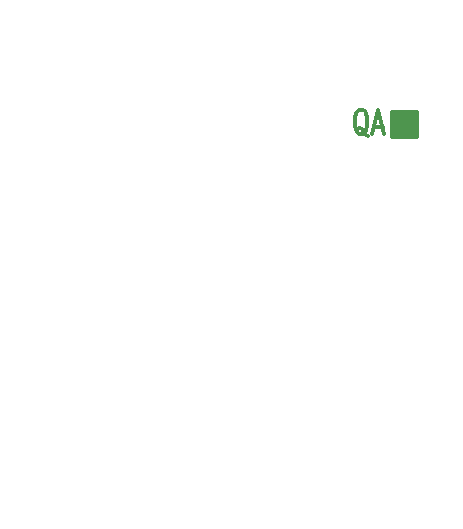
<source format=gbo>
G04 (created by PCBNEW-RS274X (2011-05-25)-stable) date Wed 01 Feb 2012 12:44:34 PM EST*
G01*
G70*
G90*
%MOIN*%
G04 Gerber Fmt 3.4, Leading zero omitted, Abs format*
%FSLAX34Y34*%
G04 APERTURE LIST*
%ADD10C,0.006000*%
%ADD11C,0.015000*%
%ADD12C,0.012000*%
%ADD13C,0.000100*%
%ADD14C,0.010000*%
%ADD15C,0.090900*%
%ADD16C,0.170000*%
%ADD17R,0.080000X0.080000*%
%ADD18C,0.080000*%
G04 APERTURE END LIST*
G54D10*
G54D11*
X48031Y-34614D02*
X47244Y-34614D01*
X48031Y-35402D02*
X48031Y-34614D01*
X47244Y-35402D02*
X48031Y-35402D01*
X47244Y-34614D02*
X47244Y-35402D01*
G54D12*
X46429Y-35408D02*
X46372Y-35370D01*
X46315Y-35294D01*
X46229Y-35179D01*
X46172Y-35141D01*
X46115Y-35141D01*
X46143Y-35332D02*
X46086Y-35294D01*
X46029Y-35218D01*
X46000Y-35065D01*
X46000Y-34798D01*
X46029Y-34646D01*
X46086Y-34570D01*
X46143Y-34532D01*
X46257Y-34532D01*
X46315Y-34570D01*
X46372Y-34646D01*
X46400Y-34798D01*
X46400Y-35065D01*
X46372Y-35218D01*
X46315Y-35294D01*
X46257Y-35332D01*
X46143Y-35332D01*
X46629Y-35103D02*
X46915Y-35103D01*
X46572Y-35332D02*
X46772Y-34532D01*
X46972Y-35332D01*
G54D13*
G36*
X40972Y-31281D02*
X40972Y-31281D01*
X40972Y-31281D01*
X40972Y-31281D01*
X40972Y-31281D01*
X40972Y-31281D01*
G37*
G36*
X41042Y-31281D02*
X41042Y-31281D01*
X41042Y-31281D01*
X41042Y-31281D01*
X41042Y-31281D01*
X41042Y-31281D01*
G37*
G36*
X41112Y-31281D02*
X41112Y-31281D01*
X41112Y-31281D01*
X41112Y-31281D01*
X41112Y-31281D01*
X41112Y-31281D01*
G37*
G36*
X41182Y-31281D02*
X41182Y-31281D01*
X41182Y-31281D01*
X41182Y-31281D01*
X41182Y-31281D01*
X41182Y-31281D01*
G37*
G36*
X41252Y-31281D02*
X41252Y-31281D01*
X41252Y-31281D01*
X41252Y-31281D01*
X41252Y-31281D01*
X41252Y-31281D01*
G37*
G36*
X41322Y-31281D02*
X41322Y-31281D01*
X41322Y-31281D01*
X41322Y-31281D01*
X41322Y-31281D01*
X41322Y-31281D01*
G37*
G36*
X41392Y-31281D02*
X41392Y-31281D01*
X41392Y-31281D01*
X41392Y-31281D01*
X41392Y-31281D01*
X41392Y-31281D01*
G37*
G36*
X41462Y-31281D02*
X41462Y-31281D01*
X41462Y-31281D01*
X41462Y-31281D01*
X41462Y-31281D01*
X41462Y-31281D01*
G37*
G36*
X41532Y-31281D02*
X41532Y-31281D01*
X41532Y-31281D01*
X41532Y-31281D01*
X41532Y-31281D01*
X41532Y-31281D01*
G37*
G36*
X41602Y-31281D02*
X41602Y-31281D01*
X41602Y-31281D01*
X41602Y-31281D01*
X41602Y-31281D01*
X41602Y-31281D01*
G37*
G36*
X41672Y-31281D02*
X41672Y-31281D01*
X41672Y-31281D01*
X41672Y-31281D01*
X41672Y-31281D01*
X41672Y-31281D01*
G37*
G36*
X41742Y-31281D02*
X41742Y-31281D01*
X41742Y-31281D01*
X41742Y-31281D01*
X41742Y-31281D01*
X41742Y-31281D01*
G37*
G36*
X41812Y-31281D02*
X41812Y-31281D01*
X41812Y-31281D01*
X41812Y-31281D01*
X41812Y-31281D01*
X41812Y-31281D01*
G37*
G36*
X41882Y-31281D02*
X41882Y-31281D01*
X41882Y-31281D01*
X41882Y-31281D01*
X41882Y-31281D01*
X41882Y-31281D01*
G37*
G36*
X40622Y-31351D02*
X40622Y-31351D01*
X40622Y-31351D01*
X40622Y-31351D01*
X40622Y-31351D01*
X40622Y-31351D01*
G37*
G36*
X40692Y-31351D02*
X40692Y-31351D01*
X40692Y-31351D01*
X40692Y-31351D01*
X40692Y-31351D01*
X40692Y-31351D01*
G37*
G36*
X40762Y-31351D02*
X40762Y-31351D01*
X40762Y-31351D01*
X40762Y-31351D01*
X40762Y-31351D01*
X40762Y-31351D01*
G37*
G36*
X40832Y-31351D02*
X40832Y-31351D01*
X40832Y-31351D01*
X40832Y-31351D01*
X40832Y-31351D01*
X40832Y-31351D01*
G37*
G36*
X40902Y-31351D02*
X40902Y-31351D01*
X40902Y-31351D01*
X40902Y-31351D01*
X40902Y-31351D01*
X40902Y-31351D01*
G37*
G36*
X40972Y-31351D02*
X40972Y-31351D01*
X40972Y-31351D01*
X40972Y-31351D01*
X40972Y-31351D01*
X40972Y-31351D01*
G37*
G36*
X41042Y-31351D02*
X41042Y-31351D01*
X41042Y-31351D01*
X41042Y-31351D01*
X41042Y-31351D01*
X41042Y-31351D01*
G37*
G36*
X41112Y-31351D02*
X41112Y-31351D01*
X41112Y-31351D01*
X41112Y-31351D01*
X41112Y-31351D01*
X41112Y-31351D01*
G37*
G36*
X41182Y-31351D02*
X41182Y-31351D01*
X41182Y-31351D01*
X41182Y-31351D01*
X41182Y-31351D01*
X41182Y-31351D01*
G37*
G36*
X41252Y-31351D02*
X41252Y-31351D01*
X41252Y-31351D01*
X41252Y-31351D01*
X41252Y-31351D01*
X41252Y-31351D01*
G37*
G36*
X41322Y-31351D02*
X41322Y-31351D01*
X41322Y-31351D01*
X41322Y-31351D01*
X41322Y-31351D01*
X41322Y-31351D01*
G37*
G36*
X41392Y-31351D02*
X41392Y-31351D01*
X41392Y-31351D01*
X41392Y-31351D01*
X41392Y-31351D01*
X41392Y-31351D01*
G37*
G36*
X41462Y-31351D02*
X41462Y-31351D01*
X41462Y-31351D01*
X41462Y-31351D01*
X41462Y-31351D01*
X41462Y-31351D01*
G37*
G36*
X41532Y-31351D02*
X41532Y-31351D01*
X41532Y-31351D01*
X41532Y-31351D01*
X41532Y-31351D01*
X41532Y-31351D01*
G37*
G36*
X41602Y-31351D02*
X41602Y-31351D01*
X41602Y-31351D01*
X41602Y-31351D01*
X41602Y-31351D01*
X41602Y-31351D01*
G37*
G36*
X41672Y-31351D02*
X41672Y-31351D01*
X41672Y-31351D01*
X41672Y-31351D01*
X41672Y-31351D01*
X41672Y-31351D01*
G37*
G36*
X41742Y-31351D02*
X41742Y-31351D01*
X41742Y-31351D01*
X41742Y-31351D01*
X41742Y-31351D01*
X41742Y-31351D01*
G37*
G36*
X41812Y-31351D02*
X41812Y-31351D01*
X41812Y-31351D01*
X41812Y-31351D01*
X41812Y-31351D01*
X41812Y-31351D01*
G37*
G36*
X41882Y-31351D02*
X41882Y-31351D01*
X41882Y-31351D01*
X41882Y-31351D01*
X41882Y-31351D01*
X41882Y-31351D01*
G37*
G36*
X41952Y-31351D02*
X41952Y-31351D01*
X41952Y-31351D01*
X41952Y-31351D01*
X41952Y-31351D01*
X41952Y-31351D01*
G37*
G36*
X42022Y-31351D02*
X42022Y-31351D01*
X42022Y-31351D01*
X42022Y-31351D01*
X42022Y-31351D01*
X42022Y-31351D01*
G37*
G36*
X42092Y-31351D02*
X42092Y-31351D01*
X42092Y-31351D01*
X42092Y-31351D01*
X42092Y-31351D01*
X42092Y-31351D01*
G37*
G36*
X42162Y-31351D02*
X42162Y-31351D01*
X42162Y-31351D01*
X42162Y-31351D01*
X42162Y-31351D01*
X42162Y-31351D01*
G37*
G36*
X42232Y-31351D02*
X42232Y-31351D01*
X42232Y-31351D01*
X42232Y-31351D01*
X42232Y-31351D01*
X42232Y-31351D01*
G37*
G36*
X42302Y-31351D02*
X42302Y-31351D01*
X42302Y-31351D01*
X42302Y-31351D01*
X42302Y-31351D01*
X42302Y-31351D01*
G37*
G36*
X40342Y-31421D02*
X40342Y-31421D01*
X40342Y-31421D01*
X40342Y-31421D01*
X40342Y-31421D01*
X40342Y-31421D01*
G37*
G36*
X40412Y-31421D02*
X40412Y-31421D01*
X40412Y-31421D01*
X40412Y-31421D01*
X40412Y-31421D01*
X40412Y-31421D01*
G37*
G36*
X40482Y-31421D02*
X40482Y-31421D01*
X40482Y-31421D01*
X40482Y-31421D01*
X40482Y-31421D01*
X40482Y-31421D01*
G37*
G36*
X40552Y-31421D02*
X40552Y-31421D01*
X40552Y-31421D01*
X40552Y-31421D01*
X40552Y-31421D01*
X40552Y-31421D01*
G37*
G36*
X40622Y-31421D02*
X40622Y-31421D01*
X40622Y-31421D01*
X40622Y-31421D01*
X40622Y-31421D01*
X40622Y-31421D01*
G37*
G36*
X40692Y-31421D02*
X40692Y-31421D01*
X40692Y-31421D01*
X40692Y-31421D01*
X40692Y-31421D01*
X40692Y-31421D01*
G37*
G36*
X42162Y-31421D02*
X42162Y-31421D01*
X42162Y-31421D01*
X42162Y-31421D01*
X42162Y-31421D01*
X42162Y-31421D01*
G37*
G36*
X42232Y-31421D02*
X42232Y-31421D01*
X42232Y-31421D01*
X42232Y-31421D01*
X42232Y-31421D01*
X42232Y-31421D01*
G37*
G36*
X42302Y-31421D02*
X42302Y-31421D01*
X42302Y-31421D01*
X42302Y-31421D01*
X42302Y-31421D01*
X42302Y-31421D01*
G37*
G36*
X42372Y-31421D02*
X42372Y-31421D01*
X42372Y-31421D01*
X42372Y-31421D01*
X42372Y-31421D01*
X42372Y-31421D01*
G37*
G36*
X42442Y-31421D02*
X42442Y-31421D01*
X42442Y-31421D01*
X42442Y-31421D01*
X42442Y-31421D01*
X42442Y-31421D01*
G37*
G36*
X42512Y-31421D02*
X42512Y-31421D01*
X42512Y-31421D01*
X42512Y-31421D01*
X42512Y-31421D01*
X42512Y-31421D01*
G37*
G36*
X40132Y-31491D02*
X40132Y-31491D01*
X40132Y-31491D01*
X40132Y-31491D01*
X40132Y-31491D01*
X40132Y-31491D01*
G37*
G36*
X40202Y-31491D02*
X40202Y-31491D01*
X40202Y-31491D01*
X40202Y-31491D01*
X40202Y-31491D01*
X40202Y-31491D01*
G37*
G36*
X40272Y-31491D02*
X40272Y-31491D01*
X40272Y-31491D01*
X40272Y-31491D01*
X40272Y-31491D01*
X40272Y-31491D01*
G37*
G36*
X40342Y-31491D02*
X40342Y-31491D01*
X40342Y-31491D01*
X40342Y-31491D01*
X40342Y-31491D01*
X40342Y-31491D01*
G37*
G36*
X40412Y-31491D02*
X40412Y-31491D01*
X40412Y-31491D01*
X40412Y-31491D01*
X40412Y-31491D01*
X40412Y-31491D01*
G37*
G36*
X42512Y-31491D02*
X42512Y-31491D01*
X42512Y-31491D01*
X42512Y-31491D01*
X42512Y-31491D01*
X42512Y-31491D01*
G37*
G36*
X42582Y-31491D02*
X42582Y-31491D01*
X42582Y-31491D01*
X42582Y-31491D01*
X42582Y-31491D01*
X42582Y-31491D01*
G37*
G36*
X42652Y-31491D02*
X42652Y-31491D01*
X42652Y-31491D01*
X42652Y-31491D01*
X42652Y-31491D01*
X42652Y-31491D01*
G37*
G36*
X42722Y-31491D02*
X42722Y-31491D01*
X42722Y-31491D01*
X42722Y-31491D01*
X42722Y-31491D01*
X42722Y-31491D01*
G37*
G36*
X39992Y-31561D02*
X39992Y-31561D01*
X39992Y-31561D01*
X39992Y-31561D01*
X39992Y-31561D01*
X39992Y-31561D01*
G37*
G36*
X40062Y-31561D02*
X40062Y-31561D01*
X40062Y-31561D01*
X40062Y-31561D01*
X40062Y-31561D01*
X40062Y-31561D01*
G37*
G36*
X40132Y-31561D02*
X40132Y-31561D01*
X40132Y-31561D01*
X40132Y-31561D01*
X40132Y-31561D01*
X40132Y-31561D01*
G37*
G36*
X40202Y-31561D02*
X40202Y-31561D01*
X40202Y-31561D01*
X40202Y-31561D01*
X40202Y-31561D01*
X40202Y-31561D01*
G37*
G36*
X42722Y-31561D02*
X42722Y-31561D01*
X42722Y-31561D01*
X42722Y-31561D01*
X42722Y-31561D01*
X42722Y-31561D01*
G37*
G36*
X42792Y-31561D02*
X42792Y-31561D01*
X42792Y-31561D01*
X42792Y-31561D01*
X42792Y-31561D01*
X42792Y-31561D01*
G37*
G36*
X42862Y-31561D02*
X42862Y-31561D01*
X42862Y-31561D01*
X42862Y-31561D01*
X42862Y-31561D01*
X42862Y-31561D01*
G37*
G36*
X42932Y-31561D02*
X42932Y-31561D01*
X42932Y-31561D01*
X42932Y-31561D01*
X42932Y-31561D01*
X42932Y-31561D01*
G37*
G36*
X39782Y-31631D02*
X39782Y-31631D01*
X39782Y-31631D01*
X39782Y-31631D01*
X39782Y-31631D01*
X39782Y-31631D01*
G37*
G36*
X39852Y-31631D02*
X39852Y-31631D01*
X39852Y-31631D01*
X39852Y-31631D01*
X39852Y-31631D01*
X39852Y-31631D01*
G37*
G36*
X39922Y-31631D02*
X39922Y-31631D01*
X39922Y-31631D01*
X39922Y-31631D01*
X39922Y-31631D01*
X39922Y-31631D01*
G37*
G36*
X39992Y-31631D02*
X39992Y-31631D01*
X39992Y-31631D01*
X39992Y-31631D01*
X39992Y-31631D01*
X39992Y-31631D01*
G37*
G36*
X42862Y-31631D02*
X42862Y-31631D01*
X42862Y-31631D01*
X42862Y-31631D01*
X42862Y-31631D01*
X42862Y-31631D01*
G37*
G36*
X42932Y-31631D02*
X42932Y-31631D01*
X42932Y-31631D01*
X42932Y-31631D01*
X42932Y-31631D01*
X42932Y-31631D01*
G37*
G36*
X43002Y-31631D02*
X43002Y-31631D01*
X43002Y-31631D01*
X43002Y-31631D01*
X43002Y-31631D01*
X43002Y-31631D01*
G37*
G36*
X43072Y-31631D02*
X43072Y-31631D01*
X43072Y-31631D01*
X43072Y-31631D01*
X43072Y-31631D01*
X43072Y-31631D01*
G37*
G36*
X39642Y-31701D02*
X39642Y-31701D01*
X39642Y-31701D01*
X39642Y-31701D01*
X39642Y-31701D01*
X39642Y-31701D01*
G37*
G36*
X39712Y-31701D02*
X39712Y-31701D01*
X39712Y-31701D01*
X39712Y-31701D01*
X39712Y-31701D01*
X39712Y-31701D01*
G37*
G36*
X39782Y-31701D02*
X39782Y-31701D01*
X39782Y-31701D01*
X39782Y-31701D01*
X39782Y-31701D01*
X39782Y-31701D01*
G37*
G36*
X39852Y-31701D02*
X39852Y-31701D01*
X39852Y-31701D01*
X39852Y-31701D01*
X39852Y-31701D01*
X39852Y-31701D01*
G37*
G36*
X43072Y-31701D02*
X43072Y-31701D01*
X43072Y-31701D01*
X43072Y-31701D01*
X43072Y-31701D01*
X43072Y-31701D01*
G37*
G36*
X43142Y-31701D02*
X43142Y-31701D01*
X43142Y-31701D01*
X43142Y-31701D01*
X43142Y-31701D01*
X43142Y-31701D01*
G37*
G36*
X43212Y-31701D02*
X43212Y-31701D01*
X43212Y-31701D01*
X43212Y-31701D01*
X43212Y-31701D01*
X43212Y-31701D01*
G37*
G36*
X39572Y-31771D02*
X39572Y-31771D01*
X39572Y-31771D01*
X39572Y-31771D01*
X39572Y-31771D01*
X39572Y-31771D01*
G37*
G36*
X39642Y-31771D02*
X39642Y-31771D01*
X39642Y-31771D01*
X39642Y-31771D01*
X39642Y-31771D01*
X39642Y-31771D01*
G37*
G36*
X39712Y-31771D02*
X39712Y-31771D01*
X39712Y-31771D01*
X39712Y-31771D01*
X39712Y-31771D01*
X39712Y-31771D01*
G37*
G36*
X43212Y-31771D02*
X43212Y-31771D01*
X43212Y-31771D01*
X43212Y-31771D01*
X43212Y-31771D01*
X43212Y-31771D01*
G37*
G36*
X43282Y-31771D02*
X43282Y-31771D01*
X43282Y-31771D01*
X43282Y-31771D01*
X43282Y-31771D01*
X43282Y-31771D01*
G37*
G36*
X43352Y-31771D02*
X43352Y-31771D01*
X43352Y-31771D01*
X43352Y-31771D01*
X43352Y-31771D01*
X43352Y-31771D01*
G37*
G36*
X39432Y-31841D02*
X39432Y-31841D01*
X39432Y-31841D01*
X39432Y-31841D01*
X39432Y-31841D01*
X39432Y-31841D01*
G37*
G36*
X39502Y-31841D02*
X39502Y-31841D01*
X39502Y-31841D01*
X39502Y-31841D01*
X39502Y-31841D01*
X39502Y-31841D01*
G37*
G36*
X39572Y-31841D02*
X39572Y-31841D01*
X39572Y-31841D01*
X39572Y-31841D01*
X39572Y-31841D01*
X39572Y-31841D01*
G37*
G36*
X43352Y-31841D02*
X43352Y-31841D01*
X43352Y-31841D01*
X43352Y-31841D01*
X43352Y-31841D01*
X43352Y-31841D01*
G37*
G36*
X43422Y-31841D02*
X43422Y-31841D01*
X43422Y-31841D01*
X43422Y-31841D01*
X43422Y-31841D01*
X43422Y-31841D01*
G37*
G36*
X39292Y-31911D02*
X39292Y-31911D01*
X39292Y-31911D01*
X39292Y-31911D01*
X39292Y-31911D01*
X39292Y-31911D01*
G37*
G36*
X39362Y-31911D02*
X39362Y-31911D01*
X39362Y-31911D01*
X39362Y-31911D01*
X39362Y-31911D01*
X39362Y-31911D01*
G37*
G36*
X39432Y-31911D02*
X39432Y-31911D01*
X39432Y-31911D01*
X39432Y-31911D01*
X39432Y-31911D01*
X39432Y-31911D01*
G37*
G36*
X43422Y-31911D02*
X43422Y-31911D01*
X43422Y-31911D01*
X43422Y-31911D01*
X43422Y-31911D01*
X43422Y-31911D01*
G37*
G36*
X43492Y-31911D02*
X43492Y-31911D01*
X43492Y-31911D01*
X43492Y-31911D01*
X43492Y-31911D01*
X43492Y-31911D01*
G37*
G36*
X43562Y-31911D02*
X43562Y-31911D01*
X43562Y-31911D01*
X43562Y-31911D01*
X43562Y-31911D01*
X43562Y-31911D01*
G37*
G36*
X39222Y-31981D02*
X39222Y-31981D01*
X39222Y-31981D01*
X39222Y-31981D01*
X39222Y-31981D01*
X39222Y-31981D01*
G37*
G36*
X39292Y-31981D02*
X39292Y-31981D01*
X39292Y-31981D01*
X39292Y-31981D01*
X39292Y-31981D01*
X39292Y-31981D01*
G37*
G36*
X39362Y-31981D02*
X39362Y-31981D01*
X39362Y-31981D01*
X39362Y-31981D01*
X39362Y-31981D01*
X39362Y-31981D01*
G37*
G36*
X43562Y-31981D02*
X43562Y-31981D01*
X43562Y-31981D01*
X43562Y-31981D01*
X43562Y-31981D01*
X43562Y-31981D01*
G37*
G36*
X43632Y-31981D02*
X43632Y-31981D01*
X43632Y-31981D01*
X43632Y-31981D01*
X43632Y-31981D01*
X43632Y-31981D01*
G37*
G36*
X39152Y-32051D02*
X39152Y-32051D01*
X39152Y-32051D01*
X39152Y-32051D01*
X39152Y-32051D01*
X39152Y-32051D01*
G37*
G36*
X39222Y-32051D02*
X39222Y-32051D01*
X39222Y-32051D01*
X39222Y-32051D01*
X39222Y-32051D01*
X39222Y-32051D01*
G37*
G36*
X43632Y-32051D02*
X43632Y-32051D01*
X43632Y-32051D01*
X43632Y-32051D01*
X43632Y-32051D01*
X43632Y-32051D01*
G37*
G36*
X43702Y-32051D02*
X43702Y-32051D01*
X43702Y-32051D01*
X43702Y-32051D01*
X43702Y-32051D01*
X43702Y-32051D01*
G37*
G36*
X43772Y-32051D02*
X43772Y-32051D01*
X43772Y-32051D01*
X43772Y-32051D01*
X43772Y-32051D01*
X43772Y-32051D01*
G37*
G36*
X39012Y-32121D02*
X39012Y-32121D01*
X39012Y-32121D01*
X39012Y-32121D01*
X39012Y-32121D01*
X39012Y-32121D01*
G37*
G36*
X39082Y-32121D02*
X39082Y-32121D01*
X39082Y-32121D01*
X39082Y-32121D01*
X39082Y-32121D01*
X39082Y-32121D01*
G37*
G36*
X39152Y-32121D02*
X39152Y-32121D01*
X39152Y-32121D01*
X39152Y-32121D01*
X39152Y-32121D01*
X39152Y-32121D01*
G37*
G36*
X43772Y-32121D02*
X43772Y-32121D01*
X43772Y-32121D01*
X43772Y-32121D01*
X43772Y-32121D01*
X43772Y-32121D01*
G37*
G36*
X43842Y-32121D02*
X43842Y-32121D01*
X43842Y-32121D01*
X43842Y-32121D01*
X43842Y-32121D01*
X43842Y-32121D01*
G37*
G36*
X38942Y-32191D02*
X38942Y-32191D01*
X38942Y-32191D01*
X38942Y-32191D01*
X38942Y-32191D01*
X38942Y-32191D01*
G37*
G36*
X39012Y-32191D02*
X39012Y-32191D01*
X39012Y-32191D01*
X39012Y-32191D01*
X39012Y-32191D01*
X39012Y-32191D01*
G37*
G36*
X39082Y-32191D02*
X39082Y-32191D01*
X39082Y-32191D01*
X39082Y-32191D01*
X39082Y-32191D01*
X39082Y-32191D01*
G37*
G36*
X43842Y-32191D02*
X43842Y-32191D01*
X43842Y-32191D01*
X43842Y-32191D01*
X43842Y-32191D01*
X43842Y-32191D01*
G37*
G36*
X43912Y-32191D02*
X43912Y-32191D01*
X43912Y-32191D01*
X43912Y-32191D01*
X43912Y-32191D01*
X43912Y-32191D01*
G37*
G36*
X38872Y-32261D02*
X38872Y-32261D01*
X38872Y-32261D01*
X38872Y-32261D01*
X38872Y-32261D01*
X38872Y-32261D01*
G37*
G36*
X38942Y-32261D02*
X38942Y-32261D01*
X38942Y-32261D01*
X38942Y-32261D01*
X38942Y-32261D01*
X38942Y-32261D01*
G37*
G36*
X43912Y-32261D02*
X43912Y-32261D01*
X43912Y-32261D01*
X43912Y-32261D01*
X43912Y-32261D01*
X43912Y-32261D01*
G37*
G36*
X43982Y-32261D02*
X43982Y-32261D01*
X43982Y-32261D01*
X43982Y-32261D01*
X43982Y-32261D01*
X43982Y-32261D01*
G37*
G36*
X38802Y-32331D02*
X38802Y-32331D01*
X38802Y-32331D01*
X38802Y-32331D01*
X38802Y-32331D01*
X38802Y-32331D01*
G37*
G36*
X38872Y-32331D02*
X38872Y-32331D01*
X38872Y-32331D01*
X38872Y-32331D01*
X38872Y-32331D01*
X38872Y-32331D01*
G37*
G36*
X41322Y-32331D02*
X41322Y-32331D01*
X41322Y-32331D01*
X41322Y-32331D01*
X41322Y-32331D01*
X41322Y-32331D01*
G37*
G36*
X41392Y-32331D02*
X41392Y-32331D01*
X41392Y-32331D01*
X41392Y-32331D01*
X41392Y-32331D01*
X41392Y-32331D01*
G37*
G36*
X41462Y-32331D02*
X41462Y-32331D01*
X41462Y-32331D01*
X41462Y-32331D01*
X41462Y-32331D01*
X41462Y-32331D01*
G37*
G36*
X41532Y-32331D02*
X41532Y-32331D01*
X41532Y-32331D01*
X41532Y-32331D01*
X41532Y-32331D01*
X41532Y-32331D01*
G37*
G36*
X43982Y-32331D02*
X43982Y-32331D01*
X43982Y-32331D01*
X43982Y-32331D01*
X43982Y-32331D01*
X43982Y-32331D01*
G37*
G36*
X44052Y-32331D02*
X44052Y-32331D01*
X44052Y-32331D01*
X44052Y-32331D01*
X44052Y-32331D01*
X44052Y-32331D01*
G37*
G36*
X38732Y-32401D02*
X38732Y-32401D01*
X38732Y-32401D01*
X38732Y-32401D01*
X38732Y-32401D01*
X38732Y-32401D01*
G37*
G36*
X38802Y-32401D02*
X38802Y-32401D01*
X38802Y-32401D01*
X38802Y-32401D01*
X38802Y-32401D01*
X38802Y-32401D01*
G37*
G36*
X41252Y-32401D02*
X41252Y-32401D01*
X41252Y-32401D01*
X41252Y-32401D01*
X41252Y-32401D01*
X41252Y-32401D01*
G37*
G36*
X41322Y-32401D02*
X41322Y-32401D01*
X41322Y-32401D01*
X41322Y-32401D01*
X41322Y-32401D01*
X41322Y-32401D01*
G37*
G36*
X41392Y-32401D02*
X41392Y-32401D01*
X41392Y-32401D01*
X41392Y-32401D01*
X41392Y-32401D01*
X41392Y-32401D01*
G37*
G36*
X41462Y-32401D02*
X41462Y-32401D01*
X41462Y-32401D01*
X41462Y-32401D01*
X41462Y-32401D01*
X41462Y-32401D01*
G37*
G36*
X41532Y-32401D02*
X41532Y-32401D01*
X41532Y-32401D01*
X41532Y-32401D01*
X41532Y-32401D01*
X41532Y-32401D01*
G37*
G36*
X41602Y-32401D02*
X41602Y-32401D01*
X41602Y-32401D01*
X41602Y-32401D01*
X41602Y-32401D01*
X41602Y-32401D01*
G37*
G36*
X44052Y-32401D02*
X44052Y-32401D01*
X44052Y-32401D01*
X44052Y-32401D01*
X44052Y-32401D01*
X44052Y-32401D01*
G37*
G36*
X44122Y-32401D02*
X44122Y-32401D01*
X44122Y-32401D01*
X44122Y-32401D01*
X44122Y-32401D01*
X44122Y-32401D01*
G37*
G36*
X38662Y-32471D02*
X38662Y-32471D01*
X38662Y-32471D01*
X38662Y-32471D01*
X38662Y-32471D01*
X38662Y-32471D01*
G37*
G36*
X38732Y-32471D02*
X38732Y-32471D01*
X38732Y-32471D01*
X38732Y-32471D01*
X38732Y-32471D01*
X38732Y-32471D01*
G37*
G36*
X41252Y-32471D02*
X41252Y-32471D01*
X41252Y-32471D01*
X41252Y-32471D01*
X41252Y-32471D01*
X41252Y-32471D01*
G37*
G36*
X41322Y-32471D02*
X41322Y-32471D01*
X41322Y-32471D01*
X41322Y-32471D01*
X41322Y-32471D01*
X41322Y-32471D01*
G37*
G36*
X41392Y-32471D02*
X41392Y-32471D01*
X41392Y-32471D01*
X41392Y-32471D01*
X41392Y-32471D01*
X41392Y-32471D01*
G37*
G36*
X41462Y-32471D02*
X41462Y-32471D01*
X41462Y-32471D01*
X41462Y-32471D01*
X41462Y-32471D01*
X41462Y-32471D01*
G37*
G36*
X41532Y-32471D02*
X41532Y-32471D01*
X41532Y-32471D01*
X41532Y-32471D01*
X41532Y-32471D01*
X41532Y-32471D01*
G37*
G36*
X41602Y-32471D02*
X41602Y-32471D01*
X41602Y-32471D01*
X41602Y-32471D01*
X41602Y-32471D01*
X41602Y-32471D01*
G37*
G36*
X41672Y-32471D02*
X41672Y-32471D01*
X41672Y-32471D01*
X41672Y-32471D01*
X41672Y-32471D01*
X41672Y-32471D01*
G37*
G36*
X44122Y-32471D02*
X44122Y-32471D01*
X44122Y-32471D01*
X44122Y-32471D01*
X44122Y-32471D01*
X44122Y-32471D01*
G37*
G36*
X44192Y-32471D02*
X44192Y-32471D01*
X44192Y-32471D01*
X44192Y-32471D01*
X44192Y-32471D01*
X44192Y-32471D01*
G37*
G36*
X38592Y-32541D02*
X38592Y-32541D01*
X38592Y-32541D01*
X38592Y-32541D01*
X38592Y-32541D01*
X38592Y-32541D01*
G37*
G36*
X38662Y-32541D02*
X38662Y-32541D01*
X38662Y-32541D01*
X38662Y-32541D01*
X38662Y-32541D01*
X38662Y-32541D01*
G37*
G36*
X41252Y-32541D02*
X41252Y-32541D01*
X41252Y-32541D01*
X41252Y-32541D01*
X41252Y-32541D01*
X41252Y-32541D01*
G37*
G36*
X41322Y-32541D02*
X41322Y-32541D01*
X41322Y-32541D01*
X41322Y-32541D01*
X41322Y-32541D01*
X41322Y-32541D01*
G37*
G36*
X41392Y-32541D02*
X41392Y-32541D01*
X41392Y-32541D01*
X41392Y-32541D01*
X41392Y-32541D01*
X41392Y-32541D01*
G37*
G36*
X41462Y-32541D02*
X41462Y-32541D01*
X41462Y-32541D01*
X41462Y-32541D01*
X41462Y-32541D01*
X41462Y-32541D01*
G37*
G36*
X41532Y-32541D02*
X41532Y-32541D01*
X41532Y-32541D01*
X41532Y-32541D01*
X41532Y-32541D01*
X41532Y-32541D01*
G37*
G36*
X41602Y-32541D02*
X41602Y-32541D01*
X41602Y-32541D01*
X41602Y-32541D01*
X41602Y-32541D01*
X41602Y-32541D01*
G37*
G36*
X41672Y-32541D02*
X41672Y-32541D01*
X41672Y-32541D01*
X41672Y-32541D01*
X41672Y-32541D01*
X41672Y-32541D01*
G37*
G36*
X44192Y-32541D02*
X44192Y-32541D01*
X44192Y-32541D01*
X44192Y-32541D01*
X44192Y-32541D01*
X44192Y-32541D01*
G37*
G36*
X44262Y-32541D02*
X44262Y-32541D01*
X44262Y-32541D01*
X44262Y-32541D01*
X44262Y-32541D01*
X44262Y-32541D01*
G37*
G36*
X38522Y-32611D02*
X38522Y-32611D01*
X38522Y-32611D01*
X38522Y-32611D01*
X38522Y-32611D01*
X38522Y-32611D01*
G37*
G36*
X38592Y-32611D02*
X38592Y-32611D01*
X38592Y-32611D01*
X38592Y-32611D01*
X38592Y-32611D01*
X38592Y-32611D01*
G37*
G36*
X41252Y-32611D02*
X41252Y-32611D01*
X41252Y-32611D01*
X41252Y-32611D01*
X41252Y-32611D01*
X41252Y-32611D01*
G37*
G36*
X41322Y-32611D02*
X41322Y-32611D01*
X41322Y-32611D01*
X41322Y-32611D01*
X41322Y-32611D01*
X41322Y-32611D01*
G37*
G36*
X41392Y-32611D02*
X41392Y-32611D01*
X41392Y-32611D01*
X41392Y-32611D01*
X41392Y-32611D01*
X41392Y-32611D01*
G37*
G36*
X41462Y-32611D02*
X41462Y-32611D01*
X41462Y-32611D01*
X41462Y-32611D01*
X41462Y-32611D01*
X41462Y-32611D01*
G37*
G36*
X41532Y-32611D02*
X41532Y-32611D01*
X41532Y-32611D01*
X41532Y-32611D01*
X41532Y-32611D01*
X41532Y-32611D01*
G37*
G36*
X41602Y-32611D02*
X41602Y-32611D01*
X41602Y-32611D01*
X41602Y-32611D01*
X41602Y-32611D01*
X41602Y-32611D01*
G37*
G36*
X41672Y-32611D02*
X41672Y-32611D01*
X41672Y-32611D01*
X41672Y-32611D01*
X41672Y-32611D01*
X41672Y-32611D01*
G37*
G36*
X44262Y-32611D02*
X44262Y-32611D01*
X44262Y-32611D01*
X44262Y-32611D01*
X44262Y-32611D01*
X44262Y-32611D01*
G37*
G36*
X44332Y-32611D02*
X44332Y-32611D01*
X44332Y-32611D01*
X44332Y-32611D01*
X44332Y-32611D01*
X44332Y-32611D01*
G37*
G36*
X38522Y-32681D02*
X38522Y-32681D01*
X38522Y-32681D01*
X38522Y-32681D01*
X38522Y-32681D01*
X38522Y-32681D01*
G37*
G36*
X41252Y-32681D02*
X41252Y-32681D01*
X41252Y-32681D01*
X41252Y-32681D01*
X41252Y-32681D01*
X41252Y-32681D01*
G37*
G36*
X41322Y-32681D02*
X41322Y-32681D01*
X41322Y-32681D01*
X41322Y-32681D01*
X41322Y-32681D01*
X41322Y-32681D01*
G37*
G36*
X41392Y-32681D02*
X41392Y-32681D01*
X41392Y-32681D01*
X41392Y-32681D01*
X41392Y-32681D01*
X41392Y-32681D01*
G37*
G36*
X41462Y-32681D02*
X41462Y-32681D01*
X41462Y-32681D01*
X41462Y-32681D01*
X41462Y-32681D01*
X41462Y-32681D01*
G37*
G36*
X41532Y-32681D02*
X41532Y-32681D01*
X41532Y-32681D01*
X41532Y-32681D01*
X41532Y-32681D01*
X41532Y-32681D01*
G37*
G36*
X41602Y-32681D02*
X41602Y-32681D01*
X41602Y-32681D01*
X41602Y-32681D01*
X41602Y-32681D01*
X41602Y-32681D01*
G37*
G36*
X41672Y-32681D02*
X41672Y-32681D01*
X41672Y-32681D01*
X41672Y-32681D01*
X41672Y-32681D01*
X41672Y-32681D01*
G37*
G36*
X44332Y-32681D02*
X44332Y-32681D01*
X44332Y-32681D01*
X44332Y-32681D01*
X44332Y-32681D01*
X44332Y-32681D01*
G37*
G36*
X44402Y-32681D02*
X44402Y-32681D01*
X44402Y-32681D01*
X44402Y-32681D01*
X44402Y-32681D01*
X44402Y-32681D01*
G37*
G36*
X38452Y-32751D02*
X38452Y-32751D01*
X38452Y-32751D01*
X38452Y-32751D01*
X38452Y-32751D01*
X38452Y-32751D01*
G37*
G36*
X38522Y-32751D02*
X38522Y-32751D01*
X38522Y-32751D01*
X38522Y-32751D01*
X38522Y-32751D01*
X38522Y-32751D01*
G37*
G36*
X41252Y-32751D02*
X41252Y-32751D01*
X41252Y-32751D01*
X41252Y-32751D01*
X41252Y-32751D01*
X41252Y-32751D01*
G37*
G36*
X41322Y-32751D02*
X41322Y-32751D01*
X41322Y-32751D01*
X41322Y-32751D01*
X41322Y-32751D01*
X41322Y-32751D01*
G37*
G36*
X41392Y-32751D02*
X41392Y-32751D01*
X41392Y-32751D01*
X41392Y-32751D01*
X41392Y-32751D01*
X41392Y-32751D01*
G37*
G36*
X41462Y-32751D02*
X41462Y-32751D01*
X41462Y-32751D01*
X41462Y-32751D01*
X41462Y-32751D01*
X41462Y-32751D01*
G37*
G36*
X41532Y-32751D02*
X41532Y-32751D01*
X41532Y-32751D01*
X41532Y-32751D01*
X41532Y-32751D01*
X41532Y-32751D01*
G37*
G36*
X41602Y-32751D02*
X41602Y-32751D01*
X41602Y-32751D01*
X41602Y-32751D01*
X41602Y-32751D01*
X41602Y-32751D01*
G37*
G36*
X41672Y-32751D02*
X41672Y-32751D01*
X41672Y-32751D01*
X41672Y-32751D01*
X41672Y-32751D01*
X41672Y-32751D01*
G37*
G36*
X44402Y-32751D02*
X44402Y-32751D01*
X44402Y-32751D01*
X44402Y-32751D01*
X44402Y-32751D01*
X44402Y-32751D01*
G37*
G36*
X44472Y-32751D02*
X44472Y-32751D01*
X44472Y-32751D01*
X44472Y-32751D01*
X44472Y-32751D01*
X44472Y-32751D01*
G37*
G36*
X38382Y-32821D02*
X38382Y-32821D01*
X38382Y-32821D01*
X38382Y-32821D01*
X38382Y-32821D01*
X38382Y-32821D01*
G37*
G36*
X38452Y-32821D02*
X38452Y-32821D01*
X38452Y-32821D01*
X38452Y-32821D01*
X38452Y-32821D01*
X38452Y-32821D01*
G37*
G36*
X41252Y-32821D02*
X41252Y-32821D01*
X41252Y-32821D01*
X41252Y-32821D01*
X41252Y-32821D01*
X41252Y-32821D01*
G37*
G36*
X41322Y-32821D02*
X41322Y-32821D01*
X41322Y-32821D01*
X41322Y-32821D01*
X41322Y-32821D01*
X41322Y-32821D01*
G37*
G36*
X41392Y-32821D02*
X41392Y-32821D01*
X41392Y-32821D01*
X41392Y-32821D01*
X41392Y-32821D01*
X41392Y-32821D01*
G37*
G36*
X41462Y-32821D02*
X41462Y-32821D01*
X41462Y-32821D01*
X41462Y-32821D01*
X41462Y-32821D01*
X41462Y-32821D01*
G37*
G36*
X41532Y-32821D02*
X41532Y-32821D01*
X41532Y-32821D01*
X41532Y-32821D01*
X41532Y-32821D01*
X41532Y-32821D01*
G37*
G36*
X41602Y-32821D02*
X41602Y-32821D01*
X41602Y-32821D01*
X41602Y-32821D01*
X41602Y-32821D01*
X41602Y-32821D01*
G37*
G36*
X41672Y-32821D02*
X41672Y-32821D01*
X41672Y-32821D01*
X41672Y-32821D01*
X41672Y-32821D01*
X41672Y-32821D01*
G37*
G36*
X44472Y-32821D02*
X44472Y-32821D01*
X44472Y-32821D01*
X44472Y-32821D01*
X44472Y-32821D01*
X44472Y-32821D01*
G37*
G36*
X38312Y-32891D02*
X38312Y-32891D01*
X38312Y-32891D01*
X38312Y-32891D01*
X38312Y-32891D01*
X38312Y-32891D01*
G37*
G36*
X38382Y-32891D02*
X38382Y-32891D01*
X38382Y-32891D01*
X38382Y-32891D01*
X38382Y-32891D01*
X38382Y-32891D01*
G37*
G36*
X41252Y-32891D02*
X41252Y-32891D01*
X41252Y-32891D01*
X41252Y-32891D01*
X41252Y-32891D01*
X41252Y-32891D01*
G37*
G36*
X41322Y-32891D02*
X41322Y-32891D01*
X41322Y-32891D01*
X41322Y-32891D01*
X41322Y-32891D01*
X41322Y-32891D01*
G37*
G36*
X41392Y-32891D02*
X41392Y-32891D01*
X41392Y-32891D01*
X41392Y-32891D01*
X41392Y-32891D01*
X41392Y-32891D01*
G37*
G36*
X41462Y-32891D02*
X41462Y-32891D01*
X41462Y-32891D01*
X41462Y-32891D01*
X41462Y-32891D01*
X41462Y-32891D01*
G37*
G36*
X41532Y-32891D02*
X41532Y-32891D01*
X41532Y-32891D01*
X41532Y-32891D01*
X41532Y-32891D01*
X41532Y-32891D01*
G37*
G36*
X41602Y-32891D02*
X41602Y-32891D01*
X41602Y-32891D01*
X41602Y-32891D01*
X41602Y-32891D01*
X41602Y-32891D01*
G37*
G36*
X41672Y-32891D02*
X41672Y-32891D01*
X41672Y-32891D01*
X41672Y-32891D01*
X41672Y-32891D01*
X41672Y-32891D01*
G37*
G36*
X44472Y-32891D02*
X44472Y-32891D01*
X44472Y-32891D01*
X44472Y-32891D01*
X44472Y-32891D01*
X44472Y-32891D01*
G37*
G36*
X44542Y-32891D02*
X44542Y-32891D01*
X44542Y-32891D01*
X44542Y-32891D01*
X44542Y-32891D01*
X44542Y-32891D01*
G37*
G36*
X38312Y-32961D02*
X38312Y-32961D01*
X38312Y-32961D01*
X38312Y-32961D01*
X38312Y-32961D01*
X38312Y-32961D01*
G37*
G36*
X41252Y-32961D02*
X41252Y-32961D01*
X41252Y-32961D01*
X41252Y-32961D01*
X41252Y-32961D01*
X41252Y-32961D01*
G37*
G36*
X41322Y-32961D02*
X41322Y-32961D01*
X41322Y-32961D01*
X41322Y-32961D01*
X41322Y-32961D01*
X41322Y-32961D01*
G37*
G36*
X41392Y-32961D02*
X41392Y-32961D01*
X41392Y-32961D01*
X41392Y-32961D01*
X41392Y-32961D01*
X41392Y-32961D01*
G37*
G36*
X41462Y-32961D02*
X41462Y-32961D01*
X41462Y-32961D01*
X41462Y-32961D01*
X41462Y-32961D01*
X41462Y-32961D01*
G37*
G36*
X41532Y-32961D02*
X41532Y-32961D01*
X41532Y-32961D01*
X41532Y-32961D01*
X41532Y-32961D01*
X41532Y-32961D01*
G37*
G36*
X41602Y-32961D02*
X41602Y-32961D01*
X41602Y-32961D01*
X41602Y-32961D01*
X41602Y-32961D01*
X41602Y-32961D01*
G37*
G36*
X41672Y-32961D02*
X41672Y-32961D01*
X41672Y-32961D01*
X41672Y-32961D01*
X41672Y-32961D01*
X41672Y-32961D01*
G37*
G36*
X44542Y-32961D02*
X44542Y-32961D01*
X44542Y-32961D01*
X44542Y-32961D01*
X44542Y-32961D01*
X44542Y-32961D01*
G37*
G36*
X44612Y-32961D02*
X44612Y-32961D01*
X44612Y-32961D01*
X44612Y-32961D01*
X44612Y-32961D01*
X44612Y-32961D01*
G37*
G36*
X38242Y-33031D02*
X38242Y-33031D01*
X38242Y-33031D01*
X38242Y-33031D01*
X38242Y-33031D01*
X38242Y-33031D01*
G37*
G36*
X38312Y-33031D02*
X38312Y-33031D01*
X38312Y-33031D01*
X38312Y-33031D01*
X38312Y-33031D01*
X38312Y-33031D01*
G37*
G36*
X41252Y-33031D02*
X41252Y-33031D01*
X41252Y-33031D01*
X41252Y-33031D01*
X41252Y-33031D01*
X41252Y-33031D01*
G37*
G36*
X41322Y-33031D02*
X41322Y-33031D01*
X41322Y-33031D01*
X41322Y-33031D01*
X41322Y-33031D01*
X41322Y-33031D01*
G37*
G36*
X41392Y-33031D02*
X41392Y-33031D01*
X41392Y-33031D01*
X41392Y-33031D01*
X41392Y-33031D01*
X41392Y-33031D01*
G37*
G36*
X41462Y-33031D02*
X41462Y-33031D01*
X41462Y-33031D01*
X41462Y-33031D01*
X41462Y-33031D01*
X41462Y-33031D01*
G37*
G36*
X41532Y-33031D02*
X41532Y-33031D01*
X41532Y-33031D01*
X41532Y-33031D01*
X41532Y-33031D01*
X41532Y-33031D01*
G37*
G36*
X41602Y-33031D02*
X41602Y-33031D01*
X41602Y-33031D01*
X41602Y-33031D01*
X41602Y-33031D01*
X41602Y-33031D01*
G37*
G36*
X41672Y-33031D02*
X41672Y-33031D01*
X41672Y-33031D01*
X41672Y-33031D01*
X41672Y-33031D01*
X41672Y-33031D01*
G37*
G36*
X44612Y-33031D02*
X44612Y-33031D01*
X44612Y-33031D01*
X44612Y-33031D01*
X44612Y-33031D01*
X44612Y-33031D01*
G37*
G36*
X38172Y-33101D02*
X38172Y-33101D01*
X38172Y-33101D01*
X38172Y-33101D01*
X38172Y-33101D01*
X38172Y-33101D01*
G37*
G36*
X38242Y-33101D02*
X38242Y-33101D01*
X38242Y-33101D01*
X38242Y-33101D01*
X38242Y-33101D01*
X38242Y-33101D01*
G37*
G36*
X41252Y-33101D02*
X41252Y-33101D01*
X41252Y-33101D01*
X41252Y-33101D01*
X41252Y-33101D01*
X41252Y-33101D01*
G37*
G36*
X41322Y-33101D02*
X41322Y-33101D01*
X41322Y-33101D01*
X41322Y-33101D01*
X41322Y-33101D01*
X41322Y-33101D01*
G37*
G36*
X41392Y-33101D02*
X41392Y-33101D01*
X41392Y-33101D01*
X41392Y-33101D01*
X41392Y-33101D01*
X41392Y-33101D01*
G37*
G36*
X41462Y-33101D02*
X41462Y-33101D01*
X41462Y-33101D01*
X41462Y-33101D01*
X41462Y-33101D01*
X41462Y-33101D01*
G37*
G36*
X41532Y-33101D02*
X41532Y-33101D01*
X41532Y-33101D01*
X41532Y-33101D01*
X41532Y-33101D01*
X41532Y-33101D01*
G37*
G36*
X41602Y-33101D02*
X41602Y-33101D01*
X41602Y-33101D01*
X41602Y-33101D01*
X41602Y-33101D01*
X41602Y-33101D01*
G37*
G36*
X41672Y-33101D02*
X41672Y-33101D01*
X41672Y-33101D01*
X41672Y-33101D01*
X41672Y-33101D01*
X41672Y-33101D01*
G37*
G36*
X44612Y-33101D02*
X44612Y-33101D01*
X44612Y-33101D01*
X44612Y-33101D01*
X44612Y-33101D01*
X44612Y-33101D01*
G37*
G36*
X44682Y-33101D02*
X44682Y-33101D01*
X44682Y-33101D01*
X44682Y-33101D01*
X44682Y-33101D01*
X44682Y-33101D01*
G37*
G36*
X38172Y-33171D02*
X38172Y-33171D01*
X38172Y-33171D01*
X38172Y-33171D01*
X38172Y-33171D01*
X38172Y-33171D01*
G37*
G36*
X38242Y-33171D02*
X38242Y-33171D01*
X38242Y-33171D01*
X38242Y-33171D01*
X38242Y-33171D01*
X38242Y-33171D01*
G37*
G36*
X39572Y-33171D02*
X39572Y-33171D01*
X39572Y-33171D01*
X39572Y-33171D01*
X39572Y-33171D01*
X39572Y-33171D01*
G37*
G36*
X39642Y-33171D02*
X39642Y-33171D01*
X39642Y-33171D01*
X39642Y-33171D01*
X39642Y-33171D01*
X39642Y-33171D01*
G37*
G36*
X39712Y-33171D02*
X39712Y-33171D01*
X39712Y-33171D01*
X39712Y-33171D01*
X39712Y-33171D01*
X39712Y-33171D01*
G37*
G36*
X39782Y-33171D02*
X39782Y-33171D01*
X39782Y-33171D01*
X39782Y-33171D01*
X39782Y-33171D01*
X39782Y-33171D01*
G37*
G36*
X39852Y-33171D02*
X39852Y-33171D01*
X39852Y-33171D01*
X39852Y-33171D01*
X39852Y-33171D01*
X39852Y-33171D01*
G37*
G36*
X39922Y-33171D02*
X39922Y-33171D01*
X39922Y-33171D01*
X39922Y-33171D01*
X39922Y-33171D01*
X39922Y-33171D01*
G37*
G36*
X39992Y-33171D02*
X39992Y-33171D01*
X39992Y-33171D01*
X39992Y-33171D01*
X39992Y-33171D01*
X39992Y-33171D01*
G37*
G36*
X40062Y-33171D02*
X40062Y-33171D01*
X40062Y-33171D01*
X40062Y-33171D01*
X40062Y-33171D01*
X40062Y-33171D01*
G37*
G36*
X40132Y-33171D02*
X40132Y-33171D01*
X40132Y-33171D01*
X40132Y-33171D01*
X40132Y-33171D01*
X40132Y-33171D01*
G37*
G36*
X40202Y-33171D02*
X40202Y-33171D01*
X40202Y-33171D01*
X40202Y-33171D01*
X40202Y-33171D01*
X40202Y-33171D01*
G37*
G36*
X41252Y-33171D02*
X41252Y-33171D01*
X41252Y-33171D01*
X41252Y-33171D01*
X41252Y-33171D01*
X41252Y-33171D01*
G37*
G36*
X41322Y-33171D02*
X41322Y-33171D01*
X41322Y-33171D01*
X41322Y-33171D01*
X41322Y-33171D01*
X41322Y-33171D01*
G37*
G36*
X41392Y-33171D02*
X41392Y-33171D01*
X41392Y-33171D01*
X41392Y-33171D01*
X41392Y-33171D01*
X41392Y-33171D01*
G37*
G36*
X41462Y-33171D02*
X41462Y-33171D01*
X41462Y-33171D01*
X41462Y-33171D01*
X41462Y-33171D01*
X41462Y-33171D01*
G37*
G36*
X41532Y-33171D02*
X41532Y-33171D01*
X41532Y-33171D01*
X41532Y-33171D01*
X41532Y-33171D01*
X41532Y-33171D01*
G37*
G36*
X41602Y-33171D02*
X41602Y-33171D01*
X41602Y-33171D01*
X41602Y-33171D01*
X41602Y-33171D01*
X41602Y-33171D01*
G37*
G36*
X41672Y-33171D02*
X41672Y-33171D01*
X41672Y-33171D01*
X41672Y-33171D01*
X41672Y-33171D01*
X41672Y-33171D01*
G37*
G36*
X42722Y-33171D02*
X42722Y-33171D01*
X42722Y-33171D01*
X42722Y-33171D01*
X42722Y-33171D01*
X42722Y-33171D01*
G37*
G36*
X42792Y-33171D02*
X42792Y-33171D01*
X42792Y-33171D01*
X42792Y-33171D01*
X42792Y-33171D01*
X42792Y-33171D01*
G37*
G36*
X42862Y-33171D02*
X42862Y-33171D01*
X42862Y-33171D01*
X42862Y-33171D01*
X42862Y-33171D01*
X42862Y-33171D01*
G37*
G36*
X42932Y-33171D02*
X42932Y-33171D01*
X42932Y-33171D01*
X42932Y-33171D01*
X42932Y-33171D01*
X42932Y-33171D01*
G37*
G36*
X43002Y-33171D02*
X43002Y-33171D01*
X43002Y-33171D01*
X43002Y-33171D01*
X43002Y-33171D01*
X43002Y-33171D01*
G37*
G36*
X43072Y-33171D02*
X43072Y-33171D01*
X43072Y-33171D01*
X43072Y-33171D01*
X43072Y-33171D01*
X43072Y-33171D01*
G37*
G36*
X43142Y-33171D02*
X43142Y-33171D01*
X43142Y-33171D01*
X43142Y-33171D01*
X43142Y-33171D01*
X43142Y-33171D01*
G37*
G36*
X43212Y-33171D02*
X43212Y-33171D01*
X43212Y-33171D01*
X43212Y-33171D01*
X43212Y-33171D01*
X43212Y-33171D01*
G37*
G36*
X43282Y-33171D02*
X43282Y-33171D01*
X43282Y-33171D01*
X43282Y-33171D01*
X43282Y-33171D01*
X43282Y-33171D01*
G37*
G36*
X44682Y-33171D02*
X44682Y-33171D01*
X44682Y-33171D01*
X44682Y-33171D01*
X44682Y-33171D01*
X44682Y-33171D01*
G37*
G36*
X44752Y-33171D02*
X44752Y-33171D01*
X44752Y-33171D01*
X44752Y-33171D01*
X44752Y-33171D01*
X44752Y-33171D01*
G37*
G36*
X38102Y-33241D02*
X38102Y-33241D01*
X38102Y-33241D01*
X38102Y-33241D01*
X38102Y-33241D01*
X38102Y-33241D01*
G37*
G36*
X38172Y-33241D02*
X38172Y-33241D01*
X38172Y-33241D01*
X38172Y-33241D01*
X38172Y-33241D01*
X38172Y-33241D01*
G37*
G36*
X39362Y-33241D02*
X39362Y-33241D01*
X39362Y-33241D01*
X39362Y-33241D01*
X39362Y-33241D01*
X39362Y-33241D01*
G37*
G36*
X39432Y-33241D02*
X39432Y-33241D01*
X39432Y-33241D01*
X39432Y-33241D01*
X39432Y-33241D01*
X39432Y-33241D01*
G37*
G36*
X39502Y-33241D02*
X39502Y-33241D01*
X39502Y-33241D01*
X39502Y-33241D01*
X39502Y-33241D01*
X39502Y-33241D01*
G37*
G36*
X39572Y-33241D02*
X39572Y-33241D01*
X39572Y-33241D01*
X39572Y-33241D01*
X39572Y-33241D01*
X39572Y-33241D01*
G37*
G36*
X39642Y-33241D02*
X39642Y-33241D01*
X39642Y-33241D01*
X39642Y-33241D01*
X39642Y-33241D01*
X39642Y-33241D01*
G37*
G36*
X39712Y-33241D02*
X39712Y-33241D01*
X39712Y-33241D01*
X39712Y-33241D01*
X39712Y-33241D01*
X39712Y-33241D01*
G37*
G36*
X39782Y-33241D02*
X39782Y-33241D01*
X39782Y-33241D01*
X39782Y-33241D01*
X39782Y-33241D01*
X39782Y-33241D01*
G37*
G36*
X39852Y-33241D02*
X39852Y-33241D01*
X39852Y-33241D01*
X39852Y-33241D01*
X39852Y-33241D01*
X39852Y-33241D01*
G37*
G36*
X39922Y-33241D02*
X39922Y-33241D01*
X39922Y-33241D01*
X39922Y-33241D01*
X39922Y-33241D01*
X39922Y-33241D01*
G37*
G36*
X39992Y-33241D02*
X39992Y-33241D01*
X39992Y-33241D01*
X39992Y-33241D01*
X39992Y-33241D01*
X39992Y-33241D01*
G37*
G36*
X40062Y-33241D02*
X40062Y-33241D01*
X40062Y-33241D01*
X40062Y-33241D01*
X40062Y-33241D01*
X40062Y-33241D01*
G37*
G36*
X40132Y-33241D02*
X40132Y-33241D01*
X40132Y-33241D01*
X40132Y-33241D01*
X40132Y-33241D01*
X40132Y-33241D01*
G37*
G36*
X40202Y-33241D02*
X40202Y-33241D01*
X40202Y-33241D01*
X40202Y-33241D01*
X40202Y-33241D01*
X40202Y-33241D01*
G37*
G36*
X40272Y-33241D02*
X40272Y-33241D01*
X40272Y-33241D01*
X40272Y-33241D01*
X40272Y-33241D01*
X40272Y-33241D01*
G37*
G36*
X40342Y-33241D02*
X40342Y-33241D01*
X40342Y-33241D01*
X40342Y-33241D01*
X40342Y-33241D01*
X40342Y-33241D01*
G37*
G36*
X41252Y-33241D02*
X41252Y-33241D01*
X41252Y-33241D01*
X41252Y-33241D01*
X41252Y-33241D01*
X41252Y-33241D01*
G37*
G36*
X41322Y-33241D02*
X41322Y-33241D01*
X41322Y-33241D01*
X41322Y-33241D01*
X41322Y-33241D01*
X41322Y-33241D01*
G37*
G36*
X41392Y-33241D02*
X41392Y-33241D01*
X41392Y-33241D01*
X41392Y-33241D01*
X41392Y-33241D01*
X41392Y-33241D01*
G37*
G36*
X41462Y-33241D02*
X41462Y-33241D01*
X41462Y-33241D01*
X41462Y-33241D01*
X41462Y-33241D01*
X41462Y-33241D01*
G37*
G36*
X41532Y-33241D02*
X41532Y-33241D01*
X41532Y-33241D01*
X41532Y-33241D01*
X41532Y-33241D01*
X41532Y-33241D01*
G37*
G36*
X41602Y-33241D02*
X41602Y-33241D01*
X41602Y-33241D01*
X41602Y-33241D01*
X41602Y-33241D01*
X41602Y-33241D01*
G37*
G36*
X41672Y-33241D02*
X41672Y-33241D01*
X41672Y-33241D01*
X41672Y-33241D01*
X41672Y-33241D01*
X41672Y-33241D01*
G37*
G36*
X42512Y-33241D02*
X42512Y-33241D01*
X42512Y-33241D01*
X42512Y-33241D01*
X42512Y-33241D01*
X42512Y-33241D01*
G37*
G36*
X42582Y-33241D02*
X42582Y-33241D01*
X42582Y-33241D01*
X42582Y-33241D01*
X42582Y-33241D01*
X42582Y-33241D01*
G37*
G36*
X42652Y-33241D02*
X42652Y-33241D01*
X42652Y-33241D01*
X42652Y-33241D01*
X42652Y-33241D01*
X42652Y-33241D01*
G37*
G36*
X42722Y-33241D02*
X42722Y-33241D01*
X42722Y-33241D01*
X42722Y-33241D01*
X42722Y-33241D01*
X42722Y-33241D01*
G37*
G36*
X42792Y-33241D02*
X42792Y-33241D01*
X42792Y-33241D01*
X42792Y-33241D01*
X42792Y-33241D01*
X42792Y-33241D01*
G37*
G36*
X42862Y-33241D02*
X42862Y-33241D01*
X42862Y-33241D01*
X42862Y-33241D01*
X42862Y-33241D01*
X42862Y-33241D01*
G37*
G36*
X42932Y-33241D02*
X42932Y-33241D01*
X42932Y-33241D01*
X42932Y-33241D01*
X42932Y-33241D01*
X42932Y-33241D01*
G37*
G36*
X43002Y-33241D02*
X43002Y-33241D01*
X43002Y-33241D01*
X43002Y-33241D01*
X43002Y-33241D01*
X43002Y-33241D01*
G37*
G36*
X43072Y-33241D02*
X43072Y-33241D01*
X43072Y-33241D01*
X43072Y-33241D01*
X43072Y-33241D01*
X43072Y-33241D01*
G37*
G36*
X43142Y-33241D02*
X43142Y-33241D01*
X43142Y-33241D01*
X43142Y-33241D01*
X43142Y-33241D01*
X43142Y-33241D01*
G37*
G36*
X43212Y-33241D02*
X43212Y-33241D01*
X43212Y-33241D01*
X43212Y-33241D01*
X43212Y-33241D01*
X43212Y-33241D01*
G37*
G36*
X43282Y-33241D02*
X43282Y-33241D01*
X43282Y-33241D01*
X43282Y-33241D01*
X43282Y-33241D01*
X43282Y-33241D01*
G37*
G36*
X43352Y-33241D02*
X43352Y-33241D01*
X43352Y-33241D01*
X43352Y-33241D01*
X43352Y-33241D01*
X43352Y-33241D01*
G37*
G36*
X43422Y-33241D02*
X43422Y-33241D01*
X43422Y-33241D01*
X43422Y-33241D01*
X43422Y-33241D01*
X43422Y-33241D01*
G37*
G36*
X43492Y-33241D02*
X43492Y-33241D01*
X43492Y-33241D01*
X43492Y-33241D01*
X43492Y-33241D01*
X43492Y-33241D01*
G37*
G36*
X44752Y-33241D02*
X44752Y-33241D01*
X44752Y-33241D01*
X44752Y-33241D01*
X44752Y-33241D01*
X44752Y-33241D01*
G37*
G36*
X38102Y-33311D02*
X38102Y-33311D01*
X38102Y-33311D01*
X38102Y-33311D01*
X38102Y-33311D01*
X38102Y-33311D01*
G37*
G36*
X39292Y-33311D02*
X39292Y-33311D01*
X39292Y-33311D01*
X39292Y-33311D01*
X39292Y-33311D01*
X39292Y-33311D01*
G37*
G36*
X39362Y-33311D02*
X39362Y-33311D01*
X39362Y-33311D01*
X39362Y-33311D01*
X39362Y-33311D01*
X39362Y-33311D01*
G37*
G36*
X39432Y-33311D02*
X39432Y-33311D01*
X39432Y-33311D01*
X39432Y-33311D01*
X39432Y-33311D01*
X39432Y-33311D01*
G37*
G36*
X39502Y-33311D02*
X39502Y-33311D01*
X39502Y-33311D01*
X39502Y-33311D01*
X39502Y-33311D01*
X39502Y-33311D01*
G37*
G36*
X39572Y-33311D02*
X39572Y-33311D01*
X39572Y-33311D01*
X39572Y-33311D01*
X39572Y-33311D01*
X39572Y-33311D01*
G37*
G36*
X39642Y-33311D02*
X39642Y-33311D01*
X39642Y-33311D01*
X39642Y-33311D01*
X39642Y-33311D01*
X39642Y-33311D01*
G37*
G36*
X39712Y-33311D02*
X39712Y-33311D01*
X39712Y-33311D01*
X39712Y-33311D01*
X39712Y-33311D01*
X39712Y-33311D01*
G37*
G36*
X39782Y-33311D02*
X39782Y-33311D01*
X39782Y-33311D01*
X39782Y-33311D01*
X39782Y-33311D01*
X39782Y-33311D01*
G37*
G36*
X39852Y-33311D02*
X39852Y-33311D01*
X39852Y-33311D01*
X39852Y-33311D01*
X39852Y-33311D01*
X39852Y-33311D01*
G37*
G36*
X39922Y-33311D02*
X39922Y-33311D01*
X39922Y-33311D01*
X39922Y-33311D01*
X39922Y-33311D01*
X39922Y-33311D01*
G37*
G36*
X39992Y-33311D02*
X39992Y-33311D01*
X39992Y-33311D01*
X39992Y-33311D01*
X39992Y-33311D01*
X39992Y-33311D01*
G37*
G36*
X40062Y-33311D02*
X40062Y-33311D01*
X40062Y-33311D01*
X40062Y-33311D01*
X40062Y-33311D01*
X40062Y-33311D01*
G37*
G36*
X40132Y-33311D02*
X40132Y-33311D01*
X40132Y-33311D01*
X40132Y-33311D01*
X40132Y-33311D01*
X40132Y-33311D01*
G37*
G36*
X40202Y-33311D02*
X40202Y-33311D01*
X40202Y-33311D01*
X40202Y-33311D01*
X40202Y-33311D01*
X40202Y-33311D01*
G37*
G36*
X40272Y-33311D02*
X40272Y-33311D01*
X40272Y-33311D01*
X40272Y-33311D01*
X40272Y-33311D01*
X40272Y-33311D01*
G37*
G36*
X40342Y-33311D02*
X40342Y-33311D01*
X40342Y-33311D01*
X40342Y-33311D01*
X40342Y-33311D01*
X40342Y-33311D01*
G37*
G36*
X40412Y-33311D02*
X40412Y-33311D01*
X40412Y-33311D01*
X40412Y-33311D01*
X40412Y-33311D01*
X40412Y-33311D01*
G37*
G36*
X40482Y-33311D02*
X40482Y-33311D01*
X40482Y-33311D01*
X40482Y-33311D01*
X40482Y-33311D01*
X40482Y-33311D01*
G37*
G36*
X40552Y-33311D02*
X40552Y-33311D01*
X40552Y-33311D01*
X40552Y-33311D01*
X40552Y-33311D01*
X40552Y-33311D01*
G37*
G36*
X41252Y-33311D02*
X41252Y-33311D01*
X41252Y-33311D01*
X41252Y-33311D01*
X41252Y-33311D01*
X41252Y-33311D01*
G37*
G36*
X41322Y-33311D02*
X41322Y-33311D01*
X41322Y-33311D01*
X41322Y-33311D01*
X41322Y-33311D01*
X41322Y-33311D01*
G37*
G36*
X41392Y-33311D02*
X41392Y-33311D01*
X41392Y-33311D01*
X41392Y-33311D01*
X41392Y-33311D01*
X41392Y-33311D01*
G37*
G36*
X41462Y-33311D02*
X41462Y-33311D01*
X41462Y-33311D01*
X41462Y-33311D01*
X41462Y-33311D01*
X41462Y-33311D01*
G37*
G36*
X41532Y-33311D02*
X41532Y-33311D01*
X41532Y-33311D01*
X41532Y-33311D01*
X41532Y-33311D01*
X41532Y-33311D01*
G37*
G36*
X41602Y-33311D02*
X41602Y-33311D01*
X41602Y-33311D01*
X41602Y-33311D01*
X41602Y-33311D01*
X41602Y-33311D01*
G37*
G36*
X41672Y-33311D02*
X41672Y-33311D01*
X41672Y-33311D01*
X41672Y-33311D01*
X41672Y-33311D01*
X41672Y-33311D01*
G37*
G36*
X42372Y-33311D02*
X42372Y-33311D01*
X42372Y-33311D01*
X42372Y-33311D01*
X42372Y-33311D01*
X42372Y-33311D01*
G37*
G36*
X42442Y-33311D02*
X42442Y-33311D01*
X42442Y-33311D01*
X42442Y-33311D01*
X42442Y-33311D01*
X42442Y-33311D01*
G37*
G36*
X42512Y-33311D02*
X42512Y-33311D01*
X42512Y-33311D01*
X42512Y-33311D01*
X42512Y-33311D01*
X42512Y-33311D01*
G37*
G36*
X42582Y-33311D02*
X42582Y-33311D01*
X42582Y-33311D01*
X42582Y-33311D01*
X42582Y-33311D01*
X42582Y-33311D01*
G37*
G36*
X42652Y-33311D02*
X42652Y-33311D01*
X42652Y-33311D01*
X42652Y-33311D01*
X42652Y-33311D01*
X42652Y-33311D01*
G37*
G36*
X42722Y-33311D02*
X42722Y-33311D01*
X42722Y-33311D01*
X42722Y-33311D01*
X42722Y-33311D01*
X42722Y-33311D01*
G37*
G36*
X42792Y-33311D02*
X42792Y-33311D01*
X42792Y-33311D01*
X42792Y-33311D01*
X42792Y-33311D01*
X42792Y-33311D01*
G37*
G36*
X42862Y-33311D02*
X42862Y-33311D01*
X42862Y-33311D01*
X42862Y-33311D01*
X42862Y-33311D01*
X42862Y-33311D01*
G37*
G36*
X42932Y-33311D02*
X42932Y-33311D01*
X42932Y-33311D01*
X42932Y-33311D01*
X42932Y-33311D01*
X42932Y-33311D01*
G37*
G36*
X43002Y-33311D02*
X43002Y-33311D01*
X43002Y-33311D01*
X43002Y-33311D01*
X43002Y-33311D01*
X43002Y-33311D01*
G37*
G36*
X43072Y-33311D02*
X43072Y-33311D01*
X43072Y-33311D01*
X43072Y-33311D01*
X43072Y-33311D01*
X43072Y-33311D01*
G37*
G36*
X43142Y-33311D02*
X43142Y-33311D01*
X43142Y-33311D01*
X43142Y-33311D01*
X43142Y-33311D01*
X43142Y-33311D01*
G37*
G36*
X43212Y-33311D02*
X43212Y-33311D01*
X43212Y-33311D01*
X43212Y-33311D01*
X43212Y-33311D01*
X43212Y-33311D01*
G37*
G36*
X43282Y-33311D02*
X43282Y-33311D01*
X43282Y-33311D01*
X43282Y-33311D01*
X43282Y-33311D01*
X43282Y-33311D01*
G37*
G36*
X43352Y-33311D02*
X43352Y-33311D01*
X43352Y-33311D01*
X43352Y-33311D01*
X43352Y-33311D01*
X43352Y-33311D01*
G37*
G36*
X43422Y-33311D02*
X43422Y-33311D01*
X43422Y-33311D01*
X43422Y-33311D01*
X43422Y-33311D01*
X43422Y-33311D01*
G37*
G36*
X43492Y-33311D02*
X43492Y-33311D01*
X43492Y-33311D01*
X43492Y-33311D01*
X43492Y-33311D01*
X43492Y-33311D01*
G37*
G36*
X43562Y-33311D02*
X43562Y-33311D01*
X43562Y-33311D01*
X43562Y-33311D01*
X43562Y-33311D01*
X43562Y-33311D01*
G37*
G36*
X43632Y-33311D02*
X43632Y-33311D01*
X43632Y-33311D01*
X43632Y-33311D01*
X43632Y-33311D01*
X43632Y-33311D01*
G37*
G36*
X44752Y-33311D02*
X44752Y-33311D01*
X44752Y-33311D01*
X44752Y-33311D01*
X44752Y-33311D01*
X44752Y-33311D01*
G37*
G36*
X44822Y-33311D02*
X44822Y-33311D01*
X44822Y-33311D01*
X44822Y-33311D01*
X44822Y-33311D01*
X44822Y-33311D01*
G37*
G36*
X38032Y-33381D02*
X38032Y-33381D01*
X38032Y-33381D01*
X38032Y-33381D01*
X38032Y-33381D01*
X38032Y-33381D01*
G37*
G36*
X38102Y-33381D02*
X38102Y-33381D01*
X38102Y-33381D01*
X38102Y-33381D01*
X38102Y-33381D01*
X38102Y-33381D01*
G37*
G36*
X39152Y-33381D02*
X39152Y-33381D01*
X39152Y-33381D01*
X39152Y-33381D01*
X39152Y-33381D01*
X39152Y-33381D01*
G37*
G36*
X39222Y-33381D02*
X39222Y-33381D01*
X39222Y-33381D01*
X39222Y-33381D01*
X39222Y-33381D01*
X39222Y-33381D01*
G37*
G36*
X39292Y-33381D02*
X39292Y-33381D01*
X39292Y-33381D01*
X39292Y-33381D01*
X39292Y-33381D01*
X39292Y-33381D01*
G37*
G36*
X39362Y-33381D02*
X39362Y-33381D01*
X39362Y-33381D01*
X39362Y-33381D01*
X39362Y-33381D01*
X39362Y-33381D01*
G37*
G36*
X39432Y-33381D02*
X39432Y-33381D01*
X39432Y-33381D01*
X39432Y-33381D01*
X39432Y-33381D01*
X39432Y-33381D01*
G37*
G36*
X39502Y-33381D02*
X39502Y-33381D01*
X39502Y-33381D01*
X39502Y-33381D01*
X39502Y-33381D01*
X39502Y-33381D01*
G37*
G36*
X39572Y-33381D02*
X39572Y-33381D01*
X39572Y-33381D01*
X39572Y-33381D01*
X39572Y-33381D01*
X39572Y-33381D01*
G37*
G36*
X39642Y-33381D02*
X39642Y-33381D01*
X39642Y-33381D01*
X39642Y-33381D01*
X39642Y-33381D01*
X39642Y-33381D01*
G37*
G36*
X39712Y-33381D02*
X39712Y-33381D01*
X39712Y-33381D01*
X39712Y-33381D01*
X39712Y-33381D01*
X39712Y-33381D01*
G37*
G36*
X39782Y-33381D02*
X39782Y-33381D01*
X39782Y-33381D01*
X39782Y-33381D01*
X39782Y-33381D01*
X39782Y-33381D01*
G37*
G36*
X39852Y-33381D02*
X39852Y-33381D01*
X39852Y-33381D01*
X39852Y-33381D01*
X39852Y-33381D01*
X39852Y-33381D01*
G37*
G36*
X39922Y-33381D02*
X39922Y-33381D01*
X39922Y-33381D01*
X39922Y-33381D01*
X39922Y-33381D01*
X39922Y-33381D01*
G37*
G36*
X39992Y-33381D02*
X39992Y-33381D01*
X39992Y-33381D01*
X39992Y-33381D01*
X39992Y-33381D01*
X39992Y-33381D01*
G37*
G36*
X40062Y-33381D02*
X40062Y-33381D01*
X40062Y-33381D01*
X40062Y-33381D01*
X40062Y-33381D01*
X40062Y-33381D01*
G37*
G36*
X40132Y-33381D02*
X40132Y-33381D01*
X40132Y-33381D01*
X40132Y-33381D01*
X40132Y-33381D01*
X40132Y-33381D01*
G37*
G36*
X40202Y-33381D02*
X40202Y-33381D01*
X40202Y-33381D01*
X40202Y-33381D01*
X40202Y-33381D01*
X40202Y-33381D01*
G37*
G36*
X40272Y-33381D02*
X40272Y-33381D01*
X40272Y-33381D01*
X40272Y-33381D01*
X40272Y-33381D01*
X40272Y-33381D01*
G37*
G36*
X40342Y-33381D02*
X40342Y-33381D01*
X40342Y-33381D01*
X40342Y-33381D01*
X40342Y-33381D01*
X40342Y-33381D01*
G37*
G36*
X40412Y-33381D02*
X40412Y-33381D01*
X40412Y-33381D01*
X40412Y-33381D01*
X40412Y-33381D01*
X40412Y-33381D01*
G37*
G36*
X40482Y-33381D02*
X40482Y-33381D01*
X40482Y-33381D01*
X40482Y-33381D01*
X40482Y-33381D01*
X40482Y-33381D01*
G37*
G36*
X40552Y-33381D02*
X40552Y-33381D01*
X40552Y-33381D01*
X40552Y-33381D01*
X40552Y-33381D01*
X40552Y-33381D01*
G37*
G36*
X40622Y-33381D02*
X40622Y-33381D01*
X40622Y-33381D01*
X40622Y-33381D01*
X40622Y-33381D01*
X40622Y-33381D01*
G37*
G36*
X41252Y-33381D02*
X41252Y-33381D01*
X41252Y-33381D01*
X41252Y-33381D01*
X41252Y-33381D01*
X41252Y-33381D01*
G37*
G36*
X41322Y-33381D02*
X41322Y-33381D01*
X41322Y-33381D01*
X41322Y-33381D01*
X41322Y-33381D01*
X41322Y-33381D01*
G37*
G36*
X41392Y-33381D02*
X41392Y-33381D01*
X41392Y-33381D01*
X41392Y-33381D01*
X41392Y-33381D01*
X41392Y-33381D01*
G37*
G36*
X41462Y-33381D02*
X41462Y-33381D01*
X41462Y-33381D01*
X41462Y-33381D01*
X41462Y-33381D01*
X41462Y-33381D01*
G37*
G36*
X41532Y-33381D02*
X41532Y-33381D01*
X41532Y-33381D01*
X41532Y-33381D01*
X41532Y-33381D01*
X41532Y-33381D01*
G37*
G36*
X41602Y-33381D02*
X41602Y-33381D01*
X41602Y-33381D01*
X41602Y-33381D01*
X41602Y-33381D01*
X41602Y-33381D01*
G37*
G36*
X41672Y-33381D02*
X41672Y-33381D01*
X41672Y-33381D01*
X41672Y-33381D01*
X41672Y-33381D01*
X41672Y-33381D01*
G37*
G36*
X42232Y-33381D02*
X42232Y-33381D01*
X42232Y-33381D01*
X42232Y-33381D01*
X42232Y-33381D01*
X42232Y-33381D01*
G37*
G36*
X42302Y-33381D02*
X42302Y-33381D01*
X42302Y-33381D01*
X42302Y-33381D01*
X42302Y-33381D01*
X42302Y-33381D01*
G37*
G36*
X42372Y-33381D02*
X42372Y-33381D01*
X42372Y-33381D01*
X42372Y-33381D01*
X42372Y-33381D01*
X42372Y-33381D01*
G37*
G36*
X42442Y-33381D02*
X42442Y-33381D01*
X42442Y-33381D01*
X42442Y-33381D01*
X42442Y-33381D01*
X42442Y-33381D01*
G37*
G36*
X42512Y-33381D02*
X42512Y-33381D01*
X42512Y-33381D01*
X42512Y-33381D01*
X42512Y-33381D01*
X42512Y-33381D01*
G37*
G36*
X42582Y-33381D02*
X42582Y-33381D01*
X42582Y-33381D01*
X42582Y-33381D01*
X42582Y-33381D01*
X42582Y-33381D01*
G37*
G36*
X42652Y-33381D02*
X42652Y-33381D01*
X42652Y-33381D01*
X42652Y-33381D01*
X42652Y-33381D01*
X42652Y-33381D01*
G37*
G36*
X42722Y-33381D02*
X42722Y-33381D01*
X42722Y-33381D01*
X42722Y-33381D01*
X42722Y-33381D01*
X42722Y-33381D01*
G37*
G36*
X42792Y-33381D02*
X42792Y-33381D01*
X42792Y-33381D01*
X42792Y-33381D01*
X42792Y-33381D01*
X42792Y-33381D01*
G37*
G36*
X42862Y-33381D02*
X42862Y-33381D01*
X42862Y-33381D01*
X42862Y-33381D01*
X42862Y-33381D01*
X42862Y-33381D01*
G37*
G36*
X42932Y-33381D02*
X42932Y-33381D01*
X42932Y-33381D01*
X42932Y-33381D01*
X42932Y-33381D01*
X42932Y-33381D01*
G37*
G36*
X43002Y-33381D02*
X43002Y-33381D01*
X43002Y-33381D01*
X43002Y-33381D01*
X43002Y-33381D01*
X43002Y-33381D01*
G37*
G36*
X43072Y-33381D02*
X43072Y-33381D01*
X43072Y-33381D01*
X43072Y-33381D01*
X43072Y-33381D01*
X43072Y-33381D01*
G37*
G36*
X43142Y-33381D02*
X43142Y-33381D01*
X43142Y-33381D01*
X43142Y-33381D01*
X43142Y-33381D01*
X43142Y-33381D01*
G37*
G36*
X43212Y-33381D02*
X43212Y-33381D01*
X43212Y-33381D01*
X43212Y-33381D01*
X43212Y-33381D01*
X43212Y-33381D01*
G37*
G36*
X43282Y-33381D02*
X43282Y-33381D01*
X43282Y-33381D01*
X43282Y-33381D01*
X43282Y-33381D01*
X43282Y-33381D01*
G37*
G36*
X43352Y-33381D02*
X43352Y-33381D01*
X43352Y-33381D01*
X43352Y-33381D01*
X43352Y-33381D01*
X43352Y-33381D01*
G37*
G36*
X43422Y-33381D02*
X43422Y-33381D01*
X43422Y-33381D01*
X43422Y-33381D01*
X43422Y-33381D01*
X43422Y-33381D01*
G37*
G36*
X43492Y-33381D02*
X43492Y-33381D01*
X43492Y-33381D01*
X43492Y-33381D01*
X43492Y-33381D01*
X43492Y-33381D01*
G37*
G36*
X43562Y-33381D02*
X43562Y-33381D01*
X43562Y-33381D01*
X43562Y-33381D01*
X43562Y-33381D01*
X43562Y-33381D01*
G37*
G36*
X43632Y-33381D02*
X43632Y-33381D01*
X43632Y-33381D01*
X43632Y-33381D01*
X43632Y-33381D01*
X43632Y-33381D01*
G37*
G36*
X43702Y-33381D02*
X43702Y-33381D01*
X43702Y-33381D01*
X43702Y-33381D01*
X43702Y-33381D01*
X43702Y-33381D01*
G37*
G36*
X44822Y-33381D02*
X44822Y-33381D01*
X44822Y-33381D01*
X44822Y-33381D01*
X44822Y-33381D01*
X44822Y-33381D01*
G37*
G36*
X38032Y-33451D02*
X38032Y-33451D01*
X38032Y-33451D01*
X38032Y-33451D01*
X38032Y-33451D01*
X38032Y-33451D01*
G37*
G36*
X39082Y-33451D02*
X39082Y-33451D01*
X39082Y-33451D01*
X39082Y-33451D01*
X39082Y-33451D01*
X39082Y-33451D01*
G37*
G36*
X39152Y-33451D02*
X39152Y-33451D01*
X39152Y-33451D01*
X39152Y-33451D01*
X39152Y-33451D01*
X39152Y-33451D01*
G37*
G36*
X39222Y-33451D02*
X39222Y-33451D01*
X39222Y-33451D01*
X39222Y-33451D01*
X39222Y-33451D01*
X39222Y-33451D01*
G37*
G36*
X39292Y-33451D02*
X39292Y-33451D01*
X39292Y-33451D01*
X39292Y-33451D01*
X39292Y-33451D01*
X39292Y-33451D01*
G37*
G36*
X39362Y-33451D02*
X39362Y-33451D01*
X39362Y-33451D01*
X39362Y-33451D01*
X39362Y-33451D01*
X39362Y-33451D01*
G37*
G36*
X39432Y-33451D02*
X39432Y-33451D01*
X39432Y-33451D01*
X39432Y-33451D01*
X39432Y-33451D01*
X39432Y-33451D01*
G37*
G36*
X39502Y-33451D02*
X39502Y-33451D01*
X39502Y-33451D01*
X39502Y-33451D01*
X39502Y-33451D01*
X39502Y-33451D01*
G37*
G36*
X39572Y-33451D02*
X39572Y-33451D01*
X39572Y-33451D01*
X39572Y-33451D01*
X39572Y-33451D01*
X39572Y-33451D01*
G37*
G36*
X39642Y-33451D02*
X39642Y-33451D01*
X39642Y-33451D01*
X39642Y-33451D01*
X39642Y-33451D01*
X39642Y-33451D01*
G37*
G36*
X39712Y-33451D02*
X39712Y-33451D01*
X39712Y-33451D01*
X39712Y-33451D01*
X39712Y-33451D01*
X39712Y-33451D01*
G37*
G36*
X39782Y-33451D02*
X39782Y-33451D01*
X39782Y-33451D01*
X39782Y-33451D01*
X39782Y-33451D01*
X39782Y-33451D01*
G37*
G36*
X39852Y-33451D02*
X39852Y-33451D01*
X39852Y-33451D01*
X39852Y-33451D01*
X39852Y-33451D01*
X39852Y-33451D01*
G37*
G36*
X39922Y-33451D02*
X39922Y-33451D01*
X39922Y-33451D01*
X39922Y-33451D01*
X39922Y-33451D01*
X39922Y-33451D01*
G37*
G36*
X39992Y-33451D02*
X39992Y-33451D01*
X39992Y-33451D01*
X39992Y-33451D01*
X39992Y-33451D01*
X39992Y-33451D01*
G37*
G36*
X40062Y-33451D02*
X40062Y-33451D01*
X40062Y-33451D01*
X40062Y-33451D01*
X40062Y-33451D01*
X40062Y-33451D01*
G37*
G36*
X40132Y-33451D02*
X40132Y-33451D01*
X40132Y-33451D01*
X40132Y-33451D01*
X40132Y-33451D01*
X40132Y-33451D01*
G37*
G36*
X40202Y-33451D02*
X40202Y-33451D01*
X40202Y-33451D01*
X40202Y-33451D01*
X40202Y-33451D01*
X40202Y-33451D01*
G37*
G36*
X40272Y-33451D02*
X40272Y-33451D01*
X40272Y-33451D01*
X40272Y-33451D01*
X40272Y-33451D01*
X40272Y-33451D01*
G37*
G36*
X40342Y-33451D02*
X40342Y-33451D01*
X40342Y-33451D01*
X40342Y-33451D01*
X40342Y-33451D01*
X40342Y-33451D01*
G37*
G36*
X40412Y-33451D02*
X40412Y-33451D01*
X40412Y-33451D01*
X40412Y-33451D01*
X40412Y-33451D01*
X40412Y-33451D01*
G37*
G36*
X40482Y-33451D02*
X40482Y-33451D01*
X40482Y-33451D01*
X40482Y-33451D01*
X40482Y-33451D01*
X40482Y-33451D01*
G37*
G36*
X40552Y-33451D02*
X40552Y-33451D01*
X40552Y-33451D01*
X40552Y-33451D01*
X40552Y-33451D01*
X40552Y-33451D01*
G37*
G36*
X40622Y-33451D02*
X40622Y-33451D01*
X40622Y-33451D01*
X40622Y-33451D01*
X40622Y-33451D01*
X40622Y-33451D01*
G37*
G36*
X40692Y-33451D02*
X40692Y-33451D01*
X40692Y-33451D01*
X40692Y-33451D01*
X40692Y-33451D01*
X40692Y-33451D01*
G37*
G36*
X40762Y-33451D02*
X40762Y-33451D01*
X40762Y-33451D01*
X40762Y-33451D01*
X40762Y-33451D01*
X40762Y-33451D01*
G37*
G36*
X41252Y-33451D02*
X41252Y-33451D01*
X41252Y-33451D01*
X41252Y-33451D01*
X41252Y-33451D01*
X41252Y-33451D01*
G37*
G36*
X41322Y-33451D02*
X41322Y-33451D01*
X41322Y-33451D01*
X41322Y-33451D01*
X41322Y-33451D01*
X41322Y-33451D01*
G37*
G36*
X41392Y-33451D02*
X41392Y-33451D01*
X41392Y-33451D01*
X41392Y-33451D01*
X41392Y-33451D01*
X41392Y-33451D01*
G37*
G36*
X41462Y-33451D02*
X41462Y-33451D01*
X41462Y-33451D01*
X41462Y-33451D01*
X41462Y-33451D01*
X41462Y-33451D01*
G37*
G36*
X41532Y-33451D02*
X41532Y-33451D01*
X41532Y-33451D01*
X41532Y-33451D01*
X41532Y-33451D01*
X41532Y-33451D01*
G37*
G36*
X41602Y-33451D02*
X41602Y-33451D01*
X41602Y-33451D01*
X41602Y-33451D01*
X41602Y-33451D01*
X41602Y-33451D01*
G37*
G36*
X41672Y-33451D02*
X41672Y-33451D01*
X41672Y-33451D01*
X41672Y-33451D01*
X41672Y-33451D01*
X41672Y-33451D01*
G37*
G36*
X42162Y-33451D02*
X42162Y-33451D01*
X42162Y-33451D01*
X42162Y-33451D01*
X42162Y-33451D01*
X42162Y-33451D01*
G37*
G36*
X42232Y-33451D02*
X42232Y-33451D01*
X42232Y-33451D01*
X42232Y-33451D01*
X42232Y-33451D01*
X42232Y-33451D01*
G37*
G36*
X42302Y-33451D02*
X42302Y-33451D01*
X42302Y-33451D01*
X42302Y-33451D01*
X42302Y-33451D01*
X42302Y-33451D01*
G37*
G36*
X42372Y-33451D02*
X42372Y-33451D01*
X42372Y-33451D01*
X42372Y-33451D01*
X42372Y-33451D01*
X42372Y-33451D01*
G37*
G36*
X42442Y-33451D02*
X42442Y-33451D01*
X42442Y-33451D01*
X42442Y-33451D01*
X42442Y-33451D01*
X42442Y-33451D01*
G37*
G36*
X42512Y-33451D02*
X42512Y-33451D01*
X42512Y-33451D01*
X42512Y-33451D01*
X42512Y-33451D01*
X42512Y-33451D01*
G37*
G36*
X42582Y-33451D02*
X42582Y-33451D01*
X42582Y-33451D01*
X42582Y-33451D01*
X42582Y-33451D01*
X42582Y-33451D01*
G37*
G36*
X42652Y-33451D02*
X42652Y-33451D01*
X42652Y-33451D01*
X42652Y-33451D01*
X42652Y-33451D01*
X42652Y-33451D01*
G37*
G36*
X42722Y-33451D02*
X42722Y-33451D01*
X42722Y-33451D01*
X42722Y-33451D01*
X42722Y-33451D01*
X42722Y-33451D01*
G37*
G36*
X42792Y-33451D02*
X42792Y-33451D01*
X42792Y-33451D01*
X42792Y-33451D01*
X42792Y-33451D01*
X42792Y-33451D01*
G37*
G36*
X42862Y-33451D02*
X42862Y-33451D01*
X42862Y-33451D01*
X42862Y-33451D01*
X42862Y-33451D01*
X42862Y-33451D01*
G37*
G36*
X42932Y-33451D02*
X42932Y-33451D01*
X42932Y-33451D01*
X42932Y-33451D01*
X42932Y-33451D01*
X42932Y-33451D01*
G37*
G36*
X43002Y-33451D02*
X43002Y-33451D01*
X43002Y-33451D01*
X43002Y-33451D01*
X43002Y-33451D01*
X43002Y-33451D01*
G37*
G36*
X43072Y-33451D02*
X43072Y-33451D01*
X43072Y-33451D01*
X43072Y-33451D01*
X43072Y-33451D01*
X43072Y-33451D01*
G37*
G36*
X43142Y-33451D02*
X43142Y-33451D01*
X43142Y-33451D01*
X43142Y-33451D01*
X43142Y-33451D01*
X43142Y-33451D01*
G37*
G36*
X43212Y-33451D02*
X43212Y-33451D01*
X43212Y-33451D01*
X43212Y-33451D01*
X43212Y-33451D01*
X43212Y-33451D01*
G37*
G36*
X43282Y-33451D02*
X43282Y-33451D01*
X43282Y-33451D01*
X43282Y-33451D01*
X43282Y-33451D01*
X43282Y-33451D01*
G37*
G36*
X43352Y-33451D02*
X43352Y-33451D01*
X43352Y-33451D01*
X43352Y-33451D01*
X43352Y-33451D01*
X43352Y-33451D01*
G37*
G36*
X43422Y-33451D02*
X43422Y-33451D01*
X43422Y-33451D01*
X43422Y-33451D01*
X43422Y-33451D01*
X43422Y-33451D01*
G37*
G36*
X43492Y-33451D02*
X43492Y-33451D01*
X43492Y-33451D01*
X43492Y-33451D01*
X43492Y-33451D01*
X43492Y-33451D01*
G37*
G36*
X43562Y-33451D02*
X43562Y-33451D01*
X43562Y-33451D01*
X43562Y-33451D01*
X43562Y-33451D01*
X43562Y-33451D01*
G37*
G36*
X43632Y-33451D02*
X43632Y-33451D01*
X43632Y-33451D01*
X43632Y-33451D01*
X43632Y-33451D01*
X43632Y-33451D01*
G37*
G36*
X43702Y-33451D02*
X43702Y-33451D01*
X43702Y-33451D01*
X43702Y-33451D01*
X43702Y-33451D01*
X43702Y-33451D01*
G37*
G36*
X43772Y-33451D02*
X43772Y-33451D01*
X43772Y-33451D01*
X43772Y-33451D01*
X43772Y-33451D01*
X43772Y-33451D01*
G37*
G36*
X44822Y-33451D02*
X44822Y-33451D01*
X44822Y-33451D01*
X44822Y-33451D01*
X44822Y-33451D01*
X44822Y-33451D01*
G37*
G36*
X44892Y-33451D02*
X44892Y-33451D01*
X44892Y-33451D01*
X44892Y-33451D01*
X44892Y-33451D01*
X44892Y-33451D01*
G37*
G36*
X37962Y-33521D02*
X37962Y-33521D01*
X37962Y-33521D01*
X37962Y-33521D01*
X37962Y-33521D01*
X37962Y-33521D01*
G37*
G36*
X38032Y-33521D02*
X38032Y-33521D01*
X38032Y-33521D01*
X38032Y-33521D01*
X38032Y-33521D01*
X38032Y-33521D01*
G37*
G36*
X39012Y-33521D02*
X39012Y-33521D01*
X39012Y-33521D01*
X39012Y-33521D01*
X39012Y-33521D01*
X39012Y-33521D01*
G37*
G36*
X39082Y-33521D02*
X39082Y-33521D01*
X39082Y-33521D01*
X39082Y-33521D01*
X39082Y-33521D01*
X39082Y-33521D01*
G37*
G36*
X39152Y-33521D02*
X39152Y-33521D01*
X39152Y-33521D01*
X39152Y-33521D01*
X39152Y-33521D01*
X39152Y-33521D01*
G37*
G36*
X39222Y-33521D02*
X39222Y-33521D01*
X39222Y-33521D01*
X39222Y-33521D01*
X39222Y-33521D01*
X39222Y-33521D01*
G37*
G36*
X39292Y-33521D02*
X39292Y-33521D01*
X39292Y-33521D01*
X39292Y-33521D01*
X39292Y-33521D01*
X39292Y-33521D01*
G37*
G36*
X39362Y-33521D02*
X39362Y-33521D01*
X39362Y-33521D01*
X39362Y-33521D01*
X39362Y-33521D01*
X39362Y-33521D01*
G37*
G36*
X39432Y-33521D02*
X39432Y-33521D01*
X39432Y-33521D01*
X39432Y-33521D01*
X39432Y-33521D01*
X39432Y-33521D01*
G37*
G36*
X39502Y-33521D02*
X39502Y-33521D01*
X39502Y-33521D01*
X39502Y-33521D01*
X39502Y-33521D01*
X39502Y-33521D01*
G37*
G36*
X39572Y-33521D02*
X39572Y-33521D01*
X39572Y-33521D01*
X39572Y-33521D01*
X39572Y-33521D01*
X39572Y-33521D01*
G37*
G36*
X39642Y-33521D02*
X39642Y-33521D01*
X39642Y-33521D01*
X39642Y-33521D01*
X39642Y-33521D01*
X39642Y-33521D01*
G37*
G36*
X39712Y-33521D02*
X39712Y-33521D01*
X39712Y-33521D01*
X39712Y-33521D01*
X39712Y-33521D01*
X39712Y-33521D01*
G37*
G36*
X39782Y-33521D02*
X39782Y-33521D01*
X39782Y-33521D01*
X39782Y-33521D01*
X39782Y-33521D01*
X39782Y-33521D01*
G37*
G36*
X39852Y-33521D02*
X39852Y-33521D01*
X39852Y-33521D01*
X39852Y-33521D01*
X39852Y-33521D01*
X39852Y-33521D01*
G37*
G36*
X39922Y-33521D02*
X39922Y-33521D01*
X39922Y-33521D01*
X39922Y-33521D01*
X39922Y-33521D01*
X39922Y-33521D01*
G37*
G36*
X39992Y-33521D02*
X39992Y-33521D01*
X39992Y-33521D01*
X39992Y-33521D01*
X39992Y-33521D01*
X39992Y-33521D01*
G37*
G36*
X40062Y-33521D02*
X40062Y-33521D01*
X40062Y-33521D01*
X40062Y-33521D01*
X40062Y-33521D01*
X40062Y-33521D01*
G37*
G36*
X40132Y-33521D02*
X40132Y-33521D01*
X40132Y-33521D01*
X40132Y-33521D01*
X40132Y-33521D01*
X40132Y-33521D01*
G37*
G36*
X40202Y-33521D02*
X40202Y-33521D01*
X40202Y-33521D01*
X40202Y-33521D01*
X40202Y-33521D01*
X40202Y-33521D01*
G37*
G36*
X40272Y-33521D02*
X40272Y-33521D01*
X40272Y-33521D01*
X40272Y-33521D01*
X40272Y-33521D01*
X40272Y-33521D01*
G37*
G36*
X40342Y-33521D02*
X40342Y-33521D01*
X40342Y-33521D01*
X40342Y-33521D01*
X40342Y-33521D01*
X40342Y-33521D01*
G37*
G36*
X40412Y-33521D02*
X40412Y-33521D01*
X40412Y-33521D01*
X40412Y-33521D01*
X40412Y-33521D01*
X40412Y-33521D01*
G37*
G36*
X40482Y-33521D02*
X40482Y-33521D01*
X40482Y-33521D01*
X40482Y-33521D01*
X40482Y-33521D01*
X40482Y-33521D01*
G37*
G36*
X40552Y-33521D02*
X40552Y-33521D01*
X40552Y-33521D01*
X40552Y-33521D01*
X40552Y-33521D01*
X40552Y-33521D01*
G37*
G36*
X40622Y-33521D02*
X40622Y-33521D01*
X40622Y-33521D01*
X40622Y-33521D01*
X40622Y-33521D01*
X40622Y-33521D01*
G37*
G36*
X40692Y-33521D02*
X40692Y-33521D01*
X40692Y-33521D01*
X40692Y-33521D01*
X40692Y-33521D01*
X40692Y-33521D01*
G37*
G36*
X40762Y-33521D02*
X40762Y-33521D01*
X40762Y-33521D01*
X40762Y-33521D01*
X40762Y-33521D01*
X40762Y-33521D01*
G37*
G36*
X40832Y-33521D02*
X40832Y-33521D01*
X40832Y-33521D01*
X40832Y-33521D01*
X40832Y-33521D01*
X40832Y-33521D01*
G37*
G36*
X41252Y-33521D02*
X41252Y-33521D01*
X41252Y-33521D01*
X41252Y-33521D01*
X41252Y-33521D01*
X41252Y-33521D01*
G37*
G36*
X41322Y-33521D02*
X41322Y-33521D01*
X41322Y-33521D01*
X41322Y-33521D01*
X41322Y-33521D01*
X41322Y-33521D01*
G37*
G36*
X41392Y-33521D02*
X41392Y-33521D01*
X41392Y-33521D01*
X41392Y-33521D01*
X41392Y-33521D01*
X41392Y-33521D01*
G37*
G36*
X41462Y-33521D02*
X41462Y-33521D01*
X41462Y-33521D01*
X41462Y-33521D01*
X41462Y-33521D01*
X41462Y-33521D01*
G37*
G36*
X41532Y-33521D02*
X41532Y-33521D01*
X41532Y-33521D01*
X41532Y-33521D01*
X41532Y-33521D01*
X41532Y-33521D01*
G37*
G36*
X41602Y-33521D02*
X41602Y-33521D01*
X41602Y-33521D01*
X41602Y-33521D01*
X41602Y-33521D01*
X41602Y-33521D01*
G37*
G36*
X41672Y-33521D02*
X41672Y-33521D01*
X41672Y-33521D01*
X41672Y-33521D01*
X41672Y-33521D01*
X41672Y-33521D01*
G37*
G36*
X42022Y-33521D02*
X42022Y-33521D01*
X42022Y-33521D01*
X42022Y-33521D01*
X42022Y-33521D01*
X42022Y-33521D01*
G37*
G36*
X42092Y-33521D02*
X42092Y-33521D01*
X42092Y-33521D01*
X42092Y-33521D01*
X42092Y-33521D01*
X42092Y-33521D01*
G37*
G36*
X42162Y-33521D02*
X42162Y-33521D01*
X42162Y-33521D01*
X42162Y-33521D01*
X42162Y-33521D01*
X42162Y-33521D01*
G37*
G36*
X42232Y-33521D02*
X42232Y-33521D01*
X42232Y-33521D01*
X42232Y-33521D01*
X42232Y-33521D01*
X42232Y-33521D01*
G37*
G36*
X42302Y-33521D02*
X42302Y-33521D01*
X42302Y-33521D01*
X42302Y-33521D01*
X42302Y-33521D01*
X42302Y-33521D01*
G37*
G36*
X42372Y-33521D02*
X42372Y-33521D01*
X42372Y-33521D01*
X42372Y-33521D01*
X42372Y-33521D01*
X42372Y-33521D01*
G37*
G36*
X42442Y-33521D02*
X42442Y-33521D01*
X42442Y-33521D01*
X42442Y-33521D01*
X42442Y-33521D01*
X42442Y-33521D01*
G37*
G36*
X42512Y-33521D02*
X42512Y-33521D01*
X42512Y-33521D01*
X42512Y-33521D01*
X42512Y-33521D01*
X42512Y-33521D01*
G37*
G36*
X42582Y-33521D02*
X42582Y-33521D01*
X42582Y-33521D01*
X42582Y-33521D01*
X42582Y-33521D01*
X42582Y-33521D01*
G37*
G36*
X42652Y-33521D02*
X42652Y-33521D01*
X42652Y-33521D01*
X42652Y-33521D01*
X42652Y-33521D01*
X42652Y-33521D01*
G37*
G36*
X42722Y-33521D02*
X42722Y-33521D01*
X42722Y-33521D01*
X42722Y-33521D01*
X42722Y-33521D01*
X42722Y-33521D01*
G37*
G36*
X42792Y-33521D02*
X42792Y-33521D01*
X42792Y-33521D01*
X42792Y-33521D01*
X42792Y-33521D01*
X42792Y-33521D01*
G37*
G36*
X42862Y-33521D02*
X42862Y-33521D01*
X42862Y-33521D01*
X42862Y-33521D01*
X42862Y-33521D01*
X42862Y-33521D01*
G37*
G36*
X42932Y-33521D02*
X42932Y-33521D01*
X42932Y-33521D01*
X42932Y-33521D01*
X42932Y-33521D01*
X42932Y-33521D01*
G37*
G36*
X43002Y-33521D02*
X43002Y-33521D01*
X43002Y-33521D01*
X43002Y-33521D01*
X43002Y-33521D01*
X43002Y-33521D01*
G37*
G36*
X43072Y-33521D02*
X43072Y-33521D01*
X43072Y-33521D01*
X43072Y-33521D01*
X43072Y-33521D01*
X43072Y-33521D01*
G37*
G36*
X43142Y-33521D02*
X43142Y-33521D01*
X43142Y-33521D01*
X43142Y-33521D01*
X43142Y-33521D01*
X43142Y-33521D01*
G37*
G36*
X43212Y-33521D02*
X43212Y-33521D01*
X43212Y-33521D01*
X43212Y-33521D01*
X43212Y-33521D01*
X43212Y-33521D01*
G37*
G36*
X43282Y-33521D02*
X43282Y-33521D01*
X43282Y-33521D01*
X43282Y-33521D01*
X43282Y-33521D01*
X43282Y-33521D01*
G37*
G36*
X43352Y-33521D02*
X43352Y-33521D01*
X43352Y-33521D01*
X43352Y-33521D01*
X43352Y-33521D01*
X43352Y-33521D01*
G37*
G36*
X43422Y-33521D02*
X43422Y-33521D01*
X43422Y-33521D01*
X43422Y-33521D01*
X43422Y-33521D01*
X43422Y-33521D01*
G37*
G36*
X43492Y-33521D02*
X43492Y-33521D01*
X43492Y-33521D01*
X43492Y-33521D01*
X43492Y-33521D01*
X43492Y-33521D01*
G37*
G36*
X43562Y-33521D02*
X43562Y-33521D01*
X43562Y-33521D01*
X43562Y-33521D01*
X43562Y-33521D01*
X43562Y-33521D01*
G37*
G36*
X43632Y-33521D02*
X43632Y-33521D01*
X43632Y-33521D01*
X43632Y-33521D01*
X43632Y-33521D01*
X43632Y-33521D01*
G37*
G36*
X43702Y-33521D02*
X43702Y-33521D01*
X43702Y-33521D01*
X43702Y-33521D01*
X43702Y-33521D01*
X43702Y-33521D01*
G37*
G36*
X43772Y-33521D02*
X43772Y-33521D01*
X43772Y-33521D01*
X43772Y-33521D01*
X43772Y-33521D01*
X43772Y-33521D01*
G37*
G36*
X43842Y-33521D02*
X43842Y-33521D01*
X43842Y-33521D01*
X43842Y-33521D01*
X43842Y-33521D01*
X43842Y-33521D01*
G37*
G36*
X44892Y-33521D02*
X44892Y-33521D01*
X44892Y-33521D01*
X44892Y-33521D01*
X44892Y-33521D01*
X44892Y-33521D01*
G37*
G36*
X37962Y-33591D02*
X37962Y-33591D01*
X37962Y-33591D01*
X37962Y-33591D01*
X37962Y-33591D01*
X37962Y-33591D01*
G37*
G36*
X38942Y-33591D02*
X38942Y-33591D01*
X38942Y-33591D01*
X38942Y-33591D01*
X38942Y-33591D01*
X38942Y-33591D01*
G37*
G36*
X39012Y-33591D02*
X39012Y-33591D01*
X39012Y-33591D01*
X39012Y-33591D01*
X39012Y-33591D01*
X39012Y-33591D01*
G37*
G36*
X39082Y-33591D02*
X39082Y-33591D01*
X39082Y-33591D01*
X39082Y-33591D01*
X39082Y-33591D01*
X39082Y-33591D01*
G37*
G36*
X39152Y-33591D02*
X39152Y-33591D01*
X39152Y-33591D01*
X39152Y-33591D01*
X39152Y-33591D01*
X39152Y-33591D01*
G37*
G36*
X39222Y-33591D02*
X39222Y-33591D01*
X39222Y-33591D01*
X39222Y-33591D01*
X39222Y-33591D01*
X39222Y-33591D01*
G37*
G36*
X39292Y-33591D02*
X39292Y-33591D01*
X39292Y-33591D01*
X39292Y-33591D01*
X39292Y-33591D01*
X39292Y-33591D01*
G37*
G36*
X39362Y-33591D02*
X39362Y-33591D01*
X39362Y-33591D01*
X39362Y-33591D01*
X39362Y-33591D01*
X39362Y-33591D01*
G37*
G36*
X39432Y-33591D02*
X39432Y-33591D01*
X39432Y-33591D01*
X39432Y-33591D01*
X39432Y-33591D01*
X39432Y-33591D01*
G37*
G36*
X39502Y-33591D02*
X39502Y-33591D01*
X39502Y-33591D01*
X39502Y-33591D01*
X39502Y-33591D01*
X39502Y-33591D01*
G37*
G36*
X39572Y-33591D02*
X39572Y-33591D01*
X39572Y-33591D01*
X39572Y-33591D01*
X39572Y-33591D01*
X39572Y-33591D01*
G37*
G36*
X39642Y-33591D02*
X39642Y-33591D01*
X39642Y-33591D01*
X39642Y-33591D01*
X39642Y-33591D01*
X39642Y-33591D01*
G37*
G36*
X39712Y-33591D02*
X39712Y-33591D01*
X39712Y-33591D01*
X39712Y-33591D01*
X39712Y-33591D01*
X39712Y-33591D01*
G37*
G36*
X39782Y-33591D02*
X39782Y-33591D01*
X39782Y-33591D01*
X39782Y-33591D01*
X39782Y-33591D01*
X39782Y-33591D01*
G37*
G36*
X39852Y-33591D02*
X39852Y-33591D01*
X39852Y-33591D01*
X39852Y-33591D01*
X39852Y-33591D01*
X39852Y-33591D01*
G37*
G36*
X39922Y-33591D02*
X39922Y-33591D01*
X39922Y-33591D01*
X39922Y-33591D01*
X39922Y-33591D01*
X39922Y-33591D01*
G37*
G36*
X39992Y-33591D02*
X39992Y-33591D01*
X39992Y-33591D01*
X39992Y-33591D01*
X39992Y-33591D01*
X39992Y-33591D01*
G37*
G36*
X40062Y-33591D02*
X40062Y-33591D01*
X40062Y-33591D01*
X40062Y-33591D01*
X40062Y-33591D01*
X40062Y-33591D01*
G37*
G36*
X40132Y-33591D02*
X40132Y-33591D01*
X40132Y-33591D01*
X40132Y-33591D01*
X40132Y-33591D01*
X40132Y-33591D01*
G37*
G36*
X40202Y-33591D02*
X40202Y-33591D01*
X40202Y-33591D01*
X40202Y-33591D01*
X40202Y-33591D01*
X40202Y-33591D01*
G37*
G36*
X40272Y-33591D02*
X40272Y-33591D01*
X40272Y-33591D01*
X40272Y-33591D01*
X40272Y-33591D01*
X40272Y-33591D01*
G37*
G36*
X40342Y-33591D02*
X40342Y-33591D01*
X40342Y-33591D01*
X40342Y-33591D01*
X40342Y-33591D01*
X40342Y-33591D01*
G37*
G36*
X40412Y-33591D02*
X40412Y-33591D01*
X40412Y-33591D01*
X40412Y-33591D01*
X40412Y-33591D01*
X40412Y-33591D01*
G37*
G36*
X40482Y-33591D02*
X40482Y-33591D01*
X40482Y-33591D01*
X40482Y-33591D01*
X40482Y-33591D01*
X40482Y-33591D01*
G37*
G36*
X40552Y-33591D02*
X40552Y-33591D01*
X40552Y-33591D01*
X40552Y-33591D01*
X40552Y-33591D01*
X40552Y-33591D01*
G37*
G36*
X40622Y-33591D02*
X40622Y-33591D01*
X40622Y-33591D01*
X40622Y-33591D01*
X40622Y-33591D01*
X40622Y-33591D01*
G37*
G36*
X40692Y-33591D02*
X40692Y-33591D01*
X40692Y-33591D01*
X40692Y-33591D01*
X40692Y-33591D01*
X40692Y-33591D01*
G37*
G36*
X40762Y-33591D02*
X40762Y-33591D01*
X40762Y-33591D01*
X40762Y-33591D01*
X40762Y-33591D01*
X40762Y-33591D01*
G37*
G36*
X40832Y-33591D02*
X40832Y-33591D01*
X40832Y-33591D01*
X40832Y-33591D01*
X40832Y-33591D01*
X40832Y-33591D01*
G37*
G36*
X40902Y-33591D02*
X40902Y-33591D01*
X40902Y-33591D01*
X40902Y-33591D01*
X40902Y-33591D01*
X40902Y-33591D01*
G37*
G36*
X41252Y-33591D02*
X41252Y-33591D01*
X41252Y-33591D01*
X41252Y-33591D01*
X41252Y-33591D01*
X41252Y-33591D01*
G37*
G36*
X41322Y-33591D02*
X41322Y-33591D01*
X41322Y-33591D01*
X41322Y-33591D01*
X41322Y-33591D01*
X41322Y-33591D01*
G37*
G36*
X41392Y-33591D02*
X41392Y-33591D01*
X41392Y-33591D01*
X41392Y-33591D01*
X41392Y-33591D01*
X41392Y-33591D01*
G37*
G36*
X41462Y-33591D02*
X41462Y-33591D01*
X41462Y-33591D01*
X41462Y-33591D01*
X41462Y-33591D01*
X41462Y-33591D01*
G37*
G36*
X41532Y-33591D02*
X41532Y-33591D01*
X41532Y-33591D01*
X41532Y-33591D01*
X41532Y-33591D01*
X41532Y-33591D01*
G37*
G36*
X41602Y-33591D02*
X41602Y-33591D01*
X41602Y-33591D01*
X41602Y-33591D01*
X41602Y-33591D01*
X41602Y-33591D01*
G37*
G36*
X41672Y-33591D02*
X41672Y-33591D01*
X41672Y-33591D01*
X41672Y-33591D01*
X41672Y-33591D01*
X41672Y-33591D01*
G37*
G36*
X41952Y-33591D02*
X41952Y-33591D01*
X41952Y-33591D01*
X41952Y-33591D01*
X41952Y-33591D01*
X41952Y-33591D01*
G37*
G36*
X42022Y-33591D02*
X42022Y-33591D01*
X42022Y-33591D01*
X42022Y-33591D01*
X42022Y-33591D01*
X42022Y-33591D01*
G37*
G36*
X42092Y-33591D02*
X42092Y-33591D01*
X42092Y-33591D01*
X42092Y-33591D01*
X42092Y-33591D01*
X42092Y-33591D01*
G37*
G36*
X42162Y-33591D02*
X42162Y-33591D01*
X42162Y-33591D01*
X42162Y-33591D01*
X42162Y-33591D01*
X42162Y-33591D01*
G37*
G36*
X42232Y-33591D02*
X42232Y-33591D01*
X42232Y-33591D01*
X42232Y-33591D01*
X42232Y-33591D01*
X42232Y-33591D01*
G37*
G36*
X42302Y-33591D02*
X42302Y-33591D01*
X42302Y-33591D01*
X42302Y-33591D01*
X42302Y-33591D01*
X42302Y-33591D01*
G37*
G36*
X42372Y-33591D02*
X42372Y-33591D01*
X42372Y-33591D01*
X42372Y-33591D01*
X42372Y-33591D01*
X42372Y-33591D01*
G37*
G36*
X42442Y-33591D02*
X42442Y-33591D01*
X42442Y-33591D01*
X42442Y-33591D01*
X42442Y-33591D01*
X42442Y-33591D01*
G37*
G36*
X42512Y-33591D02*
X42512Y-33591D01*
X42512Y-33591D01*
X42512Y-33591D01*
X42512Y-33591D01*
X42512Y-33591D01*
G37*
G36*
X42582Y-33591D02*
X42582Y-33591D01*
X42582Y-33591D01*
X42582Y-33591D01*
X42582Y-33591D01*
X42582Y-33591D01*
G37*
G36*
X42652Y-33591D02*
X42652Y-33591D01*
X42652Y-33591D01*
X42652Y-33591D01*
X42652Y-33591D01*
X42652Y-33591D01*
G37*
G36*
X42722Y-33591D02*
X42722Y-33591D01*
X42722Y-33591D01*
X42722Y-33591D01*
X42722Y-33591D01*
X42722Y-33591D01*
G37*
G36*
X42792Y-33591D02*
X42792Y-33591D01*
X42792Y-33591D01*
X42792Y-33591D01*
X42792Y-33591D01*
X42792Y-33591D01*
G37*
G36*
X42862Y-33591D02*
X42862Y-33591D01*
X42862Y-33591D01*
X42862Y-33591D01*
X42862Y-33591D01*
X42862Y-33591D01*
G37*
G36*
X42932Y-33591D02*
X42932Y-33591D01*
X42932Y-33591D01*
X42932Y-33591D01*
X42932Y-33591D01*
X42932Y-33591D01*
G37*
G36*
X43002Y-33591D02*
X43002Y-33591D01*
X43002Y-33591D01*
X43002Y-33591D01*
X43002Y-33591D01*
X43002Y-33591D01*
G37*
G36*
X43072Y-33591D02*
X43072Y-33591D01*
X43072Y-33591D01*
X43072Y-33591D01*
X43072Y-33591D01*
X43072Y-33591D01*
G37*
G36*
X43142Y-33591D02*
X43142Y-33591D01*
X43142Y-33591D01*
X43142Y-33591D01*
X43142Y-33591D01*
X43142Y-33591D01*
G37*
G36*
X43212Y-33591D02*
X43212Y-33591D01*
X43212Y-33591D01*
X43212Y-33591D01*
X43212Y-33591D01*
X43212Y-33591D01*
G37*
G36*
X43282Y-33591D02*
X43282Y-33591D01*
X43282Y-33591D01*
X43282Y-33591D01*
X43282Y-33591D01*
X43282Y-33591D01*
G37*
G36*
X43352Y-33591D02*
X43352Y-33591D01*
X43352Y-33591D01*
X43352Y-33591D01*
X43352Y-33591D01*
X43352Y-33591D01*
G37*
G36*
X43422Y-33591D02*
X43422Y-33591D01*
X43422Y-33591D01*
X43422Y-33591D01*
X43422Y-33591D01*
X43422Y-33591D01*
G37*
G36*
X43492Y-33591D02*
X43492Y-33591D01*
X43492Y-33591D01*
X43492Y-33591D01*
X43492Y-33591D01*
X43492Y-33591D01*
G37*
G36*
X43562Y-33591D02*
X43562Y-33591D01*
X43562Y-33591D01*
X43562Y-33591D01*
X43562Y-33591D01*
X43562Y-33591D01*
G37*
G36*
X43632Y-33591D02*
X43632Y-33591D01*
X43632Y-33591D01*
X43632Y-33591D01*
X43632Y-33591D01*
X43632Y-33591D01*
G37*
G36*
X43702Y-33591D02*
X43702Y-33591D01*
X43702Y-33591D01*
X43702Y-33591D01*
X43702Y-33591D01*
X43702Y-33591D01*
G37*
G36*
X43772Y-33591D02*
X43772Y-33591D01*
X43772Y-33591D01*
X43772Y-33591D01*
X43772Y-33591D01*
X43772Y-33591D01*
G37*
G36*
X43842Y-33591D02*
X43842Y-33591D01*
X43842Y-33591D01*
X43842Y-33591D01*
X43842Y-33591D01*
X43842Y-33591D01*
G37*
G36*
X43912Y-33591D02*
X43912Y-33591D01*
X43912Y-33591D01*
X43912Y-33591D01*
X43912Y-33591D01*
X43912Y-33591D01*
G37*
G36*
X44892Y-33591D02*
X44892Y-33591D01*
X44892Y-33591D01*
X44892Y-33591D01*
X44892Y-33591D01*
X44892Y-33591D01*
G37*
G36*
X44962Y-33591D02*
X44962Y-33591D01*
X44962Y-33591D01*
X44962Y-33591D01*
X44962Y-33591D01*
X44962Y-33591D01*
G37*
G36*
X37892Y-33661D02*
X37892Y-33661D01*
X37892Y-33661D01*
X37892Y-33661D01*
X37892Y-33661D01*
X37892Y-33661D01*
G37*
G36*
X37962Y-33661D02*
X37962Y-33661D01*
X37962Y-33661D01*
X37962Y-33661D01*
X37962Y-33661D01*
X37962Y-33661D01*
G37*
G36*
X38942Y-33661D02*
X38942Y-33661D01*
X38942Y-33661D01*
X38942Y-33661D01*
X38942Y-33661D01*
X38942Y-33661D01*
G37*
G36*
X39012Y-33661D02*
X39012Y-33661D01*
X39012Y-33661D01*
X39012Y-33661D01*
X39012Y-33661D01*
X39012Y-33661D01*
G37*
G36*
X39082Y-33661D02*
X39082Y-33661D01*
X39082Y-33661D01*
X39082Y-33661D01*
X39082Y-33661D01*
X39082Y-33661D01*
G37*
G36*
X39152Y-33661D02*
X39152Y-33661D01*
X39152Y-33661D01*
X39152Y-33661D01*
X39152Y-33661D01*
X39152Y-33661D01*
G37*
G36*
X39222Y-33661D02*
X39222Y-33661D01*
X39222Y-33661D01*
X39222Y-33661D01*
X39222Y-33661D01*
X39222Y-33661D01*
G37*
G36*
X39292Y-33661D02*
X39292Y-33661D01*
X39292Y-33661D01*
X39292Y-33661D01*
X39292Y-33661D01*
X39292Y-33661D01*
G37*
G36*
X39362Y-33661D02*
X39362Y-33661D01*
X39362Y-33661D01*
X39362Y-33661D01*
X39362Y-33661D01*
X39362Y-33661D01*
G37*
G36*
X39432Y-33661D02*
X39432Y-33661D01*
X39432Y-33661D01*
X39432Y-33661D01*
X39432Y-33661D01*
X39432Y-33661D01*
G37*
G36*
X39502Y-33661D02*
X39502Y-33661D01*
X39502Y-33661D01*
X39502Y-33661D01*
X39502Y-33661D01*
X39502Y-33661D01*
G37*
G36*
X39572Y-33661D02*
X39572Y-33661D01*
X39572Y-33661D01*
X39572Y-33661D01*
X39572Y-33661D01*
X39572Y-33661D01*
G37*
G36*
X40202Y-33661D02*
X40202Y-33661D01*
X40202Y-33661D01*
X40202Y-33661D01*
X40202Y-33661D01*
X40202Y-33661D01*
G37*
G36*
X40272Y-33661D02*
X40272Y-33661D01*
X40272Y-33661D01*
X40272Y-33661D01*
X40272Y-33661D01*
X40272Y-33661D01*
G37*
G36*
X40342Y-33661D02*
X40342Y-33661D01*
X40342Y-33661D01*
X40342Y-33661D01*
X40342Y-33661D01*
X40342Y-33661D01*
G37*
G36*
X40412Y-33661D02*
X40412Y-33661D01*
X40412Y-33661D01*
X40412Y-33661D01*
X40412Y-33661D01*
X40412Y-33661D01*
G37*
G36*
X40482Y-33661D02*
X40482Y-33661D01*
X40482Y-33661D01*
X40482Y-33661D01*
X40482Y-33661D01*
X40482Y-33661D01*
G37*
G36*
X40552Y-33661D02*
X40552Y-33661D01*
X40552Y-33661D01*
X40552Y-33661D01*
X40552Y-33661D01*
X40552Y-33661D01*
G37*
G36*
X40622Y-33661D02*
X40622Y-33661D01*
X40622Y-33661D01*
X40622Y-33661D01*
X40622Y-33661D01*
X40622Y-33661D01*
G37*
G36*
X40692Y-33661D02*
X40692Y-33661D01*
X40692Y-33661D01*
X40692Y-33661D01*
X40692Y-33661D01*
X40692Y-33661D01*
G37*
G36*
X40762Y-33661D02*
X40762Y-33661D01*
X40762Y-33661D01*
X40762Y-33661D01*
X40762Y-33661D01*
X40762Y-33661D01*
G37*
G36*
X40832Y-33661D02*
X40832Y-33661D01*
X40832Y-33661D01*
X40832Y-33661D01*
X40832Y-33661D01*
X40832Y-33661D01*
G37*
G36*
X40902Y-33661D02*
X40902Y-33661D01*
X40902Y-33661D01*
X40902Y-33661D01*
X40902Y-33661D01*
X40902Y-33661D01*
G37*
G36*
X40972Y-33661D02*
X40972Y-33661D01*
X40972Y-33661D01*
X40972Y-33661D01*
X40972Y-33661D01*
X40972Y-33661D01*
G37*
G36*
X41252Y-33661D02*
X41252Y-33661D01*
X41252Y-33661D01*
X41252Y-33661D01*
X41252Y-33661D01*
X41252Y-33661D01*
G37*
G36*
X41322Y-33661D02*
X41322Y-33661D01*
X41322Y-33661D01*
X41322Y-33661D01*
X41322Y-33661D01*
X41322Y-33661D01*
G37*
G36*
X41392Y-33661D02*
X41392Y-33661D01*
X41392Y-33661D01*
X41392Y-33661D01*
X41392Y-33661D01*
X41392Y-33661D01*
G37*
G36*
X41462Y-33661D02*
X41462Y-33661D01*
X41462Y-33661D01*
X41462Y-33661D01*
X41462Y-33661D01*
X41462Y-33661D01*
G37*
G36*
X41532Y-33661D02*
X41532Y-33661D01*
X41532Y-33661D01*
X41532Y-33661D01*
X41532Y-33661D01*
X41532Y-33661D01*
G37*
G36*
X41602Y-33661D02*
X41602Y-33661D01*
X41602Y-33661D01*
X41602Y-33661D01*
X41602Y-33661D01*
X41602Y-33661D01*
G37*
G36*
X41672Y-33661D02*
X41672Y-33661D01*
X41672Y-33661D01*
X41672Y-33661D01*
X41672Y-33661D01*
X41672Y-33661D01*
G37*
G36*
X41882Y-33661D02*
X41882Y-33661D01*
X41882Y-33661D01*
X41882Y-33661D01*
X41882Y-33661D01*
X41882Y-33661D01*
G37*
G36*
X41952Y-33661D02*
X41952Y-33661D01*
X41952Y-33661D01*
X41952Y-33661D01*
X41952Y-33661D01*
X41952Y-33661D01*
G37*
G36*
X42022Y-33661D02*
X42022Y-33661D01*
X42022Y-33661D01*
X42022Y-33661D01*
X42022Y-33661D01*
X42022Y-33661D01*
G37*
G36*
X42092Y-33661D02*
X42092Y-33661D01*
X42092Y-33661D01*
X42092Y-33661D01*
X42092Y-33661D01*
X42092Y-33661D01*
G37*
G36*
X42162Y-33661D02*
X42162Y-33661D01*
X42162Y-33661D01*
X42162Y-33661D01*
X42162Y-33661D01*
X42162Y-33661D01*
G37*
G36*
X42232Y-33661D02*
X42232Y-33661D01*
X42232Y-33661D01*
X42232Y-33661D01*
X42232Y-33661D01*
X42232Y-33661D01*
G37*
G36*
X42302Y-33661D02*
X42302Y-33661D01*
X42302Y-33661D01*
X42302Y-33661D01*
X42302Y-33661D01*
X42302Y-33661D01*
G37*
G36*
X42372Y-33661D02*
X42372Y-33661D01*
X42372Y-33661D01*
X42372Y-33661D01*
X42372Y-33661D01*
X42372Y-33661D01*
G37*
G36*
X42442Y-33661D02*
X42442Y-33661D01*
X42442Y-33661D01*
X42442Y-33661D01*
X42442Y-33661D01*
X42442Y-33661D01*
G37*
G36*
X42512Y-33661D02*
X42512Y-33661D01*
X42512Y-33661D01*
X42512Y-33661D01*
X42512Y-33661D01*
X42512Y-33661D01*
G37*
G36*
X42582Y-33661D02*
X42582Y-33661D01*
X42582Y-33661D01*
X42582Y-33661D01*
X42582Y-33661D01*
X42582Y-33661D01*
G37*
G36*
X42652Y-33661D02*
X42652Y-33661D01*
X42652Y-33661D01*
X42652Y-33661D01*
X42652Y-33661D01*
X42652Y-33661D01*
G37*
G36*
X43352Y-33661D02*
X43352Y-33661D01*
X43352Y-33661D01*
X43352Y-33661D01*
X43352Y-33661D01*
X43352Y-33661D01*
G37*
G36*
X43422Y-33661D02*
X43422Y-33661D01*
X43422Y-33661D01*
X43422Y-33661D01*
X43422Y-33661D01*
X43422Y-33661D01*
G37*
G36*
X43492Y-33661D02*
X43492Y-33661D01*
X43492Y-33661D01*
X43492Y-33661D01*
X43492Y-33661D01*
X43492Y-33661D01*
G37*
G36*
X43562Y-33661D02*
X43562Y-33661D01*
X43562Y-33661D01*
X43562Y-33661D01*
X43562Y-33661D01*
X43562Y-33661D01*
G37*
G36*
X43632Y-33661D02*
X43632Y-33661D01*
X43632Y-33661D01*
X43632Y-33661D01*
X43632Y-33661D01*
X43632Y-33661D01*
G37*
G36*
X43702Y-33661D02*
X43702Y-33661D01*
X43702Y-33661D01*
X43702Y-33661D01*
X43702Y-33661D01*
X43702Y-33661D01*
G37*
G36*
X43772Y-33661D02*
X43772Y-33661D01*
X43772Y-33661D01*
X43772Y-33661D01*
X43772Y-33661D01*
X43772Y-33661D01*
G37*
G36*
X43842Y-33661D02*
X43842Y-33661D01*
X43842Y-33661D01*
X43842Y-33661D01*
X43842Y-33661D01*
X43842Y-33661D01*
G37*
G36*
X43912Y-33661D02*
X43912Y-33661D01*
X43912Y-33661D01*
X43912Y-33661D01*
X43912Y-33661D01*
X43912Y-33661D01*
G37*
G36*
X43982Y-33661D02*
X43982Y-33661D01*
X43982Y-33661D01*
X43982Y-33661D01*
X43982Y-33661D01*
X43982Y-33661D01*
G37*
G36*
X44892Y-33661D02*
X44892Y-33661D01*
X44892Y-33661D01*
X44892Y-33661D01*
X44892Y-33661D01*
X44892Y-33661D01*
G37*
G36*
X44962Y-33661D02*
X44962Y-33661D01*
X44962Y-33661D01*
X44962Y-33661D01*
X44962Y-33661D01*
X44962Y-33661D01*
G37*
G36*
X37892Y-33731D02*
X37892Y-33731D01*
X37892Y-33731D01*
X37892Y-33731D01*
X37892Y-33731D01*
X37892Y-33731D01*
G37*
G36*
X37962Y-33731D02*
X37962Y-33731D01*
X37962Y-33731D01*
X37962Y-33731D01*
X37962Y-33731D01*
X37962Y-33731D01*
G37*
G36*
X38872Y-33731D02*
X38872Y-33731D01*
X38872Y-33731D01*
X38872Y-33731D01*
X38872Y-33731D01*
X38872Y-33731D01*
G37*
G36*
X38942Y-33731D02*
X38942Y-33731D01*
X38942Y-33731D01*
X38942Y-33731D01*
X38942Y-33731D01*
X38942Y-33731D01*
G37*
G36*
X39012Y-33731D02*
X39012Y-33731D01*
X39012Y-33731D01*
X39012Y-33731D01*
X39012Y-33731D01*
X39012Y-33731D01*
G37*
G36*
X39082Y-33731D02*
X39082Y-33731D01*
X39082Y-33731D01*
X39082Y-33731D01*
X39082Y-33731D01*
X39082Y-33731D01*
G37*
G36*
X39152Y-33731D02*
X39152Y-33731D01*
X39152Y-33731D01*
X39152Y-33731D01*
X39152Y-33731D01*
X39152Y-33731D01*
G37*
G36*
X39222Y-33731D02*
X39222Y-33731D01*
X39222Y-33731D01*
X39222Y-33731D01*
X39222Y-33731D01*
X39222Y-33731D01*
G37*
G36*
X39292Y-33731D02*
X39292Y-33731D01*
X39292Y-33731D01*
X39292Y-33731D01*
X39292Y-33731D01*
X39292Y-33731D01*
G37*
G36*
X39362Y-33731D02*
X39362Y-33731D01*
X39362Y-33731D01*
X39362Y-33731D01*
X39362Y-33731D01*
X39362Y-33731D01*
G37*
G36*
X39432Y-33731D02*
X39432Y-33731D01*
X39432Y-33731D01*
X39432Y-33731D01*
X39432Y-33731D01*
X39432Y-33731D01*
G37*
G36*
X40342Y-33731D02*
X40342Y-33731D01*
X40342Y-33731D01*
X40342Y-33731D01*
X40342Y-33731D01*
X40342Y-33731D01*
G37*
G36*
X40412Y-33731D02*
X40412Y-33731D01*
X40412Y-33731D01*
X40412Y-33731D01*
X40412Y-33731D01*
X40412Y-33731D01*
G37*
G36*
X40482Y-33731D02*
X40482Y-33731D01*
X40482Y-33731D01*
X40482Y-33731D01*
X40482Y-33731D01*
X40482Y-33731D01*
G37*
G36*
X40552Y-33731D02*
X40552Y-33731D01*
X40552Y-33731D01*
X40552Y-33731D01*
X40552Y-33731D01*
X40552Y-33731D01*
G37*
G36*
X40622Y-33731D02*
X40622Y-33731D01*
X40622Y-33731D01*
X40622Y-33731D01*
X40622Y-33731D01*
X40622Y-33731D01*
G37*
G36*
X40692Y-33731D02*
X40692Y-33731D01*
X40692Y-33731D01*
X40692Y-33731D01*
X40692Y-33731D01*
X40692Y-33731D01*
G37*
G36*
X40762Y-33731D02*
X40762Y-33731D01*
X40762Y-33731D01*
X40762Y-33731D01*
X40762Y-33731D01*
X40762Y-33731D01*
G37*
G36*
X40832Y-33731D02*
X40832Y-33731D01*
X40832Y-33731D01*
X40832Y-33731D01*
X40832Y-33731D01*
X40832Y-33731D01*
G37*
G36*
X40902Y-33731D02*
X40902Y-33731D01*
X40902Y-33731D01*
X40902Y-33731D01*
X40902Y-33731D01*
X40902Y-33731D01*
G37*
G36*
X40972Y-33731D02*
X40972Y-33731D01*
X40972Y-33731D01*
X40972Y-33731D01*
X40972Y-33731D01*
X40972Y-33731D01*
G37*
G36*
X41252Y-33731D02*
X41252Y-33731D01*
X41252Y-33731D01*
X41252Y-33731D01*
X41252Y-33731D01*
X41252Y-33731D01*
G37*
G36*
X41322Y-33731D02*
X41322Y-33731D01*
X41322Y-33731D01*
X41322Y-33731D01*
X41322Y-33731D01*
X41322Y-33731D01*
G37*
G36*
X41392Y-33731D02*
X41392Y-33731D01*
X41392Y-33731D01*
X41392Y-33731D01*
X41392Y-33731D01*
X41392Y-33731D01*
G37*
G36*
X41462Y-33731D02*
X41462Y-33731D01*
X41462Y-33731D01*
X41462Y-33731D01*
X41462Y-33731D01*
X41462Y-33731D01*
G37*
G36*
X41532Y-33731D02*
X41532Y-33731D01*
X41532Y-33731D01*
X41532Y-33731D01*
X41532Y-33731D01*
X41532Y-33731D01*
G37*
G36*
X41602Y-33731D02*
X41602Y-33731D01*
X41602Y-33731D01*
X41602Y-33731D01*
X41602Y-33731D01*
X41602Y-33731D01*
G37*
G36*
X41672Y-33731D02*
X41672Y-33731D01*
X41672Y-33731D01*
X41672Y-33731D01*
X41672Y-33731D01*
X41672Y-33731D01*
G37*
G36*
X41882Y-33731D02*
X41882Y-33731D01*
X41882Y-33731D01*
X41882Y-33731D01*
X41882Y-33731D01*
X41882Y-33731D01*
G37*
G36*
X41952Y-33731D02*
X41952Y-33731D01*
X41952Y-33731D01*
X41952Y-33731D01*
X41952Y-33731D01*
X41952Y-33731D01*
G37*
G36*
X42022Y-33731D02*
X42022Y-33731D01*
X42022Y-33731D01*
X42022Y-33731D01*
X42022Y-33731D01*
X42022Y-33731D01*
G37*
G36*
X42092Y-33731D02*
X42092Y-33731D01*
X42092Y-33731D01*
X42092Y-33731D01*
X42092Y-33731D01*
X42092Y-33731D01*
G37*
G36*
X42162Y-33731D02*
X42162Y-33731D01*
X42162Y-33731D01*
X42162Y-33731D01*
X42162Y-33731D01*
X42162Y-33731D01*
G37*
G36*
X42232Y-33731D02*
X42232Y-33731D01*
X42232Y-33731D01*
X42232Y-33731D01*
X42232Y-33731D01*
X42232Y-33731D01*
G37*
G36*
X42302Y-33731D02*
X42302Y-33731D01*
X42302Y-33731D01*
X42302Y-33731D01*
X42302Y-33731D01*
X42302Y-33731D01*
G37*
G36*
X42372Y-33731D02*
X42372Y-33731D01*
X42372Y-33731D01*
X42372Y-33731D01*
X42372Y-33731D01*
X42372Y-33731D01*
G37*
G36*
X42442Y-33731D02*
X42442Y-33731D01*
X42442Y-33731D01*
X42442Y-33731D01*
X42442Y-33731D01*
X42442Y-33731D01*
G37*
G36*
X42512Y-33731D02*
X42512Y-33731D01*
X42512Y-33731D01*
X42512Y-33731D01*
X42512Y-33731D01*
X42512Y-33731D01*
G37*
G36*
X43422Y-33731D02*
X43422Y-33731D01*
X43422Y-33731D01*
X43422Y-33731D01*
X43422Y-33731D01*
X43422Y-33731D01*
G37*
G36*
X43492Y-33731D02*
X43492Y-33731D01*
X43492Y-33731D01*
X43492Y-33731D01*
X43492Y-33731D01*
X43492Y-33731D01*
G37*
G36*
X43562Y-33731D02*
X43562Y-33731D01*
X43562Y-33731D01*
X43562Y-33731D01*
X43562Y-33731D01*
X43562Y-33731D01*
G37*
G36*
X43632Y-33731D02*
X43632Y-33731D01*
X43632Y-33731D01*
X43632Y-33731D01*
X43632Y-33731D01*
X43632Y-33731D01*
G37*
G36*
X43702Y-33731D02*
X43702Y-33731D01*
X43702Y-33731D01*
X43702Y-33731D01*
X43702Y-33731D01*
X43702Y-33731D01*
G37*
G36*
X43772Y-33731D02*
X43772Y-33731D01*
X43772Y-33731D01*
X43772Y-33731D01*
X43772Y-33731D01*
X43772Y-33731D01*
G37*
G36*
X43842Y-33731D02*
X43842Y-33731D01*
X43842Y-33731D01*
X43842Y-33731D01*
X43842Y-33731D01*
X43842Y-33731D01*
G37*
G36*
X43912Y-33731D02*
X43912Y-33731D01*
X43912Y-33731D01*
X43912Y-33731D01*
X43912Y-33731D01*
X43912Y-33731D01*
G37*
G36*
X43982Y-33731D02*
X43982Y-33731D01*
X43982Y-33731D01*
X43982Y-33731D01*
X43982Y-33731D01*
X43982Y-33731D01*
G37*
G36*
X44962Y-33731D02*
X44962Y-33731D01*
X44962Y-33731D01*
X44962Y-33731D01*
X44962Y-33731D01*
X44962Y-33731D01*
G37*
G36*
X37892Y-33801D02*
X37892Y-33801D01*
X37892Y-33801D01*
X37892Y-33801D01*
X37892Y-33801D01*
X37892Y-33801D01*
G37*
G36*
X38802Y-33801D02*
X38802Y-33801D01*
X38802Y-33801D01*
X38802Y-33801D01*
X38802Y-33801D01*
X38802Y-33801D01*
G37*
G36*
X38872Y-33801D02*
X38872Y-33801D01*
X38872Y-33801D01*
X38872Y-33801D01*
X38872Y-33801D01*
X38872Y-33801D01*
G37*
G36*
X38942Y-33801D02*
X38942Y-33801D01*
X38942Y-33801D01*
X38942Y-33801D01*
X38942Y-33801D01*
X38942Y-33801D01*
G37*
G36*
X39012Y-33801D02*
X39012Y-33801D01*
X39012Y-33801D01*
X39012Y-33801D01*
X39012Y-33801D01*
X39012Y-33801D01*
G37*
G36*
X39082Y-33801D02*
X39082Y-33801D01*
X39082Y-33801D01*
X39082Y-33801D01*
X39082Y-33801D01*
X39082Y-33801D01*
G37*
G36*
X39152Y-33801D02*
X39152Y-33801D01*
X39152Y-33801D01*
X39152Y-33801D01*
X39152Y-33801D01*
X39152Y-33801D01*
G37*
G36*
X39222Y-33801D02*
X39222Y-33801D01*
X39222Y-33801D01*
X39222Y-33801D01*
X39222Y-33801D01*
X39222Y-33801D01*
G37*
G36*
X39292Y-33801D02*
X39292Y-33801D01*
X39292Y-33801D01*
X39292Y-33801D01*
X39292Y-33801D01*
X39292Y-33801D01*
G37*
G36*
X39362Y-33801D02*
X39362Y-33801D01*
X39362Y-33801D01*
X39362Y-33801D01*
X39362Y-33801D01*
X39362Y-33801D01*
G37*
G36*
X40482Y-33801D02*
X40482Y-33801D01*
X40482Y-33801D01*
X40482Y-33801D01*
X40482Y-33801D01*
X40482Y-33801D01*
G37*
G36*
X40552Y-33801D02*
X40552Y-33801D01*
X40552Y-33801D01*
X40552Y-33801D01*
X40552Y-33801D01*
X40552Y-33801D01*
G37*
G36*
X40622Y-33801D02*
X40622Y-33801D01*
X40622Y-33801D01*
X40622Y-33801D01*
X40622Y-33801D01*
X40622Y-33801D01*
G37*
G36*
X40692Y-33801D02*
X40692Y-33801D01*
X40692Y-33801D01*
X40692Y-33801D01*
X40692Y-33801D01*
X40692Y-33801D01*
G37*
G36*
X40762Y-33801D02*
X40762Y-33801D01*
X40762Y-33801D01*
X40762Y-33801D01*
X40762Y-33801D01*
X40762Y-33801D01*
G37*
G36*
X40832Y-33801D02*
X40832Y-33801D01*
X40832Y-33801D01*
X40832Y-33801D01*
X40832Y-33801D01*
X40832Y-33801D01*
G37*
G36*
X40902Y-33801D02*
X40902Y-33801D01*
X40902Y-33801D01*
X40902Y-33801D01*
X40902Y-33801D01*
X40902Y-33801D01*
G37*
G36*
X40972Y-33801D02*
X40972Y-33801D01*
X40972Y-33801D01*
X40972Y-33801D01*
X40972Y-33801D01*
X40972Y-33801D01*
G37*
G36*
X41252Y-33801D02*
X41252Y-33801D01*
X41252Y-33801D01*
X41252Y-33801D01*
X41252Y-33801D01*
X41252Y-33801D01*
G37*
G36*
X41322Y-33801D02*
X41322Y-33801D01*
X41322Y-33801D01*
X41322Y-33801D01*
X41322Y-33801D01*
X41322Y-33801D01*
G37*
G36*
X41392Y-33801D02*
X41392Y-33801D01*
X41392Y-33801D01*
X41392Y-33801D01*
X41392Y-33801D01*
X41392Y-33801D01*
G37*
G36*
X41462Y-33801D02*
X41462Y-33801D01*
X41462Y-33801D01*
X41462Y-33801D01*
X41462Y-33801D01*
X41462Y-33801D01*
G37*
G36*
X41532Y-33801D02*
X41532Y-33801D01*
X41532Y-33801D01*
X41532Y-33801D01*
X41532Y-33801D01*
X41532Y-33801D01*
G37*
G36*
X41602Y-33801D02*
X41602Y-33801D01*
X41602Y-33801D01*
X41602Y-33801D01*
X41602Y-33801D01*
X41602Y-33801D01*
G37*
G36*
X41672Y-33801D02*
X41672Y-33801D01*
X41672Y-33801D01*
X41672Y-33801D01*
X41672Y-33801D01*
X41672Y-33801D01*
G37*
G36*
X41882Y-33801D02*
X41882Y-33801D01*
X41882Y-33801D01*
X41882Y-33801D01*
X41882Y-33801D01*
X41882Y-33801D01*
G37*
G36*
X41952Y-33801D02*
X41952Y-33801D01*
X41952Y-33801D01*
X41952Y-33801D01*
X41952Y-33801D01*
X41952Y-33801D01*
G37*
G36*
X42022Y-33801D02*
X42022Y-33801D01*
X42022Y-33801D01*
X42022Y-33801D01*
X42022Y-33801D01*
X42022Y-33801D01*
G37*
G36*
X42092Y-33801D02*
X42092Y-33801D01*
X42092Y-33801D01*
X42092Y-33801D01*
X42092Y-33801D01*
X42092Y-33801D01*
G37*
G36*
X42162Y-33801D02*
X42162Y-33801D01*
X42162Y-33801D01*
X42162Y-33801D01*
X42162Y-33801D01*
X42162Y-33801D01*
G37*
G36*
X42232Y-33801D02*
X42232Y-33801D01*
X42232Y-33801D01*
X42232Y-33801D01*
X42232Y-33801D01*
X42232Y-33801D01*
G37*
G36*
X42302Y-33801D02*
X42302Y-33801D01*
X42302Y-33801D01*
X42302Y-33801D01*
X42302Y-33801D01*
X42302Y-33801D01*
G37*
G36*
X42372Y-33801D02*
X42372Y-33801D01*
X42372Y-33801D01*
X42372Y-33801D01*
X42372Y-33801D01*
X42372Y-33801D01*
G37*
G36*
X43562Y-33801D02*
X43562Y-33801D01*
X43562Y-33801D01*
X43562Y-33801D01*
X43562Y-33801D01*
X43562Y-33801D01*
G37*
G36*
X43632Y-33801D02*
X43632Y-33801D01*
X43632Y-33801D01*
X43632Y-33801D01*
X43632Y-33801D01*
X43632Y-33801D01*
G37*
G36*
X43702Y-33801D02*
X43702Y-33801D01*
X43702Y-33801D01*
X43702Y-33801D01*
X43702Y-33801D01*
X43702Y-33801D01*
G37*
G36*
X43772Y-33801D02*
X43772Y-33801D01*
X43772Y-33801D01*
X43772Y-33801D01*
X43772Y-33801D01*
X43772Y-33801D01*
G37*
G36*
X43842Y-33801D02*
X43842Y-33801D01*
X43842Y-33801D01*
X43842Y-33801D01*
X43842Y-33801D01*
X43842Y-33801D01*
G37*
G36*
X43912Y-33801D02*
X43912Y-33801D01*
X43912Y-33801D01*
X43912Y-33801D01*
X43912Y-33801D01*
X43912Y-33801D01*
G37*
G36*
X43982Y-33801D02*
X43982Y-33801D01*
X43982Y-33801D01*
X43982Y-33801D01*
X43982Y-33801D01*
X43982Y-33801D01*
G37*
G36*
X44052Y-33801D02*
X44052Y-33801D01*
X44052Y-33801D01*
X44052Y-33801D01*
X44052Y-33801D01*
X44052Y-33801D01*
G37*
G36*
X44962Y-33801D02*
X44962Y-33801D01*
X44962Y-33801D01*
X44962Y-33801D01*
X44962Y-33801D01*
X44962Y-33801D01*
G37*
G36*
X45032Y-33801D02*
X45032Y-33801D01*
X45032Y-33801D01*
X45032Y-33801D01*
X45032Y-33801D01*
X45032Y-33801D01*
G37*
G36*
X37822Y-33871D02*
X37822Y-33871D01*
X37822Y-33871D01*
X37822Y-33871D01*
X37822Y-33871D01*
X37822Y-33871D01*
G37*
G36*
X37892Y-33871D02*
X37892Y-33871D01*
X37892Y-33871D01*
X37892Y-33871D01*
X37892Y-33871D01*
X37892Y-33871D01*
G37*
G36*
X38802Y-33871D02*
X38802Y-33871D01*
X38802Y-33871D01*
X38802Y-33871D01*
X38802Y-33871D01*
X38802Y-33871D01*
G37*
G36*
X38872Y-33871D02*
X38872Y-33871D01*
X38872Y-33871D01*
X38872Y-33871D01*
X38872Y-33871D01*
X38872Y-33871D01*
G37*
G36*
X38942Y-33871D02*
X38942Y-33871D01*
X38942Y-33871D01*
X38942Y-33871D01*
X38942Y-33871D01*
X38942Y-33871D01*
G37*
G36*
X39012Y-33871D02*
X39012Y-33871D01*
X39012Y-33871D01*
X39012Y-33871D01*
X39012Y-33871D01*
X39012Y-33871D01*
G37*
G36*
X39082Y-33871D02*
X39082Y-33871D01*
X39082Y-33871D01*
X39082Y-33871D01*
X39082Y-33871D01*
X39082Y-33871D01*
G37*
G36*
X39152Y-33871D02*
X39152Y-33871D01*
X39152Y-33871D01*
X39152Y-33871D01*
X39152Y-33871D01*
X39152Y-33871D01*
G37*
G36*
X39222Y-33871D02*
X39222Y-33871D01*
X39222Y-33871D01*
X39222Y-33871D01*
X39222Y-33871D01*
X39222Y-33871D01*
G37*
G36*
X39292Y-33871D02*
X39292Y-33871D01*
X39292Y-33871D01*
X39292Y-33871D01*
X39292Y-33871D01*
X39292Y-33871D01*
G37*
G36*
X40552Y-33871D02*
X40552Y-33871D01*
X40552Y-33871D01*
X40552Y-33871D01*
X40552Y-33871D01*
X40552Y-33871D01*
G37*
G36*
X40622Y-33871D02*
X40622Y-33871D01*
X40622Y-33871D01*
X40622Y-33871D01*
X40622Y-33871D01*
X40622Y-33871D01*
G37*
G36*
X40692Y-33871D02*
X40692Y-33871D01*
X40692Y-33871D01*
X40692Y-33871D01*
X40692Y-33871D01*
X40692Y-33871D01*
G37*
G36*
X40762Y-33871D02*
X40762Y-33871D01*
X40762Y-33871D01*
X40762Y-33871D01*
X40762Y-33871D01*
X40762Y-33871D01*
G37*
G36*
X40832Y-33871D02*
X40832Y-33871D01*
X40832Y-33871D01*
X40832Y-33871D01*
X40832Y-33871D01*
X40832Y-33871D01*
G37*
G36*
X40902Y-33871D02*
X40902Y-33871D01*
X40902Y-33871D01*
X40902Y-33871D01*
X40902Y-33871D01*
X40902Y-33871D01*
G37*
G36*
X40972Y-33871D02*
X40972Y-33871D01*
X40972Y-33871D01*
X40972Y-33871D01*
X40972Y-33871D01*
X40972Y-33871D01*
G37*
G36*
X41252Y-33871D02*
X41252Y-33871D01*
X41252Y-33871D01*
X41252Y-33871D01*
X41252Y-33871D01*
X41252Y-33871D01*
G37*
G36*
X41322Y-33871D02*
X41322Y-33871D01*
X41322Y-33871D01*
X41322Y-33871D01*
X41322Y-33871D01*
X41322Y-33871D01*
G37*
G36*
X41392Y-33871D02*
X41392Y-33871D01*
X41392Y-33871D01*
X41392Y-33871D01*
X41392Y-33871D01*
X41392Y-33871D01*
G37*
G36*
X41462Y-33871D02*
X41462Y-33871D01*
X41462Y-33871D01*
X41462Y-33871D01*
X41462Y-33871D01*
X41462Y-33871D01*
G37*
G36*
X41532Y-33871D02*
X41532Y-33871D01*
X41532Y-33871D01*
X41532Y-33871D01*
X41532Y-33871D01*
X41532Y-33871D01*
G37*
G36*
X41602Y-33871D02*
X41602Y-33871D01*
X41602Y-33871D01*
X41602Y-33871D01*
X41602Y-33871D01*
X41602Y-33871D01*
G37*
G36*
X41672Y-33871D02*
X41672Y-33871D01*
X41672Y-33871D01*
X41672Y-33871D01*
X41672Y-33871D01*
X41672Y-33871D01*
G37*
G36*
X41882Y-33871D02*
X41882Y-33871D01*
X41882Y-33871D01*
X41882Y-33871D01*
X41882Y-33871D01*
X41882Y-33871D01*
G37*
G36*
X41952Y-33871D02*
X41952Y-33871D01*
X41952Y-33871D01*
X41952Y-33871D01*
X41952Y-33871D01*
X41952Y-33871D01*
G37*
G36*
X42022Y-33871D02*
X42022Y-33871D01*
X42022Y-33871D01*
X42022Y-33871D01*
X42022Y-33871D01*
X42022Y-33871D01*
G37*
G36*
X42092Y-33871D02*
X42092Y-33871D01*
X42092Y-33871D01*
X42092Y-33871D01*
X42092Y-33871D01*
X42092Y-33871D01*
G37*
G36*
X42162Y-33871D02*
X42162Y-33871D01*
X42162Y-33871D01*
X42162Y-33871D01*
X42162Y-33871D01*
X42162Y-33871D01*
G37*
G36*
X42232Y-33871D02*
X42232Y-33871D01*
X42232Y-33871D01*
X42232Y-33871D01*
X42232Y-33871D01*
X42232Y-33871D01*
G37*
G36*
X42302Y-33871D02*
X42302Y-33871D01*
X42302Y-33871D01*
X42302Y-33871D01*
X42302Y-33871D01*
X42302Y-33871D01*
G37*
G36*
X43632Y-33871D02*
X43632Y-33871D01*
X43632Y-33871D01*
X43632Y-33871D01*
X43632Y-33871D01*
X43632Y-33871D01*
G37*
G36*
X43702Y-33871D02*
X43702Y-33871D01*
X43702Y-33871D01*
X43702Y-33871D01*
X43702Y-33871D01*
X43702Y-33871D01*
G37*
G36*
X43772Y-33871D02*
X43772Y-33871D01*
X43772Y-33871D01*
X43772Y-33871D01*
X43772Y-33871D01*
X43772Y-33871D01*
G37*
G36*
X43842Y-33871D02*
X43842Y-33871D01*
X43842Y-33871D01*
X43842Y-33871D01*
X43842Y-33871D01*
X43842Y-33871D01*
G37*
G36*
X43912Y-33871D02*
X43912Y-33871D01*
X43912Y-33871D01*
X43912Y-33871D01*
X43912Y-33871D01*
X43912Y-33871D01*
G37*
G36*
X43982Y-33871D02*
X43982Y-33871D01*
X43982Y-33871D01*
X43982Y-33871D01*
X43982Y-33871D01*
X43982Y-33871D01*
G37*
G36*
X44052Y-33871D02*
X44052Y-33871D01*
X44052Y-33871D01*
X44052Y-33871D01*
X44052Y-33871D01*
X44052Y-33871D01*
G37*
G36*
X44122Y-33871D02*
X44122Y-33871D01*
X44122Y-33871D01*
X44122Y-33871D01*
X44122Y-33871D01*
X44122Y-33871D01*
G37*
G36*
X45032Y-33871D02*
X45032Y-33871D01*
X45032Y-33871D01*
X45032Y-33871D01*
X45032Y-33871D01*
X45032Y-33871D01*
G37*
G36*
X37822Y-33941D02*
X37822Y-33941D01*
X37822Y-33941D01*
X37822Y-33941D01*
X37822Y-33941D01*
X37822Y-33941D01*
G37*
G36*
X37892Y-33941D02*
X37892Y-33941D01*
X37892Y-33941D01*
X37892Y-33941D01*
X37892Y-33941D01*
X37892Y-33941D01*
G37*
G36*
X38732Y-33941D02*
X38732Y-33941D01*
X38732Y-33941D01*
X38732Y-33941D01*
X38732Y-33941D01*
X38732Y-33941D01*
G37*
G36*
X38802Y-33941D02*
X38802Y-33941D01*
X38802Y-33941D01*
X38802Y-33941D01*
X38802Y-33941D01*
X38802Y-33941D01*
G37*
G36*
X38872Y-33941D02*
X38872Y-33941D01*
X38872Y-33941D01*
X38872Y-33941D01*
X38872Y-33941D01*
X38872Y-33941D01*
G37*
G36*
X38942Y-33941D02*
X38942Y-33941D01*
X38942Y-33941D01*
X38942Y-33941D01*
X38942Y-33941D01*
X38942Y-33941D01*
G37*
G36*
X39012Y-33941D02*
X39012Y-33941D01*
X39012Y-33941D01*
X39012Y-33941D01*
X39012Y-33941D01*
X39012Y-33941D01*
G37*
G36*
X39082Y-33941D02*
X39082Y-33941D01*
X39082Y-33941D01*
X39082Y-33941D01*
X39082Y-33941D01*
X39082Y-33941D01*
G37*
G36*
X39152Y-33941D02*
X39152Y-33941D01*
X39152Y-33941D01*
X39152Y-33941D01*
X39152Y-33941D01*
X39152Y-33941D01*
G37*
G36*
X39222Y-33941D02*
X39222Y-33941D01*
X39222Y-33941D01*
X39222Y-33941D01*
X39222Y-33941D01*
X39222Y-33941D01*
G37*
G36*
X40692Y-33941D02*
X40692Y-33941D01*
X40692Y-33941D01*
X40692Y-33941D01*
X40692Y-33941D01*
X40692Y-33941D01*
G37*
G36*
X40762Y-33941D02*
X40762Y-33941D01*
X40762Y-33941D01*
X40762Y-33941D01*
X40762Y-33941D01*
X40762Y-33941D01*
G37*
G36*
X40832Y-33941D02*
X40832Y-33941D01*
X40832Y-33941D01*
X40832Y-33941D01*
X40832Y-33941D01*
X40832Y-33941D01*
G37*
G36*
X40902Y-33941D02*
X40902Y-33941D01*
X40902Y-33941D01*
X40902Y-33941D01*
X40902Y-33941D01*
X40902Y-33941D01*
G37*
G36*
X40972Y-33941D02*
X40972Y-33941D01*
X40972Y-33941D01*
X40972Y-33941D01*
X40972Y-33941D01*
X40972Y-33941D01*
G37*
G36*
X41252Y-33941D02*
X41252Y-33941D01*
X41252Y-33941D01*
X41252Y-33941D01*
X41252Y-33941D01*
X41252Y-33941D01*
G37*
G36*
X41322Y-33941D02*
X41322Y-33941D01*
X41322Y-33941D01*
X41322Y-33941D01*
X41322Y-33941D01*
X41322Y-33941D01*
G37*
G36*
X41392Y-33941D02*
X41392Y-33941D01*
X41392Y-33941D01*
X41392Y-33941D01*
X41392Y-33941D01*
X41392Y-33941D01*
G37*
G36*
X41462Y-33941D02*
X41462Y-33941D01*
X41462Y-33941D01*
X41462Y-33941D01*
X41462Y-33941D01*
X41462Y-33941D01*
G37*
G36*
X41532Y-33941D02*
X41532Y-33941D01*
X41532Y-33941D01*
X41532Y-33941D01*
X41532Y-33941D01*
X41532Y-33941D01*
G37*
G36*
X41602Y-33941D02*
X41602Y-33941D01*
X41602Y-33941D01*
X41602Y-33941D01*
X41602Y-33941D01*
X41602Y-33941D01*
G37*
G36*
X41672Y-33941D02*
X41672Y-33941D01*
X41672Y-33941D01*
X41672Y-33941D01*
X41672Y-33941D01*
X41672Y-33941D01*
G37*
G36*
X41952Y-33941D02*
X41952Y-33941D01*
X41952Y-33941D01*
X41952Y-33941D01*
X41952Y-33941D01*
X41952Y-33941D01*
G37*
G36*
X42022Y-33941D02*
X42022Y-33941D01*
X42022Y-33941D01*
X42022Y-33941D01*
X42022Y-33941D01*
X42022Y-33941D01*
G37*
G36*
X42092Y-33941D02*
X42092Y-33941D01*
X42092Y-33941D01*
X42092Y-33941D01*
X42092Y-33941D01*
X42092Y-33941D01*
G37*
G36*
X42162Y-33941D02*
X42162Y-33941D01*
X42162Y-33941D01*
X42162Y-33941D01*
X42162Y-33941D01*
X42162Y-33941D01*
G37*
G36*
X42232Y-33941D02*
X42232Y-33941D01*
X42232Y-33941D01*
X42232Y-33941D01*
X42232Y-33941D01*
X42232Y-33941D01*
G37*
G36*
X43632Y-33941D02*
X43632Y-33941D01*
X43632Y-33941D01*
X43632Y-33941D01*
X43632Y-33941D01*
X43632Y-33941D01*
G37*
G36*
X43702Y-33941D02*
X43702Y-33941D01*
X43702Y-33941D01*
X43702Y-33941D01*
X43702Y-33941D01*
X43702Y-33941D01*
G37*
G36*
X43772Y-33941D02*
X43772Y-33941D01*
X43772Y-33941D01*
X43772Y-33941D01*
X43772Y-33941D01*
X43772Y-33941D01*
G37*
G36*
X43842Y-33941D02*
X43842Y-33941D01*
X43842Y-33941D01*
X43842Y-33941D01*
X43842Y-33941D01*
X43842Y-33941D01*
G37*
G36*
X43912Y-33941D02*
X43912Y-33941D01*
X43912Y-33941D01*
X43912Y-33941D01*
X43912Y-33941D01*
X43912Y-33941D01*
G37*
G36*
X43982Y-33941D02*
X43982Y-33941D01*
X43982Y-33941D01*
X43982Y-33941D01*
X43982Y-33941D01*
X43982Y-33941D01*
G37*
G36*
X44052Y-33941D02*
X44052Y-33941D01*
X44052Y-33941D01*
X44052Y-33941D01*
X44052Y-33941D01*
X44052Y-33941D01*
G37*
G36*
X44122Y-33941D02*
X44122Y-33941D01*
X44122Y-33941D01*
X44122Y-33941D01*
X44122Y-33941D01*
X44122Y-33941D01*
G37*
G36*
X45032Y-33941D02*
X45032Y-33941D01*
X45032Y-33941D01*
X45032Y-33941D01*
X45032Y-33941D01*
X45032Y-33941D01*
G37*
G36*
X37822Y-34011D02*
X37822Y-34011D01*
X37822Y-34011D01*
X37822Y-34011D01*
X37822Y-34011D01*
X37822Y-34011D01*
G37*
G36*
X38732Y-34011D02*
X38732Y-34011D01*
X38732Y-34011D01*
X38732Y-34011D01*
X38732Y-34011D01*
X38732Y-34011D01*
G37*
G36*
X38802Y-34011D02*
X38802Y-34011D01*
X38802Y-34011D01*
X38802Y-34011D01*
X38802Y-34011D01*
X38802Y-34011D01*
G37*
G36*
X38872Y-34011D02*
X38872Y-34011D01*
X38872Y-34011D01*
X38872Y-34011D01*
X38872Y-34011D01*
X38872Y-34011D01*
G37*
G36*
X38942Y-34011D02*
X38942Y-34011D01*
X38942Y-34011D01*
X38942Y-34011D01*
X38942Y-34011D01*
X38942Y-34011D01*
G37*
G36*
X39012Y-34011D02*
X39012Y-34011D01*
X39012Y-34011D01*
X39012Y-34011D01*
X39012Y-34011D01*
X39012Y-34011D01*
G37*
G36*
X39082Y-34011D02*
X39082Y-34011D01*
X39082Y-34011D01*
X39082Y-34011D01*
X39082Y-34011D01*
X39082Y-34011D01*
G37*
G36*
X39152Y-34011D02*
X39152Y-34011D01*
X39152Y-34011D01*
X39152Y-34011D01*
X39152Y-34011D01*
X39152Y-34011D01*
G37*
G36*
X39222Y-34011D02*
X39222Y-34011D01*
X39222Y-34011D01*
X39222Y-34011D01*
X39222Y-34011D01*
X39222Y-34011D01*
G37*
G36*
X40832Y-34011D02*
X40832Y-34011D01*
X40832Y-34011D01*
X40832Y-34011D01*
X40832Y-34011D01*
X40832Y-34011D01*
G37*
G36*
X41252Y-34011D02*
X41252Y-34011D01*
X41252Y-34011D01*
X41252Y-34011D01*
X41252Y-34011D01*
X41252Y-34011D01*
G37*
G36*
X41322Y-34011D02*
X41322Y-34011D01*
X41322Y-34011D01*
X41322Y-34011D01*
X41322Y-34011D01*
X41322Y-34011D01*
G37*
G36*
X41392Y-34011D02*
X41392Y-34011D01*
X41392Y-34011D01*
X41392Y-34011D01*
X41392Y-34011D01*
X41392Y-34011D01*
G37*
G36*
X41462Y-34011D02*
X41462Y-34011D01*
X41462Y-34011D01*
X41462Y-34011D01*
X41462Y-34011D01*
X41462Y-34011D01*
G37*
G36*
X41532Y-34011D02*
X41532Y-34011D01*
X41532Y-34011D01*
X41532Y-34011D01*
X41532Y-34011D01*
X41532Y-34011D01*
G37*
G36*
X41602Y-34011D02*
X41602Y-34011D01*
X41602Y-34011D01*
X41602Y-34011D01*
X41602Y-34011D01*
X41602Y-34011D01*
G37*
G36*
X41672Y-34011D02*
X41672Y-34011D01*
X41672Y-34011D01*
X41672Y-34011D01*
X41672Y-34011D01*
X41672Y-34011D01*
G37*
G36*
X42092Y-34011D02*
X42092Y-34011D01*
X42092Y-34011D01*
X42092Y-34011D01*
X42092Y-34011D01*
X42092Y-34011D01*
G37*
G36*
X43702Y-34011D02*
X43702Y-34011D01*
X43702Y-34011D01*
X43702Y-34011D01*
X43702Y-34011D01*
X43702Y-34011D01*
G37*
G36*
X43772Y-34011D02*
X43772Y-34011D01*
X43772Y-34011D01*
X43772Y-34011D01*
X43772Y-34011D01*
X43772Y-34011D01*
G37*
G36*
X43842Y-34011D02*
X43842Y-34011D01*
X43842Y-34011D01*
X43842Y-34011D01*
X43842Y-34011D01*
X43842Y-34011D01*
G37*
G36*
X43912Y-34011D02*
X43912Y-34011D01*
X43912Y-34011D01*
X43912Y-34011D01*
X43912Y-34011D01*
X43912Y-34011D01*
G37*
G36*
X43982Y-34011D02*
X43982Y-34011D01*
X43982Y-34011D01*
X43982Y-34011D01*
X43982Y-34011D01*
X43982Y-34011D01*
G37*
G36*
X44052Y-34011D02*
X44052Y-34011D01*
X44052Y-34011D01*
X44052Y-34011D01*
X44052Y-34011D01*
X44052Y-34011D01*
G37*
G36*
X44122Y-34011D02*
X44122Y-34011D01*
X44122Y-34011D01*
X44122Y-34011D01*
X44122Y-34011D01*
X44122Y-34011D01*
G37*
G36*
X45032Y-34011D02*
X45032Y-34011D01*
X45032Y-34011D01*
X45032Y-34011D01*
X45032Y-34011D01*
X45032Y-34011D01*
G37*
G36*
X45102Y-34011D02*
X45102Y-34011D01*
X45102Y-34011D01*
X45102Y-34011D01*
X45102Y-34011D01*
X45102Y-34011D01*
G37*
G36*
X37752Y-34081D02*
X37752Y-34081D01*
X37752Y-34081D01*
X37752Y-34081D01*
X37752Y-34081D01*
X37752Y-34081D01*
G37*
G36*
X37822Y-34081D02*
X37822Y-34081D01*
X37822Y-34081D01*
X37822Y-34081D01*
X37822Y-34081D01*
X37822Y-34081D01*
G37*
G36*
X38732Y-34081D02*
X38732Y-34081D01*
X38732Y-34081D01*
X38732Y-34081D01*
X38732Y-34081D01*
X38732Y-34081D01*
G37*
G36*
X38802Y-34081D02*
X38802Y-34081D01*
X38802Y-34081D01*
X38802Y-34081D01*
X38802Y-34081D01*
X38802Y-34081D01*
G37*
G36*
X38872Y-34081D02*
X38872Y-34081D01*
X38872Y-34081D01*
X38872Y-34081D01*
X38872Y-34081D01*
X38872Y-34081D01*
G37*
G36*
X38942Y-34081D02*
X38942Y-34081D01*
X38942Y-34081D01*
X38942Y-34081D01*
X38942Y-34081D01*
X38942Y-34081D01*
G37*
G36*
X39012Y-34081D02*
X39012Y-34081D01*
X39012Y-34081D01*
X39012Y-34081D01*
X39012Y-34081D01*
X39012Y-34081D01*
G37*
G36*
X39082Y-34081D02*
X39082Y-34081D01*
X39082Y-34081D01*
X39082Y-34081D01*
X39082Y-34081D01*
X39082Y-34081D01*
G37*
G36*
X39152Y-34081D02*
X39152Y-34081D01*
X39152Y-34081D01*
X39152Y-34081D01*
X39152Y-34081D01*
X39152Y-34081D01*
G37*
G36*
X41252Y-34081D02*
X41252Y-34081D01*
X41252Y-34081D01*
X41252Y-34081D01*
X41252Y-34081D01*
X41252Y-34081D01*
G37*
G36*
X41322Y-34081D02*
X41322Y-34081D01*
X41322Y-34081D01*
X41322Y-34081D01*
X41322Y-34081D01*
X41322Y-34081D01*
G37*
G36*
X41392Y-34081D02*
X41392Y-34081D01*
X41392Y-34081D01*
X41392Y-34081D01*
X41392Y-34081D01*
X41392Y-34081D01*
G37*
G36*
X41462Y-34081D02*
X41462Y-34081D01*
X41462Y-34081D01*
X41462Y-34081D01*
X41462Y-34081D01*
X41462Y-34081D01*
G37*
G36*
X41532Y-34081D02*
X41532Y-34081D01*
X41532Y-34081D01*
X41532Y-34081D01*
X41532Y-34081D01*
X41532Y-34081D01*
G37*
G36*
X41602Y-34081D02*
X41602Y-34081D01*
X41602Y-34081D01*
X41602Y-34081D01*
X41602Y-34081D01*
X41602Y-34081D01*
G37*
G36*
X41672Y-34081D02*
X41672Y-34081D01*
X41672Y-34081D01*
X41672Y-34081D01*
X41672Y-34081D01*
X41672Y-34081D01*
G37*
G36*
X43702Y-34081D02*
X43702Y-34081D01*
X43702Y-34081D01*
X43702Y-34081D01*
X43702Y-34081D01*
X43702Y-34081D01*
G37*
G36*
X43772Y-34081D02*
X43772Y-34081D01*
X43772Y-34081D01*
X43772Y-34081D01*
X43772Y-34081D01*
X43772Y-34081D01*
G37*
G36*
X43842Y-34081D02*
X43842Y-34081D01*
X43842Y-34081D01*
X43842Y-34081D01*
X43842Y-34081D01*
X43842Y-34081D01*
G37*
G36*
X43912Y-34081D02*
X43912Y-34081D01*
X43912Y-34081D01*
X43912Y-34081D01*
X43912Y-34081D01*
X43912Y-34081D01*
G37*
G36*
X43982Y-34081D02*
X43982Y-34081D01*
X43982Y-34081D01*
X43982Y-34081D01*
X43982Y-34081D01*
X43982Y-34081D01*
G37*
G36*
X44052Y-34081D02*
X44052Y-34081D01*
X44052Y-34081D01*
X44052Y-34081D01*
X44052Y-34081D01*
X44052Y-34081D01*
G37*
G36*
X44122Y-34081D02*
X44122Y-34081D01*
X44122Y-34081D01*
X44122Y-34081D01*
X44122Y-34081D01*
X44122Y-34081D01*
G37*
G36*
X44192Y-34081D02*
X44192Y-34081D01*
X44192Y-34081D01*
X44192Y-34081D01*
X44192Y-34081D01*
X44192Y-34081D01*
G37*
G36*
X45032Y-34081D02*
X45032Y-34081D01*
X45032Y-34081D01*
X45032Y-34081D01*
X45032Y-34081D01*
X45032Y-34081D01*
G37*
G36*
X45102Y-34081D02*
X45102Y-34081D01*
X45102Y-34081D01*
X45102Y-34081D01*
X45102Y-34081D01*
X45102Y-34081D01*
G37*
G36*
X37752Y-34151D02*
X37752Y-34151D01*
X37752Y-34151D01*
X37752Y-34151D01*
X37752Y-34151D01*
X37752Y-34151D01*
G37*
G36*
X37822Y-34151D02*
X37822Y-34151D01*
X37822Y-34151D01*
X37822Y-34151D01*
X37822Y-34151D01*
X37822Y-34151D01*
G37*
G36*
X38732Y-34151D02*
X38732Y-34151D01*
X38732Y-34151D01*
X38732Y-34151D01*
X38732Y-34151D01*
X38732Y-34151D01*
G37*
G36*
X38802Y-34151D02*
X38802Y-34151D01*
X38802Y-34151D01*
X38802Y-34151D01*
X38802Y-34151D01*
X38802Y-34151D01*
G37*
G36*
X38872Y-34151D02*
X38872Y-34151D01*
X38872Y-34151D01*
X38872Y-34151D01*
X38872Y-34151D01*
X38872Y-34151D01*
G37*
G36*
X38942Y-34151D02*
X38942Y-34151D01*
X38942Y-34151D01*
X38942Y-34151D01*
X38942Y-34151D01*
X38942Y-34151D01*
G37*
G36*
X39012Y-34151D02*
X39012Y-34151D01*
X39012Y-34151D01*
X39012Y-34151D01*
X39012Y-34151D01*
X39012Y-34151D01*
G37*
G36*
X39082Y-34151D02*
X39082Y-34151D01*
X39082Y-34151D01*
X39082Y-34151D01*
X39082Y-34151D01*
X39082Y-34151D01*
G37*
G36*
X39152Y-34151D02*
X39152Y-34151D01*
X39152Y-34151D01*
X39152Y-34151D01*
X39152Y-34151D01*
X39152Y-34151D01*
G37*
G36*
X41252Y-34151D02*
X41252Y-34151D01*
X41252Y-34151D01*
X41252Y-34151D01*
X41252Y-34151D01*
X41252Y-34151D01*
G37*
G36*
X41322Y-34151D02*
X41322Y-34151D01*
X41322Y-34151D01*
X41322Y-34151D01*
X41322Y-34151D01*
X41322Y-34151D01*
G37*
G36*
X41392Y-34151D02*
X41392Y-34151D01*
X41392Y-34151D01*
X41392Y-34151D01*
X41392Y-34151D01*
X41392Y-34151D01*
G37*
G36*
X41462Y-34151D02*
X41462Y-34151D01*
X41462Y-34151D01*
X41462Y-34151D01*
X41462Y-34151D01*
X41462Y-34151D01*
G37*
G36*
X41532Y-34151D02*
X41532Y-34151D01*
X41532Y-34151D01*
X41532Y-34151D01*
X41532Y-34151D01*
X41532Y-34151D01*
G37*
G36*
X41602Y-34151D02*
X41602Y-34151D01*
X41602Y-34151D01*
X41602Y-34151D01*
X41602Y-34151D01*
X41602Y-34151D01*
G37*
G36*
X41672Y-34151D02*
X41672Y-34151D01*
X41672Y-34151D01*
X41672Y-34151D01*
X41672Y-34151D01*
X41672Y-34151D01*
G37*
G36*
X43772Y-34151D02*
X43772Y-34151D01*
X43772Y-34151D01*
X43772Y-34151D01*
X43772Y-34151D01*
X43772Y-34151D01*
G37*
G36*
X43842Y-34151D02*
X43842Y-34151D01*
X43842Y-34151D01*
X43842Y-34151D01*
X43842Y-34151D01*
X43842Y-34151D01*
G37*
G36*
X43912Y-34151D02*
X43912Y-34151D01*
X43912Y-34151D01*
X43912Y-34151D01*
X43912Y-34151D01*
X43912Y-34151D01*
G37*
G36*
X43982Y-34151D02*
X43982Y-34151D01*
X43982Y-34151D01*
X43982Y-34151D01*
X43982Y-34151D01*
X43982Y-34151D01*
G37*
G36*
X44052Y-34151D02*
X44052Y-34151D01*
X44052Y-34151D01*
X44052Y-34151D01*
X44052Y-34151D01*
X44052Y-34151D01*
G37*
G36*
X44122Y-34151D02*
X44122Y-34151D01*
X44122Y-34151D01*
X44122Y-34151D01*
X44122Y-34151D01*
X44122Y-34151D01*
G37*
G36*
X44192Y-34151D02*
X44192Y-34151D01*
X44192Y-34151D01*
X44192Y-34151D01*
X44192Y-34151D01*
X44192Y-34151D01*
G37*
G36*
X45102Y-34151D02*
X45102Y-34151D01*
X45102Y-34151D01*
X45102Y-34151D01*
X45102Y-34151D01*
X45102Y-34151D01*
G37*
G36*
X37752Y-34221D02*
X37752Y-34221D01*
X37752Y-34221D01*
X37752Y-34221D01*
X37752Y-34221D01*
X37752Y-34221D01*
G37*
G36*
X37822Y-34221D02*
X37822Y-34221D01*
X37822Y-34221D01*
X37822Y-34221D01*
X37822Y-34221D01*
X37822Y-34221D01*
G37*
G36*
X38662Y-34221D02*
X38662Y-34221D01*
X38662Y-34221D01*
X38662Y-34221D01*
X38662Y-34221D01*
X38662Y-34221D01*
G37*
G36*
X38732Y-34221D02*
X38732Y-34221D01*
X38732Y-34221D01*
X38732Y-34221D01*
X38732Y-34221D01*
X38732Y-34221D01*
G37*
G36*
X38802Y-34221D02*
X38802Y-34221D01*
X38802Y-34221D01*
X38802Y-34221D01*
X38802Y-34221D01*
X38802Y-34221D01*
G37*
G36*
X38872Y-34221D02*
X38872Y-34221D01*
X38872Y-34221D01*
X38872Y-34221D01*
X38872Y-34221D01*
X38872Y-34221D01*
G37*
G36*
X38942Y-34221D02*
X38942Y-34221D01*
X38942Y-34221D01*
X38942Y-34221D01*
X38942Y-34221D01*
X38942Y-34221D01*
G37*
G36*
X39012Y-34221D02*
X39012Y-34221D01*
X39012Y-34221D01*
X39012Y-34221D01*
X39012Y-34221D01*
X39012Y-34221D01*
G37*
G36*
X39082Y-34221D02*
X39082Y-34221D01*
X39082Y-34221D01*
X39082Y-34221D01*
X39082Y-34221D01*
X39082Y-34221D01*
G37*
G36*
X41252Y-34221D02*
X41252Y-34221D01*
X41252Y-34221D01*
X41252Y-34221D01*
X41252Y-34221D01*
X41252Y-34221D01*
G37*
G36*
X41322Y-34221D02*
X41322Y-34221D01*
X41322Y-34221D01*
X41322Y-34221D01*
X41322Y-34221D01*
X41322Y-34221D01*
G37*
G36*
X41392Y-34221D02*
X41392Y-34221D01*
X41392Y-34221D01*
X41392Y-34221D01*
X41392Y-34221D01*
X41392Y-34221D01*
G37*
G36*
X41462Y-34221D02*
X41462Y-34221D01*
X41462Y-34221D01*
X41462Y-34221D01*
X41462Y-34221D01*
X41462Y-34221D01*
G37*
G36*
X41532Y-34221D02*
X41532Y-34221D01*
X41532Y-34221D01*
X41532Y-34221D01*
X41532Y-34221D01*
X41532Y-34221D01*
G37*
G36*
X41602Y-34221D02*
X41602Y-34221D01*
X41602Y-34221D01*
X41602Y-34221D01*
X41602Y-34221D01*
X41602Y-34221D01*
G37*
G36*
X41672Y-34221D02*
X41672Y-34221D01*
X41672Y-34221D01*
X41672Y-34221D01*
X41672Y-34221D01*
X41672Y-34221D01*
G37*
G36*
X43772Y-34221D02*
X43772Y-34221D01*
X43772Y-34221D01*
X43772Y-34221D01*
X43772Y-34221D01*
X43772Y-34221D01*
G37*
G36*
X43842Y-34221D02*
X43842Y-34221D01*
X43842Y-34221D01*
X43842Y-34221D01*
X43842Y-34221D01*
X43842Y-34221D01*
G37*
G36*
X43912Y-34221D02*
X43912Y-34221D01*
X43912Y-34221D01*
X43912Y-34221D01*
X43912Y-34221D01*
X43912Y-34221D01*
G37*
G36*
X43982Y-34221D02*
X43982Y-34221D01*
X43982Y-34221D01*
X43982Y-34221D01*
X43982Y-34221D01*
X43982Y-34221D01*
G37*
G36*
X44052Y-34221D02*
X44052Y-34221D01*
X44052Y-34221D01*
X44052Y-34221D01*
X44052Y-34221D01*
X44052Y-34221D01*
G37*
G36*
X44122Y-34221D02*
X44122Y-34221D01*
X44122Y-34221D01*
X44122Y-34221D01*
X44122Y-34221D01*
X44122Y-34221D01*
G37*
G36*
X44192Y-34221D02*
X44192Y-34221D01*
X44192Y-34221D01*
X44192Y-34221D01*
X44192Y-34221D01*
X44192Y-34221D01*
G37*
G36*
X45102Y-34221D02*
X45102Y-34221D01*
X45102Y-34221D01*
X45102Y-34221D01*
X45102Y-34221D01*
X45102Y-34221D01*
G37*
G36*
X37752Y-34291D02*
X37752Y-34291D01*
X37752Y-34291D01*
X37752Y-34291D01*
X37752Y-34291D01*
X37752Y-34291D01*
G37*
G36*
X38662Y-34291D02*
X38662Y-34291D01*
X38662Y-34291D01*
X38662Y-34291D01*
X38662Y-34291D01*
X38662Y-34291D01*
G37*
G36*
X38732Y-34291D02*
X38732Y-34291D01*
X38732Y-34291D01*
X38732Y-34291D01*
X38732Y-34291D01*
X38732Y-34291D01*
G37*
G36*
X38802Y-34291D02*
X38802Y-34291D01*
X38802Y-34291D01*
X38802Y-34291D01*
X38802Y-34291D01*
X38802Y-34291D01*
G37*
G36*
X38872Y-34291D02*
X38872Y-34291D01*
X38872Y-34291D01*
X38872Y-34291D01*
X38872Y-34291D01*
X38872Y-34291D01*
G37*
G36*
X38942Y-34291D02*
X38942Y-34291D01*
X38942Y-34291D01*
X38942Y-34291D01*
X38942Y-34291D01*
X38942Y-34291D01*
G37*
G36*
X39012Y-34291D02*
X39012Y-34291D01*
X39012Y-34291D01*
X39012Y-34291D01*
X39012Y-34291D01*
X39012Y-34291D01*
G37*
G36*
X39082Y-34291D02*
X39082Y-34291D01*
X39082Y-34291D01*
X39082Y-34291D01*
X39082Y-34291D01*
X39082Y-34291D01*
G37*
G36*
X41252Y-34291D02*
X41252Y-34291D01*
X41252Y-34291D01*
X41252Y-34291D01*
X41252Y-34291D01*
X41252Y-34291D01*
G37*
G36*
X41322Y-34291D02*
X41322Y-34291D01*
X41322Y-34291D01*
X41322Y-34291D01*
X41322Y-34291D01*
X41322Y-34291D01*
G37*
G36*
X41392Y-34291D02*
X41392Y-34291D01*
X41392Y-34291D01*
X41392Y-34291D01*
X41392Y-34291D01*
X41392Y-34291D01*
G37*
G36*
X41462Y-34291D02*
X41462Y-34291D01*
X41462Y-34291D01*
X41462Y-34291D01*
X41462Y-34291D01*
X41462Y-34291D01*
G37*
G36*
X41532Y-34291D02*
X41532Y-34291D01*
X41532Y-34291D01*
X41532Y-34291D01*
X41532Y-34291D01*
X41532Y-34291D01*
G37*
G36*
X41602Y-34291D02*
X41602Y-34291D01*
X41602Y-34291D01*
X41602Y-34291D01*
X41602Y-34291D01*
X41602Y-34291D01*
G37*
G36*
X41672Y-34291D02*
X41672Y-34291D01*
X41672Y-34291D01*
X41672Y-34291D01*
X41672Y-34291D01*
X41672Y-34291D01*
G37*
G36*
X43772Y-34291D02*
X43772Y-34291D01*
X43772Y-34291D01*
X43772Y-34291D01*
X43772Y-34291D01*
X43772Y-34291D01*
G37*
G36*
X43842Y-34291D02*
X43842Y-34291D01*
X43842Y-34291D01*
X43842Y-34291D01*
X43842Y-34291D01*
X43842Y-34291D01*
G37*
G36*
X43912Y-34291D02*
X43912Y-34291D01*
X43912Y-34291D01*
X43912Y-34291D01*
X43912Y-34291D01*
X43912Y-34291D01*
G37*
G36*
X43982Y-34291D02*
X43982Y-34291D01*
X43982Y-34291D01*
X43982Y-34291D01*
X43982Y-34291D01*
X43982Y-34291D01*
G37*
G36*
X44052Y-34291D02*
X44052Y-34291D01*
X44052Y-34291D01*
X44052Y-34291D01*
X44052Y-34291D01*
X44052Y-34291D01*
G37*
G36*
X44122Y-34291D02*
X44122Y-34291D01*
X44122Y-34291D01*
X44122Y-34291D01*
X44122Y-34291D01*
X44122Y-34291D01*
G37*
G36*
X44192Y-34291D02*
X44192Y-34291D01*
X44192Y-34291D01*
X44192Y-34291D01*
X44192Y-34291D01*
X44192Y-34291D01*
G37*
G36*
X45102Y-34291D02*
X45102Y-34291D01*
X45102Y-34291D01*
X45102Y-34291D01*
X45102Y-34291D01*
X45102Y-34291D01*
G37*
G36*
X45172Y-34291D02*
X45172Y-34291D01*
X45172Y-34291D01*
X45172Y-34291D01*
X45172Y-34291D01*
X45172Y-34291D01*
G37*
G36*
X37752Y-34361D02*
X37752Y-34361D01*
X37752Y-34361D01*
X37752Y-34361D01*
X37752Y-34361D01*
X37752Y-34361D01*
G37*
G36*
X38662Y-34361D02*
X38662Y-34361D01*
X38662Y-34361D01*
X38662Y-34361D01*
X38662Y-34361D01*
X38662Y-34361D01*
G37*
G36*
X38732Y-34361D02*
X38732Y-34361D01*
X38732Y-34361D01*
X38732Y-34361D01*
X38732Y-34361D01*
X38732Y-34361D01*
G37*
G36*
X38802Y-34361D02*
X38802Y-34361D01*
X38802Y-34361D01*
X38802Y-34361D01*
X38802Y-34361D01*
X38802Y-34361D01*
G37*
G36*
X38872Y-34361D02*
X38872Y-34361D01*
X38872Y-34361D01*
X38872Y-34361D01*
X38872Y-34361D01*
X38872Y-34361D01*
G37*
G36*
X38942Y-34361D02*
X38942Y-34361D01*
X38942Y-34361D01*
X38942Y-34361D01*
X38942Y-34361D01*
X38942Y-34361D01*
G37*
G36*
X39012Y-34361D02*
X39012Y-34361D01*
X39012Y-34361D01*
X39012Y-34361D01*
X39012Y-34361D01*
X39012Y-34361D01*
G37*
G36*
X39082Y-34361D02*
X39082Y-34361D01*
X39082Y-34361D01*
X39082Y-34361D01*
X39082Y-34361D01*
X39082Y-34361D01*
G37*
G36*
X41252Y-34361D02*
X41252Y-34361D01*
X41252Y-34361D01*
X41252Y-34361D01*
X41252Y-34361D01*
X41252Y-34361D01*
G37*
G36*
X41322Y-34361D02*
X41322Y-34361D01*
X41322Y-34361D01*
X41322Y-34361D01*
X41322Y-34361D01*
X41322Y-34361D01*
G37*
G36*
X41392Y-34361D02*
X41392Y-34361D01*
X41392Y-34361D01*
X41392Y-34361D01*
X41392Y-34361D01*
X41392Y-34361D01*
G37*
G36*
X41462Y-34361D02*
X41462Y-34361D01*
X41462Y-34361D01*
X41462Y-34361D01*
X41462Y-34361D01*
X41462Y-34361D01*
G37*
G36*
X41532Y-34361D02*
X41532Y-34361D01*
X41532Y-34361D01*
X41532Y-34361D01*
X41532Y-34361D01*
X41532Y-34361D01*
G37*
G36*
X41602Y-34361D02*
X41602Y-34361D01*
X41602Y-34361D01*
X41602Y-34361D01*
X41602Y-34361D01*
X41602Y-34361D01*
G37*
G36*
X41672Y-34361D02*
X41672Y-34361D01*
X41672Y-34361D01*
X41672Y-34361D01*
X41672Y-34361D01*
X41672Y-34361D01*
G37*
G36*
X43842Y-34361D02*
X43842Y-34361D01*
X43842Y-34361D01*
X43842Y-34361D01*
X43842Y-34361D01*
X43842Y-34361D01*
G37*
G36*
X43912Y-34361D02*
X43912Y-34361D01*
X43912Y-34361D01*
X43912Y-34361D01*
X43912Y-34361D01*
X43912Y-34361D01*
G37*
G36*
X43982Y-34361D02*
X43982Y-34361D01*
X43982Y-34361D01*
X43982Y-34361D01*
X43982Y-34361D01*
X43982Y-34361D01*
G37*
G36*
X44052Y-34361D02*
X44052Y-34361D01*
X44052Y-34361D01*
X44052Y-34361D01*
X44052Y-34361D01*
X44052Y-34361D01*
G37*
G36*
X44122Y-34361D02*
X44122Y-34361D01*
X44122Y-34361D01*
X44122Y-34361D01*
X44122Y-34361D01*
X44122Y-34361D01*
G37*
G36*
X44192Y-34361D02*
X44192Y-34361D01*
X44192Y-34361D01*
X44192Y-34361D01*
X44192Y-34361D01*
X44192Y-34361D01*
G37*
G36*
X45102Y-34361D02*
X45102Y-34361D01*
X45102Y-34361D01*
X45102Y-34361D01*
X45102Y-34361D01*
X45102Y-34361D01*
G37*
G36*
X45172Y-34361D02*
X45172Y-34361D01*
X45172Y-34361D01*
X45172Y-34361D01*
X45172Y-34361D01*
X45172Y-34361D01*
G37*
G36*
X37682Y-34431D02*
X37682Y-34431D01*
X37682Y-34431D01*
X37682Y-34431D01*
X37682Y-34431D01*
X37682Y-34431D01*
G37*
G36*
X37752Y-34431D02*
X37752Y-34431D01*
X37752Y-34431D01*
X37752Y-34431D01*
X37752Y-34431D01*
X37752Y-34431D01*
G37*
G36*
X38662Y-34431D02*
X38662Y-34431D01*
X38662Y-34431D01*
X38662Y-34431D01*
X38662Y-34431D01*
X38662Y-34431D01*
G37*
G36*
X38732Y-34431D02*
X38732Y-34431D01*
X38732Y-34431D01*
X38732Y-34431D01*
X38732Y-34431D01*
X38732Y-34431D01*
G37*
G36*
X38802Y-34431D02*
X38802Y-34431D01*
X38802Y-34431D01*
X38802Y-34431D01*
X38802Y-34431D01*
X38802Y-34431D01*
G37*
G36*
X38872Y-34431D02*
X38872Y-34431D01*
X38872Y-34431D01*
X38872Y-34431D01*
X38872Y-34431D01*
X38872Y-34431D01*
G37*
G36*
X38942Y-34431D02*
X38942Y-34431D01*
X38942Y-34431D01*
X38942Y-34431D01*
X38942Y-34431D01*
X38942Y-34431D01*
G37*
G36*
X39012Y-34431D02*
X39012Y-34431D01*
X39012Y-34431D01*
X39012Y-34431D01*
X39012Y-34431D01*
X39012Y-34431D01*
G37*
G36*
X39082Y-34431D02*
X39082Y-34431D01*
X39082Y-34431D01*
X39082Y-34431D01*
X39082Y-34431D01*
X39082Y-34431D01*
G37*
G36*
X41252Y-34431D02*
X41252Y-34431D01*
X41252Y-34431D01*
X41252Y-34431D01*
X41252Y-34431D01*
X41252Y-34431D01*
G37*
G36*
X41322Y-34431D02*
X41322Y-34431D01*
X41322Y-34431D01*
X41322Y-34431D01*
X41322Y-34431D01*
X41322Y-34431D01*
G37*
G36*
X41392Y-34431D02*
X41392Y-34431D01*
X41392Y-34431D01*
X41392Y-34431D01*
X41392Y-34431D01*
X41392Y-34431D01*
G37*
G36*
X41462Y-34431D02*
X41462Y-34431D01*
X41462Y-34431D01*
X41462Y-34431D01*
X41462Y-34431D01*
X41462Y-34431D01*
G37*
G36*
X41532Y-34431D02*
X41532Y-34431D01*
X41532Y-34431D01*
X41532Y-34431D01*
X41532Y-34431D01*
X41532Y-34431D01*
G37*
G36*
X41602Y-34431D02*
X41602Y-34431D01*
X41602Y-34431D01*
X41602Y-34431D01*
X41602Y-34431D01*
X41602Y-34431D01*
G37*
G36*
X41672Y-34431D02*
X41672Y-34431D01*
X41672Y-34431D01*
X41672Y-34431D01*
X41672Y-34431D01*
X41672Y-34431D01*
G37*
G36*
X43842Y-34431D02*
X43842Y-34431D01*
X43842Y-34431D01*
X43842Y-34431D01*
X43842Y-34431D01*
X43842Y-34431D01*
G37*
G36*
X43912Y-34431D02*
X43912Y-34431D01*
X43912Y-34431D01*
X43912Y-34431D01*
X43912Y-34431D01*
X43912Y-34431D01*
G37*
G36*
X43982Y-34431D02*
X43982Y-34431D01*
X43982Y-34431D01*
X43982Y-34431D01*
X43982Y-34431D01*
X43982Y-34431D01*
G37*
G36*
X44052Y-34431D02*
X44052Y-34431D01*
X44052Y-34431D01*
X44052Y-34431D01*
X44052Y-34431D01*
X44052Y-34431D01*
G37*
G36*
X44122Y-34431D02*
X44122Y-34431D01*
X44122Y-34431D01*
X44122Y-34431D01*
X44122Y-34431D01*
X44122Y-34431D01*
G37*
G36*
X44192Y-34431D02*
X44192Y-34431D01*
X44192Y-34431D01*
X44192Y-34431D01*
X44192Y-34431D01*
X44192Y-34431D01*
G37*
G36*
X45172Y-34431D02*
X45172Y-34431D01*
X45172Y-34431D01*
X45172Y-34431D01*
X45172Y-34431D01*
X45172Y-34431D01*
G37*
G36*
X37682Y-34501D02*
X37682Y-34501D01*
X37682Y-34501D01*
X37682Y-34501D01*
X37682Y-34501D01*
X37682Y-34501D01*
G37*
G36*
X37752Y-34501D02*
X37752Y-34501D01*
X37752Y-34501D01*
X37752Y-34501D01*
X37752Y-34501D01*
X37752Y-34501D01*
G37*
G36*
X38662Y-34501D02*
X38662Y-34501D01*
X38662Y-34501D01*
X38662Y-34501D01*
X38662Y-34501D01*
X38662Y-34501D01*
G37*
G36*
X38732Y-34501D02*
X38732Y-34501D01*
X38732Y-34501D01*
X38732Y-34501D01*
X38732Y-34501D01*
X38732Y-34501D01*
G37*
G36*
X38802Y-34501D02*
X38802Y-34501D01*
X38802Y-34501D01*
X38802Y-34501D01*
X38802Y-34501D01*
X38802Y-34501D01*
G37*
G36*
X38872Y-34501D02*
X38872Y-34501D01*
X38872Y-34501D01*
X38872Y-34501D01*
X38872Y-34501D01*
X38872Y-34501D01*
G37*
G36*
X38942Y-34501D02*
X38942Y-34501D01*
X38942Y-34501D01*
X38942Y-34501D01*
X38942Y-34501D01*
X38942Y-34501D01*
G37*
G36*
X39012Y-34501D02*
X39012Y-34501D01*
X39012Y-34501D01*
X39012Y-34501D01*
X39012Y-34501D01*
X39012Y-34501D01*
G37*
G36*
X39082Y-34501D02*
X39082Y-34501D01*
X39082Y-34501D01*
X39082Y-34501D01*
X39082Y-34501D01*
X39082Y-34501D01*
G37*
G36*
X41252Y-34501D02*
X41252Y-34501D01*
X41252Y-34501D01*
X41252Y-34501D01*
X41252Y-34501D01*
X41252Y-34501D01*
G37*
G36*
X41322Y-34501D02*
X41322Y-34501D01*
X41322Y-34501D01*
X41322Y-34501D01*
X41322Y-34501D01*
X41322Y-34501D01*
G37*
G36*
X41392Y-34501D02*
X41392Y-34501D01*
X41392Y-34501D01*
X41392Y-34501D01*
X41392Y-34501D01*
X41392Y-34501D01*
G37*
G36*
X41462Y-34501D02*
X41462Y-34501D01*
X41462Y-34501D01*
X41462Y-34501D01*
X41462Y-34501D01*
X41462Y-34501D01*
G37*
G36*
X41532Y-34501D02*
X41532Y-34501D01*
X41532Y-34501D01*
X41532Y-34501D01*
X41532Y-34501D01*
X41532Y-34501D01*
G37*
G36*
X41602Y-34501D02*
X41602Y-34501D01*
X41602Y-34501D01*
X41602Y-34501D01*
X41602Y-34501D01*
X41602Y-34501D01*
G37*
G36*
X41672Y-34501D02*
X41672Y-34501D01*
X41672Y-34501D01*
X41672Y-34501D01*
X41672Y-34501D01*
X41672Y-34501D01*
G37*
G36*
X43842Y-34501D02*
X43842Y-34501D01*
X43842Y-34501D01*
X43842Y-34501D01*
X43842Y-34501D01*
X43842Y-34501D01*
G37*
G36*
X43912Y-34501D02*
X43912Y-34501D01*
X43912Y-34501D01*
X43912Y-34501D01*
X43912Y-34501D01*
X43912Y-34501D01*
G37*
G36*
X43982Y-34501D02*
X43982Y-34501D01*
X43982Y-34501D01*
X43982Y-34501D01*
X43982Y-34501D01*
X43982Y-34501D01*
G37*
G36*
X44052Y-34501D02*
X44052Y-34501D01*
X44052Y-34501D01*
X44052Y-34501D01*
X44052Y-34501D01*
X44052Y-34501D01*
G37*
G36*
X44122Y-34501D02*
X44122Y-34501D01*
X44122Y-34501D01*
X44122Y-34501D01*
X44122Y-34501D01*
X44122Y-34501D01*
G37*
G36*
X44192Y-34501D02*
X44192Y-34501D01*
X44192Y-34501D01*
X44192Y-34501D01*
X44192Y-34501D01*
X44192Y-34501D01*
G37*
G36*
X44262Y-34501D02*
X44262Y-34501D01*
X44262Y-34501D01*
X44262Y-34501D01*
X44262Y-34501D01*
X44262Y-34501D01*
G37*
G36*
X45172Y-34501D02*
X45172Y-34501D01*
X45172Y-34501D01*
X45172Y-34501D01*
X45172Y-34501D01*
X45172Y-34501D01*
G37*
G36*
X37682Y-34571D02*
X37682Y-34571D01*
X37682Y-34571D01*
X37682Y-34571D01*
X37682Y-34571D01*
X37682Y-34571D01*
G37*
G36*
X37752Y-34571D02*
X37752Y-34571D01*
X37752Y-34571D01*
X37752Y-34571D01*
X37752Y-34571D01*
X37752Y-34571D01*
G37*
G36*
X38662Y-34571D02*
X38662Y-34571D01*
X38662Y-34571D01*
X38662Y-34571D01*
X38662Y-34571D01*
X38662Y-34571D01*
G37*
G36*
X38732Y-34571D02*
X38732Y-34571D01*
X38732Y-34571D01*
X38732Y-34571D01*
X38732Y-34571D01*
X38732Y-34571D01*
G37*
G36*
X38802Y-34571D02*
X38802Y-34571D01*
X38802Y-34571D01*
X38802Y-34571D01*
X38802Y-34571D01*
X38802Y-34571D01*
G37*
G36*
X38872Y-34571D02*
X38872Y-34571D01*
X38872Y-34571D01*
X38872Y-34571D01*
X38872Y-34571D01*
X38872Y-34571D01*
G37*
G36*
X38942Y-34571D02*
X38942Y-34571D01*
X38942Y-34571D01*
X38942Y-34571D01*
X38942Y-34571D01*
X38942Y-34571D01*
G37*
G36*
X39012Y-34571D02*
X39012Y-34571D01*
X39012Y-34571D01*
X39012Y-34571D01*
X39012Y-34571D01*
X39012Y-34571D01*
G37*
G36*
X39082Y-34571D02*
X39082Y-34571D01*
X39082Y-34571D01*
X39082Y-34571D01*
X39082Y-34571D01*
X39082Y-34571D01*
G37*
G36*
X41252Y-34571D02*
X41252Y-34571D01*
X41252Y-34571D01*
X41252Y-34571D01*
X41252Y-34571D01*
X41252Y-34571D01*
G37*
G36*
X41322Y-34571D02*
X41322Y-34571D01*
X41322Y-34571D01*
X41322Y-34571D01*
X41322Y-34571D01*
X41322Y-34571D01*
G37*
G36*
X41392Y-34571D02*
X41392Y-34571D01*
X41392Y-34571D01*
X41392Y-34571D01*
X41392Y-34571D01*
X41392Y-34571D01*
G37*
G36*
X41462Y-34571D02*
X41462Y-34571D01*
X41462Y-34571D01*
X41462Y-34571D01*
X41462Y-34571D01*
X41462Y-34571D01*
G37*
G36*
X41532Y-34571D02*
X41532Y-34571D01*
X41532Y-34571D01*
X41532Y-34571D01*
X41532Y-34571D01*
X41532Y-34571D01*
G37*
G36*
X41602Y-34571D02*
X41602Y-34571D01*
X41602Y-34571D01*
X41602Y-34571D01*
X41602Y-34571D01*
X41602Y-34571D01*
G37*
G36*
X41672Y-34571D02*
X41672Y-34571D01*
X41672Y-34571D01*
X41672Y-34571D01*
X41672Y-34571D01*
X41672Y-34571D01*
G37*
G36*
X43842Y-34571D02*
X43842Y-34571D01*
X43842Y-34571D01*
X43842Y-34571D01*
X43842Y-34571D01*
X43842Y-34571D01*
G37*
G36*
X43912Y-34571D02*
X43912Y-34571D01*
X43912Y-34571D01*
X43912Y-34571D01*
X43912Y-34571D01*
X43912Y-34571D01*
G37*
G36*
X43982Y-34571D02*
X43982Y-34571D01*
X43982Y-34571D01*
X43982Y-34571D01*
X43982Y-34571D01*
X43982Y-34571D01*
G37*
G36*
X44052Y-34571D02*
X44052Y-34571D01*
X44052Y-34571D01*
X44052Y-34571D01*
X44052Y-34571D01*
X44052Y-34571D01*
G37*
G36*
X44122Y-34571D02*
X44122Y-34571D01*
X44122Y-34571D01*
X44122Y-34571D01*
X44122Y-34571D01*
X44122Y-34571D01*
G37*
G36*
X44192Y-34571D02*
X44192Y-34571D01*
X44192Y-34571D01*
X44192Y-34571D01*
X44192Y-34571D01*
X44192Y-34571D01*
G37*
G36*
X45172Y-34571D02*
X45172Y-34571D01*
X45172Y-34571D01*
X45172Y-34571D01*
X45172Y-34571D01*
X45172Y-34571D01*
G37*
G36*
X37682Y-34641D02*
X37682Y-34641D01*
X37682Y-34641D01*
X37682Y-34641D01*
X37682Y-34641D01*
X37682Y-34641D01*
G37*
G36*
X38662Y-34641D02*
X38662Y-34641D01*
X38662Y-34641D01*
X38662Y-34641D01*
X38662Y-34641D01*
X38662Y-34641D01*
G37*
G36*
X38732Y-34641D02*
X38732Y-34641D01*
X38732Y-34641D01*
X38732Y-34641D01*
X38732Y-34641D01*
X38732Y-34641D01*
G37*
G36*
X38802Y-34641D02*
X38802Y-34641D01*
X38802Y-34641D01*
X38802Y-34641D01*
X38802Y-34641D01*
X38802Y-34641D01*
G37*
G36*
X38872Y-34641D02*
X38872Y-34641D01*
X38872Y-34641D01*
X38872Y-34641D01*
X38872Y-34641D01*
X38872Y-34641D01*
G37*
G36*
X38942Y-34641D02*
X38942Y-34641D01*
X38942Y-34641D01*
X38942Y-34641D01*
X38942Y-34641D01*
X38942Y-34641D01*
G37*
G36*
X39012Y-34641D02*
X39012Y-34641D01*
X39012Y-34641D01*
X39012Y-34641D01*
X39012Y-34641D01*
X39012Y-34641D01*
G37*
G36*
X39082Y-34641D02*
X39082Y-34641D01*
X39082Y-34641D01*
X39082Y-34641D01*
X39082Y-34641D01*
X39082Y-34641D01*
G37*
G36*
X41252Y-34641D02*
X41252Y-34641D01*
X41252Y-34641D01*
X41252Y-34641D01*
X41252Y-34641D01*
X41252Y-34641D01*
G37*
G36*
X41322Y-34641D02*
X41322Y-34641D01*
X41322Y-34641D01*
X41322Y-34641D01*
X41322Y-34641D01*
X41322Y-34641D01*
G37*
G36*
X41392Y-34641D02*
X41392Y-34641D01*
X41392Y-34641D01*
X41392Y-34641D01*
X41392Y-34641D01*
X41392Y-34641D01*
G37*
G36*
X41462Y-34641D02*
X41462Y-34641D01*
X41462Y-34641D01*
X41462Y-34641D01*
X41462Y-34641D01*
X41462Y-34641D01*
G37*
G36*
X41532Y-34641D02*
X41532Y-34641D01*
X41532Y-34641D01*
X41532Y-34641D01*
X41532Y-34641D01*
X41532Y-34641D01*
G37*
G36*
X41602Y-34641D02*
X41602Y-34641D01*
X41602Y-34641D01*
X41602Y-34641D01*
X41602Y-34641D01*
X41602Y-34641D01*
G37*
G36*
X41672Y-34641D02*
X41672Y-34641D01*
X41672Y-34641D01*
X41672Y-34641D01*
X41672Y-34641D01*
X41672Y-34641D01*
G37*
G36*
X43842Y-34641D02*
X43842Y-34641D01*
X43842Y-34641D01*
X43842Y-34641D01*
X43842Y-34641D01*
X43842Y-34641D01*
G37*
G36*
X43912Y-34641D02*
X43912Y-34641D01*
X43912Y-34641D01*
X43912Y-34641D01*
X43912Y-34641D01*
X43912Y-34641D01*
G37*
G36*
X43982Y-34641D02*
X43982Y-34641D01*
X43982Y-34641D01*
X43982Y-34641D01*
X43982Y-34641D01*
X43982Y-34641D01*
G37*
G36*
X44052Y-34641D02*
X44052Y-34641D01*
X44052Y-34641D01*
X44052Y-34641D01*
X44052Y-34641D01*
X44052Y-34641D01*
G37*
G36*
X44122Y-34641D02*
X44122Y-34641D01*
X44122Y-34641D01*
X44122Y-34641D01*
X44122Y-34641D01*
X44122Y-34641D01*
G37*
G36*
X44192Y-34641D02*
X44192Y-34641D01*
X44192Y-34641D01*
X44192Y-34641D01*
X44192Y-34641D01*
X44192Y-34641D01*
G37*
G36*
X45172Y-34641D02*
X45172Y-34641D01*
X45172Y-34641D01*
X45172Y-34641D01*
X45172Y-34641D01*
X45172Y-34641D01*
G37*
G36*
X37682Y-34711D02*
X37682Y-34711D01*
X37682Y-34711D01*
X37682Y-34711D01*
X37682Y-34711D01*
X37682Y-34711D01*
G37*
G36*
X38662Y-34711D02*
X38662Y-34711D01*
X38662Y-34711D01*
X38662Y-34711D01*
X38662Y-34711D01*
X38662Y-34711D01*
G37*
G36*
X38732Y-34711D02*
X38732Y-34711D01*
X38732Y-34711D01*
X38732Y-34711D01*
X38732Y-34711D01*
X38732Y-34711D01*
G37*
G36*
X38802Y-34711D02*
X38802Y-34711D01*
X38802Y-34711D01*
X38802Y-34711D01*
X38802Y-34711D01*
X38802Y-34711D01*
G37*
G36*
X38872Y-34711D02*
X38872Y-34711D01*
X38872Y-34711D01*
X38872Y-34711D01*
X38872Y-34711D01*
X38872Y-34711D01*
G37*
G36*
X38942Y-34711D02*
X38942Y-34711D01*
X38942Y-34711D01*
X38942Y-34711D01*
X38942Y-34711D01*
X38942Y-34711D01*
G37*
G36*
X39012Y-34711D02*
X39012Y-34711D01*
X39012Y-34711D01*
X39012Y-34711D01*
X39012Y-34711D01*
X39012Y-34711D01*
G37*
G36*
X39082Y-34711D02*
X39082Y-34711D01*
X39082Y-34711D01*
X39082Y-34711D01*
X39082Y-34711D01*
X39082Y-34711D01*
G37*
G36*
X41252Y-34711D02*
X41252Y-34711D01*
X41252Y-34711D01*
X41252Y-34711D01*
X41252Y-34711D01*
X41252Y-34711D01*
G37*
G36*
X41322Y-34711D02*
X41322Y-34711D01*
X41322Y-34711D01*
X41322Y-34711D01*
X41322Y-34711D01*
X41322Y-34711D01*
G37*
G36*
X41392Y-34711D02*
X41392Y-34711D01*
X41392Y-34711D01*
X41392Y-34711D01*
X41392Y-34711D01*
X41392Y-34711D01*
G37*
G36*
X41462Y-34711D02*
X41462Y-34711D01*
X41462Y-34711D01*
X41462Y-34711D01*
X41462Y-34711D01*
X41462Y-34711D01*
G37*
G36*
X41532Y-34711D02*
X41532Y-34711D01*
X41532Y-34711D01*
X41532Y-34711D01*
X41532Y-34711D01*
X41532Y-34711D01*
G37*
G36*
X41602Y-34711D02*
X41602Y-34711D01*
X41602Y-34711D01*
X41602Y-34711D01*
X41602Y-34711D01*
X41602Y-34711D01*
G37*
G36*
X41672Y-34711D02*
X41672Y-34711D01*
X41672Y-34711D01*
X41672Y-34711D01*
X41672Y-34711D01*
X41672Y-34711D01*
G37*
G36*
X43772Y-34711D02*
X43772Y-34711D01*
X43772Y-34711D01*
X43772Y-34711D01*
X43772Y-34711D01*
X43772Y-34711D01*
G37*
G36*
X43842Y-34711D02*
X43842Y-34711D01*
X43842Y-34711D01*
X43842Y-34711D01*
X43842Y-34711D01*
X43842Y-34711D01*
G37*
G36*
X43912Y-34711D02*
X43912Y-34711D01*
X43912Y-34711D01*
X43912Y-34711D01*
X43912Y-34711D01*
X43912Y-34711D01*
G37*
G36*
X43982Y-34711D02*
X43982Y-34711D01*
X43982Y-34711D01*
X43982Y-34711D01*
X43982Y-34711D01*
X43982Y-34711D01*
G37*
G36*
X44052Y-34711D02*
X44052Y-34711D01*
X44052Y-34711D01*
X44052Y-34711D01*
X44052Y-34711D01*
X44052Y-34711D01*
G37*
G36*
X44122Y-34711D02*
X44122Y-34711D01*
X44122Y-34711D01*
X44122Y-34711D01*
X44122Y-34711D01*
X44122Y-34711D01*
G37*
G36*
X44192Y-34711D02*
X44192Y-34711D01*
X44192Y-34711D01*
X44192Y-34711D01*
X44192Y-34711D01*
X44192Y-34711D01*
G37*
G36*
X45172Y-34711D02*
X45172Y-34711D01*
X45172Y-34711D01*
X45172Y-34711D01*
X45172Y-34711D01*
X45172Y-34711D01*
G37*
G36*
X45242Y-34711D02*
X45242Y-34711D01*
X45242Y-34711D01*
X45242Y-34711D01*
X45242Y-34711D01*
X45242Y-34711D01*
G37*
G36*
X37682Y-34781D02*
X37682Y-34781D01*
X37682Y-34781D01*
X37682Y-34781D01*
X37682Y-34781D01*
X37682Y-34781D01*
G37*
G36*
X38662Y-34781D02*
X38662Y-34781D01*
X38662Y-34781D01*
X38662Y-34781D01*
X38662Y-34781D01*
X38662Y-34781D01*
G37*
G36*
X38732Y-34781D02*
X38732Y-34781D01*
X38732Y-34781D01*
X38732Y-34781D01*
X38732Y-34781D01*
X38732Y-34781D01*
G37*
G36*
X38802Y-34781D02*
X38802Y-34781D01*
X38802Y-34781D01*
X38802Y-34781D01*
X38802Y-34781D01*
X38802Y-34781D01*
G37*
G36*
X38872Y-34781D02*
X38872Y-34781D01*
X38872Y-34781D01*
X38872Y-34781D01*
X38872Y-34781D01*
X38872Y-34781D01*
G37*
G36*
X38942Y-34781D02*
X38942Y-34781D01*
X38942Y-34781D01*
X38942Y-34781D01*
X38942Y-34781D01*
X38942Y-34781D01*
G37*
G36*
X39012Y-34781D02*
X39012Y-34781D01*
X39012Y-34781D01*
X39012Y-34781D01*
X39012Y-34781D01*
X39012Y-34781D01*
G37*
G36*
X39082Y-34781D02*
X39082Y-34781D01*
X39082Y-34781D01*
X39082Y-34781D01*
X39082Y-34781D01*
X39082Y-34781D01*
G37*
G36*
X41252Y-34781D02*
X41252Y-34781D01*
X41252Y-34781D01*
X41252Y-34781D01*
X41252Y-34781D01*
X41252Y-34781D01*
G37*
G36*
X41322Y-34781D02*
X41322Y-34781D01*
X41322Y-34781D01*
X41322Y-34781D01*
X41322Y-34781D01*
X41322Y-34781D01*
G37*
G36*
X41392Y-34781D02*
X41392Y-34781D01*
X41392Y-34781D01*
X41392Y-34781D01*
X41392Y-34781D01*
X41392Y-34781D01*
G37*
G36*
X41462Y-34781D02*
X41462Y-34781D01*
X41462Y-34781D01*
X41462Y-34781D01*
X41462Y-34781D01*
X41462Y-34781D01*
G37*
G36*
X41532Y-34781D02*
X41532Y-34781D01*
X41532Y-34781D01*
X41532Y-34781D01*
X41532Y-34781D01*
X41532Y-34781D01*
G37*
G36*
X41602Y-34781D02*
X41602Y-34781D01*
X41602Y-34781D01*
X41602Y-34781D01*
X41602Y-34781D01*
X41602Y-34781D01*
G37*
G36*
X41672Y-34781D02*
X41672Y-34781D01*
X41672Y-34781D01*
X41672Y-34781D01*
X41672Y-34781D01*
X41672Y-34781D01*
G37*
G36*
X43772Y-34781D02*
X43772Y-34781D01*
X43772Y-34781D01*
X43772Y-34781D01*
X43772Y-34781D01*
X43772Y-34781D01*
G37*
G36*
X43842Y-34781D02*
X43842Y-34781D01*
X43842Y-34781D01*
X43842Y-34781D01*
X43842Y-34781D01*
X43842Y-34781D01*
G37*
G36*
X43912Y-34781D02*
X43912Y-34781D01*
X43912Y-34781D01*
X43912Y-34781D01*
X43912Y-34781D01*
X43912Y-34781D01*
G37*
G36*
X43982Y-34781D02*
X43982Y-34781D01*
X43982Y-34781D01*
X43982Y-34781D01*
X43982Y-34781D01*
X43982Y-34781D01*
G37*
G36*
X44052Y-34781D02*
X44052Y-34781D01*
X44052Y-34781D01*
X44052Y-34781D01*
X44052Y-34781D01*
X44052Y-34781D01*
G37*
G36*
X44122Y-34781D02*
X44122Y-34781D01*
X44122Y-34781D01*
X44122Y-34781D01*
X44122Y-34781D01*
X44122Y-34781D01*
G37*
G36*
X44192Y-34781D02*
X44192Y-34781D01*
X44192Y-34781D01*
X44192Y-34781D01*
X44192Y-34781D01*
X44192Y-34781D01*
G37*
G36*
X45172Y-34781D02*
X45172Y-34781D01*
X45172Y-34781D01*
X45172Y-34781D01*
X45172Y-34781D01*
X45172Y-34781D01*
G37*
G36*
X45242Y-34781D02*
X45242Y-34781D01*
X45242Y-34781D01*
X45242Y-34781D01*
X45242Y-34781D01*
X45242Y-34781D01*
G37*
G36*
X37682Y-34851D02*
X37682Y-34851D01*
X37682Y-34851D01*
X37682Y-34851D01*
X37682Y-34851D01*
X37682Y-34851D01*
G37*
G36*
X38732Y-34851D02*
X38732Y-34851D01*
X38732Y-34851D01*
X38732Y-34851D01*
X38732Y-34851D01*
X38732Y-34851D01*
G37*
G36*
X38802Y-34851D02*
X38802Y-34851D01*
X38802Y-34851D01*
X38802Y-34851D01*
X38802Y-34851D01*
X38802Y-34851D01*
G37*
G36*
X38872Y-34851D02*
X38872Y-34851D01*
X38872Y-34851D01*
X38872Y-34851D01*
X38872Y-34851D01*
X38872Y-34851D01*
G37*
G36*
X38942Y-34851D02*
X38942Y-34851D01*
X38942Y-34851D01*
X38942Y-34851D01*
X38942Y-34851D01*
X38942Y-34851D01*
G37*
G36*
X39012Y-34851D02*
X39012Y-34851D01*
X39012Y-34851D01*
X39012Y-34851D01*
X39012Y-34851D01*
X39012Y-34851D01*
G37*
G36*
X39082Y-34851D02*
X39082Y-34851D01*
X39082Y-34851D01*
X39082Y-34851D01*
X39082Y-34851D01*
X39082Y-34851D01*
G37*
G36*
X39152Y-34851D02*
X39152Y-34851D01*
X39152Y-34851D01*
X39152Y-34851D01*
X39152Y-34851D01*
X39152Y-34851D01*
G37*
G36*
X41252Y-34851D02*
X41252Y-34851D01*
X41252Y-34851D01*
X41252Y-34851D01*
X41252Y-34851D01*
X41252Y-34851D01*
G37*
G36*
X41322Y-34851D02*
X41322Y-34851D01*
X41322Y-34851D01*
X41322Y-34851D01*
X41322Y-34851D01*
X41322Y-34851D01*
G37*
G36*
X41392Y-34851D02*
X41392Y-34851D01*
X41392Y-34851D01*
X41392Y-34851D01*
X41392Y-34851D01*
X41392Y-34851D01*
G37*
G36*
X41462Y-34851D02*
X41462Y-34851D01*
X41462Y-34851D01*
X41462Y-34851D01*
X41462Y-34851D01*
X41462Y-34851D01*
G37*
G36*
X41532Y-34851D02*
X41532Y-34851D01*
X41532Y-34851D01*
X41532Y-34851D01*
X41532Y-34851D01*
X41532Y-34851D01*
G37*
G36*
X41602Y-34851D02*
X41602Y-34851D01*
X41602Y-34851D01*
X41602Y-34851D01*
X41602Y-34851D01*
X41602Y-34851D01*
G37*
G36*
X41672Y-34851D02*
X41672Y-34851D01*
X41672Y-34851D01*
X41672Y-34851D01*
X41672Y-34851D01*
X41672Y-34851D01*
G37*
G36*
X43772Y-34851D02*
X43772Y-34851D01*
X43772Y-34851D01*
X43772Y-34851D01*
X43772Y-34851D01*
X43772Y-34851D01*
G37*
G36*
X43842Y-34851D02*
X43842Y-34851D01*
X43842Y-34851D01*
X43842Y-34851D01*
X43842Y-34851D01*
X43842Y-34851D01*
G37*
G36*
X43912Y-34851D02*
X43912Y-34851D01*
X43912Y-34851D01*
X43912Y-34851D01*
X43912Y-34851D01*
X43912Y-34851D01*
G37*
G36*
X43982Y-34851D02*
X43982Y-34851D01*
X43982Y-34851D01*
X43982Y-34851D01*
X43982Y-34851D01*
X43982Y-34851D01*
G37*
G36*
X44052Y-34851D02*
X44052Y-34851D01*
X44052Y-34851D01*
X44052Y-34851D01*
X44052Y-34851D01*
X44052Y-34851D01*
G37*
G36*
X44122Y-34851D02*
X44122Y-34851D01*
X44122Y-34851D01*
X44122Y-34851D01*
X44122Y-34851D01*
X44122Y-34851D01*
G37*
G36*
X44192Y-34851D02*
X44192Y-34851D01*
X44192Y-34851D01*
X44192Y-34851D01*
X44192Y-34851D01*
X44192Y-34851D01*
G37*
G36*
X45172Y-34851D02*
X45172Y-34851D01*
X45172Y-34851D01*
X45172Y-34851D01*
X45172Y-34851D01*
X45172Y-34851D01*
G37*
G36*
X45242Y-34851D02*
X45242Y-34851D01*
X45242Y-34851D01*
X45242Y-34851D01*
X45242Y-34851D01*
X45242Y-34851D01*
G37*
G36*
X37682Y-34921D02*
X37682Y-34921D01*
X37682Y-34921D01*
X37682Y-34921D01*
X37682Y-34921D01*
X37682Y-34921D01*
G37*
G36*
X38732Y-34921D02*
X38732Y-34921D01*
X38732Y-34921D01*
X38732Y-34921D01*
X38732Y-34921D01*
X38732Y-34921D01*
G37*
G36*
X38802Y-34921D02*
X38802Y-34921D01*
X38802Y-34921D01*
X38802Y-34921D01*
X38802Y-34921D01*
X38802Y-34921D01*
G37*
G36*
X38872Y-34921D02*
X38872Y-34921D01*
X38872Y-34921D01*
X38872Y-34921D01*
X38872Y-34921D01*
X38872Y-34921D01*
G37*
G36*
X38942Y-34921D02*
X38942Y-34921D01*
X38942Y-34921D01*
X38942Y-34921D01*
X38942Y-34921D01*
X38942Y-34921D01*
G37*
G36*
X39012Y-34921D02*
X39012Y-34921D01*
X39012Y-34921D01*
X39012Y-34921D01*
X39012Y-34921D01*
X39012Y-34921D01*
G37*
G36*
X39082Y-34921D02*
X39082Y-34921D01*
X39082Y-34921D01*
X39082Y-34921D01*
X39082Y-34921D01*
X39082Y-34921D01*
G37*
G36*
X39152Y-34921D02*
X39152Y-34921D01*
X39152Y-34921D01*
X39152Y-34921D01*
X39152Y-34921D01*
X39152Y-34921D01*
G37*
G36*
X41252Y-34921D02*
X41252Y-34921D01*
X41252Y-34921D01*
X41252Y-34921D01*
X41252Y-34921D01*
X41252Y-34921D01*
G37*
G36*
X41322Y-34921D02*
X41322Y-34921D01*
X41322Y-34921D01*
X41322Y-34921D01*
X41322Y-34921D01*
X41322Y-34921D01*
G37*
G36*
X41392Y-34921D02*
X41392Y-34921D01*
X41392Y-34921D01*
X41392Y-34921D01*
X41392Y-34921D01*
X41392Y-34921D01*
G37*
G36*
X41462Y-34921D02*
X41462Y-34921D01*
X41462Y-34921D01*
X41462Y-34921D01*
X41462Y-34921D01*
X41462Y-34921D01*
G37*
G36*
X41532Y-34921D02*
X41532Y-34921D01*
X41532Y-34921D01*
X41532Y-34921D01*
X41532Y-34921D01*
X41532Y-34921D01*
G37*
G36*
X41602Y-34921D02*
X41602Y-34921D01*
X41602Y-34921D01*
X41602Y-34921D01*
X41602Y-34921D01*
X41602Y-34921D01*
G37*
G36*
X41672Y-34921D02*
X41672Y-34921D01*
X41672Y-34921D01*
X41672Y-34921D01*
X41672Y-34921D01*
X41672Y-34921D01*
G37*
G36*
X43702Y-34921D02*
X43702Y-34921D01*
X43702Y-34921D01*
X43702Y-34921D01*
X43702Y-34921D01*
X43702Y-34921D01*
G37*
G36*
X43772Y-34921D02*
X43772Y-34921D01*
X43772Y-34921D01*
X43772Y-34921D01*
X43772Y-34921D01*
X43772Y-34921D01*
G37*
G36*
X43842Y-34921D02*
X43842Y-34921D01*
X43842Y-34921D01*
X43842Y-34921D01*
X43842Y-34921D01*
X43842Y-34921D01*
G37*
G36*
X43912Y-34921D02*
X43912Y-34921D01*
X43912Y-34921D01*
X43912Y-34921D01*
X43912Y-34921D01*
X43912Y-34921D01*
G37*
G36*
X43982Y-34921D02*
X43982Y-34921D01*
X43982Y-34921D01*
X43982Y-34921D01*
X43982Y-34921D01*
X43982Y-34921D01*
G37*
G36*
X44052Y-34921D02*
X44052Y-34921D01*
X44052Y-34921D01*
X44052Y-34921D01*
X44052Y-34921D01*
X44052Y-34921D01*
G37*
G36*
X44122Y-34921D02*
X44122Y-34921D01*
X44122Y-34921D01*
X44122Y-34921D01*
X44122Y-34921D01*
X44122Y-34921D01*
G37*
G36*
X44192Y-34921D02*
X44192Y-34921D01*
X44192Y-34921D01*
X44192Y-34921D01*
X44192Y-34921D01*
X44192Y-34921D01*
G37*
G36*
X45172Y-34921D02*
X45172Y-34921D01*
X45172Y-34921D01*
X45172Y-34921D01*
X45172Y-34921D01*
X45172Y-34921D01*
G37*
G36*
X45242Y-34921D02*
X45242Y-34921D01*
X45242Y-34921D01*
X45242Y-34921D01*
X45242Y-34921D01*
X45242Y-34921D01*
G37*
G36*
X37682Y-34991D02*
X37682Y-34991D01*
X37682Y-34991D01*
X37682Y-34991D01*
X37682Y-34991D01*
X37682Y-34991D01*
G37*
G36*
X38732Y-34991D02*
X38732Y-34991D01*
X38732Y-34991D01*
X38732Y-34991D01*
X38732Y-34991D01*
X38732Y-34991D01*
G37*
G36*
X38802Y-34991D02*
X38802Y-34991D01*
X38802Y-34991D01*
X38802Y-34991D01*
X38802Y-34991D01*
X38802Y-34991D01*
G37*
G36*
X38872Y-34991D02*
X38872Y-34991D01*
X38872Y-34991D01*
X38872Y-34991D01*
X38872Y-34991D01*
X38872Y-34991D01*
G37*
G36*
X38942Y-34991D02*
X38942Y-34991D01*
X38942Y-34991D01*
X38942Y-34991D01*
X38942Y-34991D01*
X38942Y-34991D01*
G37*
G36*
X39012Y-34991D02*
X39012Y-34991D01*
X39012Y-34991D01*
X39012Y-34991D01*
X39012Y-34991D01*
X39012Y-34991D01*
G37*
G36*
X39082Y-34991D02*
X39082Y-34991D01*
X39082Y-34991D01*
X39082Y-34991D01*
X39082Y-34991D01*
X39082Y-34991D01*
G37*
G36*
X39152Y-34991D02*
X39152Y-34991D01*
X39152Y-34991D01*
X39152Y-34991D01*
X39152Y-34991D01*
X39152Y-34991D01*
G37*
G36*
X39222Y-34991D02*
X39222Y-34991D01*
X39222Y-34991D01*
X39222Y-34991D01*
X39222Y-34991D01*
X39222Y-34991D01*
G37*
G36*
X41252Y-34991D02*
X41252Y-34991D01*
X41252Y-34991D01*
X41252Y-34991D01*
X41252Y-34991D01*
X41252Y-34991D01*
G37*
G36*
X41322Y-34991D02*
X41322Y-34991D01*
X41322Y-34991D01*
X41322Y-34991D01*
X41322Y-34991D01*
X41322Y-34991D01*
G37*
G36*
X41392Y-34991D02*
X41392Y-34991D01*
X41392Y-34991D01*
X41392Y-34991D01*
X41392Y-34991D01*
X41392Y-34991D01*
G37*
G36*
X41462Y-34991D02*
X41462Y-34991D01*
X41462Y-34991D01*
X41462Y-34991D01*
X41462Y-34991D01*
X41462Y-34991D01*
G37*
G36*
X41532Y-34991D02*
X41532Y-34991D01*
X41532Y-34991D01*
X41532Y-34991D01*
X41532Y-34991D01*
X41532Y-34991D01*
G37*
G36*
X41602Y-34991D02*
X41602Y-34991D01*
X41602Y-34991D01*
X41602Y-34991D01*
X41602Y-34991D01*
X41602Y-34991D01*
G37*
G36*
X41672Y-34991D02*
X41672Y-34991D01*
X41672Y-34991D01*
X41672Y-34991D01*
X41672Y-34991D01*
X41672Y-34991D01*
G37*
G36*
X43702Y-34991D02*
X43702Y-34991D01*
X43702Y-34991D01*
X43702Y-34991D01*
X43702Y-34991D01*
X43702Y-34991D01*
G37*
G36*
X43772Y-34991D02*
X43772Y-34991D01*
X43772Y-34991D01*
X43772Y-34991D01*
X43772Y-34991D01*
X43772Y-34991D01*
G37*
G36*
X43842Y-34991D02*
X43842Y-34991D01*
X43842Y-34991D01*
X43842Y-34991D01*
X43842Y-34991D01*
X43842Y-34991D01*
G37*
G36*
X43912Y-34991D02*
X43912Y-34991D01*
X43912Y-34991D01*
X43912Y-34991D01*
X43912Y-34991D01*
X43912Y-34991D01*
G37*
G36*
X43982Y-34991D02*
X43982Y-34991D01*
X43982Y-34991D01*
X43982Y-34991D01*
X43982Y-34991D01*
X43982Y-34991D01*
G37*
G36*
X44052Y-34991D02*
X44052Y-34991D01*
X44052Y-34991D01*
X44052Y-34991D01*
X44052Y-34991D01*
X44052Y-34991D01*
G37*
G36*
X44122Y-34991D02*
X44122Y-34991D01*
X44122Y-34991D01*
X44122Y-34991D01*
X44122Y-34991D01*
X44122Y-34991D01*
G37*
G36*
X45172Y-34991D02*
X45172Y-34991D01*
X45172Y-34991D01*
X45172Y-34991D01*
X45172Y-34991D01*
X45172Y-34991D01*
G37*
G36*
X45242Y-34991D02*
X45242Y-34991D01*
X45242Y-34991D01*
X45242Y-34991D01*
X45242Y-34991D01*
X45242Y-34991D01*
G37*
G36*
X37682Y-35061D02*
X37682Y-35061D01*
X37682Y-35061D01*
X37682Y-35061D01*
X37682Y-35061D01*
X37682Y-35061D01*
G37*
G36*
X38732Y-35061D02*
X38732Y-35061D01*
X38732Y-35061D01*
X38732Y-35061D01*
X38732Y-35061D01*
X38732Y-35061D01*
G37*
G36*
X38802Y-35061D02*
X38802Y-35061D01*
X38802Y-35061D01*
X38802Y-35061D01*
X38802Y-35061D01*
X38802Y-35061D01*
G37*
G36*
X38872Y-35061D02*
X38872Y-35061D01*
X38872Y-35061D01*
X38872Y-35061D01*
X38872Y-35061D01*
X38872Y-35061D01*
G37*
G36*
X38942Y-35061D02*
X38942Y-35061D01*
X38942Y-35061D01*
X38942Y-35061D01*
X38942Y-35061D01*
X38942Y-35061D01*
G37*
G36*
X39012Y-35061D02*
X39012Y-35061D01*
X39012Y-35061D01*
X39012Y-35061D01*
X39012Y-35061D01*
X39012Y-35061D01*
G37*
G36*
X39082Y-35061D02*
X39082Y-35061D01*
X39082Y-35061D01*
X39082Y-35061D01*
X39082Y-35061D01*
X39082Y-35061D01*
G37*
G36*
X39152Y-35061D02*
X39152Y-35061D01*
X39152Y-35061D01*
X39152Y-35061D01*
X39152Y-35061D01*
X39152Y-35061D01*
G37*
G36*
X39222Y-35061D02*
X39222Y-35061D01*
X39222Y-35061D01*
X39222Y-35061D01*
X39222Y-35061D01*
X39222Y-35061D01*
G37*
G36*
X41252Y-35061D02*
X41252Y-35061D01*
X41252Y-35061D01*
X41252Y-35061D01*
X41252Y-35061D01*
X41252Y-35061D01*
G37*
G36*
X41322Y-35061D02*
X41322Y-35061D01*
X41322Y-35061D01*
X41322Y-35061D01*
X41322Y-35061D01*
X41322Y-35061D01*
G37*
G36*
X41392Y-35061D02*
X41392Y-35061D01*
X41392Y-35061D01*
X41392Y-35061D01*
X41392Y-35061D01*
X41392Y-35061D01*
G37*
G36*
X41462Y-35061D02*
X41462Y-35061D01*
X41462Y-35061D01*
X41462Y-35061D01*
X41462Y-35061D01*
X41462Y-35061D01*
G37*
G36*
X41532Y-35061D02*
X41532Y-35061D01*
X41532Y-35061D01*
X41532Y-35061D01*
X41532Y-35061D01*
X41532Y-35061D01*
G37*
G36*
X41602Y-35061D02*
X41602Y-35061D01*
X41602Y-35061D01*
X41602Y-35061D01*
X41602Y-35061D01*
X41602Y-35061D01*
G37*
G36*
X41672Y-35061D02*
X41672Y-35061D01*
X41672Y-35061D01*
X41672Y-35061D01*
X41672Y-35061D01*
X41672Y-35061D01*
G37*
G36*
X43632Y-35061D02*
X43632Y-35061D01*
X43632Y-35061D01*
X43632Y-35061D01*
X43632Y-35061D01*
X43632Y-35061D01*
G37*
G36*
X43702Y-35061D02*
X43702Y-35061D01*
X43702Y-35061D01*
X43702Y-35061D01*
X43702Y-35061D01*
X43702Y-35061D01*
G37*
G36*
X43772Y-35061D02*
X43772Y-35061D01*
X43772Y-35061D01*
X43772Y-35061D01*
X43772Y-35061D01*
X43772Y-35061D01*
G37*
G36*
X43842Y-35061D02*
X43842Y-35061D01*
X43842Y-35061D01*
X43842Y-35061D01*
X43842Y-35061D01*
X43842Y-35061D01*
G37*
G36*
X43912Y-35061D02*
X43912Y-35061D01*
X43912Y-35061D01*
X43912Y-35061D01*
X43912Y-35061D01*
X43912Y-35061D01*
G37*
G36*
X43982Y-35061D02*
X43982Y-35061D01*
X43982Y-35061D01*
X43982Y-35061D01*
X43982Y-35061D01*
X43982Y-35061D01*
G37*
G36*
X44052Y-35061D02*
X44052Y-35061D01*
X44052Y-35061D01*
X44052Y-35061D01*
X44052Y-35061D01*
X44052Y-35061D01*
G37*
G36*
X44122Y-35061D02*
X44122Y-35061D01*
X44122Y-35061D01*
X44122Y-35061D01*
X44122Y-35061D01*
X44122Y-35061D01*
G37*
G36*
X45172Y-35061D02*
X45172Y-35061D01*
X45172Y-35061D01*
X45172Y-35061D01*
X45172Y-35061D01*
X45172Y-35061D01*
G37*
G36*
X45242Y-35061D02*
X45242Y-35061D01*
X45242Y-35061D01*
X45242Y-35061D01*
X45242Y-35061D01*
X45242Y-35061D01*
G37*
G36*
X37682Y-35131D02*
X37682Y-35131D01*
X37682Y-35131D01*
X37682Y-35131D01*
X37682Y-35131D01*
X37682Y-35131D01*
G37*
G36*
X38802Y-35131D02*
X38802Y-35131D01*
X38802Y-35131D01*
X38802Y-35131D01*
X38802Y-35131D01*
X38802Y-35131D01*
G37*
G36*
X38872Y-35131D02*
X38872Y-35131D01*
X38872Y-35131D01*
X38872Y-35131D01*
X38872Y-35131D01*
X38872Y-35131D01*
G37*
G36*
X38942Y-35131D02*
X38942Y-35131D01*
X38942Y-35131D01*
X38942Y-35131D01*
X38942Y-35131D01*
X38942Y-35131D01*
G37*
G36*
X39012Y-35131D02*
X39012Y-35131D01*
X39012Y-35131D01*
X39012Y-35131D01*
X39012Y-35131D01*
X39012Y-35131D01*
G37*
G36*
X39082Y-35131D02*
X39082Y-35131D01*
X39082Y-35131D01*
X39082Y-35131D01*
X39082Y-35131D01*
X39082Y-35131D01*
G37*
G36*
X39152Y-35131D02*
X39152Y-35131D01*
X39152Y-35131D01*
X39152Y-35131D01*
X39152Y-35131D01*
X39152Y-35131D01*
G37*
G36*
X39222Y-35131D02*
X39222Y-35131D01*
X39222Y-35131D01*
X39222Y-35131D01*
X39222Y-35131D01*
X39222Y-35131D01*
G37*
G36*
X39292Y-35131D02*
X39292Y-35131D01*
X39292Y-35131D01*
X39292Y-35131D01*
X39292Y-35131D01*
X39292Y-35131D01*
G37*
G36*
X41252Y-35131D02*
X41252Y-35131D01*
X41252Y-35131D01*
X41252Y-35131D01*
X41252Y-35131D01*
X41252Y-35131D01*
G37*
G36*
X41322Y-35131D02*
X41322Y-35131D01*
X41322Y-35131D01*
X41322Y-35131D01*
X41322Y-35131D01*
X41322Y-35131D01*
G37*
G36*
X41392Y-35131D02*
X41392Y-35131D01*
X41392Y-35131D01*
X41392Y-35131D01*
X41392Y-35131D01*
X41392Y-35131D01*
G37*
G36*
X41462Y-35131D02*
X41462Y-35131D01*
X41462Y-35131D01*
X41462Y-35131D01*
X41462Y-35131D01*
X41462Y-35131D01*
G37*
G36*
X41532Y-35131D02*
X41532Y-35131D01*
X41532Y-35131D01*
X41532Y-35131D01*
X41532Y-35131D01*
X41532Y-35131D01*
G37*
G36*
X41602Y-35131D02*
X41602Y-35131D01*
X41602Y-35131D01*
X41602Y-35131D01*
X41602Y-35131D01*
X41602Y-35131D01*
G37*
G36*
X41672Y-35131D02*
X41672Y-35131D01*
X41672Y-35131D01*
X41672Y-35131D01*
X41672Y-35131D01*
X41672Y-35131D01*
G37*
G36*
X43562Y-35131D02*
X43562Y-35131D01*
X43562Y-35131D01*
X43562Y-35131D01*
X43562Y-35131D01*
X43562Y-35131D01*
G37*
G36*
X43632Y-35131D02*
X43632Y-35131D01*
X43632Y-35131D01*
X43632Y-35131D01*
X43632Y-35131D01*
X43632Y-35131D01*
G37*
G36*
X43702Y-35131D02*
X43702Y-35131D01*
X43702Y-35131D01*
X43702Y-35131D01*
X43702Y-35131D01*
X43702Y-35131D01*
G37*
G36*
X43772Y-35131D02*
X43772Y-35131D01*
X43772Y-35131D01*
X43772Y-35131D01*
X43772Y-35131D01*
X43772Y-35131D01*
G37*
G36*
X43842Y-35131D02*
X43842Y-35131D01*
X43842Y-35131D01*
X43842Y-35131D01*
X43842Y-35131D01*
X43842Y-35131D01*
G37*
G36*
X43912Y-35131D02*
X43912Y-35131D01*
X43912Y-35131D01*
X43912Y-35131D01*
X43912Y-35131D01*
X43912Y-35131D01*
G37*
G36*
X43982Y-35131D02*
X43982Y-35131D01*
X43982Y-35131D01*
X43982Y-35131D01*
X43982Y-35131D01*
X43982Y-35131D01*
G37*
G36*
X44052Y-35131D02*
X44052Y-35131D01*
X44052Y-35131D01*
X44052Y-35131D01*
X44052Y-35131D01*
X44052Y-35131D01*
G37*
G36*
X44122Y-35131D02*
X44122Y-35131D01*
X44122Y-35131D01*
X44122Y-35131D01*
X44122Y-35131D01*
X44122Y-35131D01*
G37*
G36*
X45172Y-35131D02*
X45172Y-35131D01*
X45172Y-35131D01*
X45172Y-35131D01*
X45172Y-35131D01*
X45172Y-35131D01*
G37*
G36*
X45242Y-35131D02*
X45242Y-35131D01*
X45242Y-35131D01*
X45242Y-35131D01*
X45242Y-35131D01*
X45242Y-35131D01*
G37*
G36*
X37682Y-35201D02*
X37682Y-35201D01*
X37682Y-35201D01*
X37682Y-35201D01*
X37682Y-35201D01*
X37682Y-35201D01*
G37*
G36*
X38802Y-35201D02*
X38802Y-35201D01*
X38802Y-35201D01*
X38802Y-35201D01*
X38802Y-35201D01*
X38802Y-35201D01*
G37*
G36*
X38872Y-35201D02*
X38872Y-35201D01*
X38872Y-35201D01*
X38872Y-35201D01*
X38872Y-35201D01*
X38872Y-35201D01*
G37*
G36*
X38942Y-35201D02*
X38942Y-35201D01*
X38942Y-35201D01*
X38942Y-35201D01*
X38942Y-35201D01*
X38942Y-35201D01*
G37*
G36*
X39012Y-35201D02*
X39012Y-35201D01*
X39012Y-35201D01*
X39012Y-35201D01*
X39012Y-35201D01*
X39012Y-35201D01*
G37*
G36*
X39082Y-35201D02*
X39082Y-35201D01*
X39082Y-35201D01*
X39082Y-35201D01*
X39082Y-35201D01*
X39082Y-35201D01*
G37*
G36*
X39152Y-35201D02*
X39152Y-35201D01*
X39152Y-35201D01*
X39152Y-35201D01*
X39152Y-35201D01*
X39152Y-35201D01*
G37*
G36*
X39222Y-35201D02*
X39222Y-35201D01*
X39222Y-35201D01*
X39222Y-35201D01*
X39222Y-35201D01*
X39222Y-35201D01*
G37*
G36*
X39292Y-35201D02*
X39292Y-35201D01*
X39292Y-35201D01*
X39292Y-35201D01*
X39292Y-35201D01*
X39292Y-35201D01*
G37*
G36*
X39362Y-35201D02*
X39362Y-35201D01*
X39362Y-35201D01*
X39362Y-35201D01*
X39362Y-35201D01*
X39362Y-35201D01*
G37*
G36*
X41252Y-35201D02*
X41252Y-35201D01*
X41252Y-35201D01*
X41252Y-35201D01*
X41252Y-35201D01*
X41252Y-35201D01*
G37*
G36*
X41322Y-35201D02*
X41322Y-35201D01*
X41322Y-35201D01*
X41322Y-35201D01*
X41322Y-35201D01*
X41322Y-35201D01*
G37*
G36*
X41392Y-35201D02*
X41392Y-35201D01*
X41392Y-35201D01*
X41392Y-35201D01*
X41392Y-35201D01*
X41392Y-35201D01*
G37*
G36*
X41462Y-35201D02*
X41462Y-35201D01*
X41462Y-35201D01*
X41462Y-35201D01*
X41462Y-35201D01*
X41462Y-35201D01*
G37*
G36*
X41532Y-35201D02*
X41532Y-35201D01*
X41532Y-35201D01*
X41532Y-35201D01*
X41532Y-35201D01*
X41532Y-35201D01*
G37*
G36*
X41602Y-35201D02*
X41602Y-35201D01*
X41602Y-35201D01*
X41602Y-35201D01*
X41602Y-35201D01*
X41602Y-35201D01*
G37*
G36*
X41672Y-35201D02*
X41672Y-35201D01*
X41672Y-35201D01*
X41672Y-35201D01*
X41672Y-35201D01*
X41672Y-35201D01*
G37*
G36*
X43562Y-35201D02*
X43562Y-35201D01*
X43562Y-35201D01*
X43562Y-35201D01*
X43562Y-35201D01*
X43562Y-35201D01*
G37*
G36*
X43632Y-35201D02*
X43632Y-35201D01*
X43632Y-35201D01*
X43632Y-35201D01*
X43632Y-35201D01*
X43632Y-35201D01*
G37*
G36*
X43702Y-35201D02*
X43702Y-35201D01*
X43702Y-35201D01*
X43702Y-35201D01*
X43702Y-35201D01*
X43702Y-35201D01*
G37*
G36*
X43772Y-35201D02*
X43772Y-35201D01*
X43772Y-35201D01*
X43772Y-35201D01*
X43772Y-35201D01*
X43772Y-35201D01*
G37*
G36*
X43842Y-35201D02*
X43842Y-35201D01*
X43842Y-35201D01*
X43842Y-35201D01*
X43842Y-35201D01*
X43842Y-35201D01*
G37*
G36*
X43912Y-35201D02*
X43912Y-35201D01*
X43912Y-35201D01*
X43912Y-35201D01*
X43912Y-35201D01*
X43912Y-35201D01*
G37*
G36*
X43982Y-35201D02*
X43982Y-35201D01*
X43982Y-35201D01*
X43982Y-35201D01*
X43982Y-35201D01*
X43982Y-35201D01*
G37*
G36*
X44052Y-35201D02*
X44052Y-35201D01*
X44052Y-35201D01*
X44052Y-35201D01*
X44052Y-35201D01*
X44052Y-35201D01*
G37*
G36*
X45172Y-35201D02*
X45172Y-35201D01*
X45172Y-35201D01*
X45172Y-35201D01*
X45172Y-35201D01*
X45172Y-35201D01*
G37*
G36*
X45242Y-35201D02*
X45242Y-35201D01*
X45242Y-35201D01*
X45242Y-35201D01*
X45242Y-35201D01*
X45242Y-35201D01*
G37*
G36*
X37682Y-35271D02*
X37682Y-35271D01*
X37682Y-35271D01*
X37682Y-35271D01*
X37682Y-35271D01*
X37682Y-35271D01*
G37*
G36*
X38872Y-35271D02*
X38872Y-35271D01*
X38872Y-35271D01*
X38872Y-35271D01*
X38872Y-35271D01*
X38872Y-35271D01*
G37*
G36*
X38942Y-35271D02*
X38942Y-35271D01*
X38942Y-35271D01*
X38942Y-35271D01*
X38942Y-35271D01*
X38942Y-35271D01*
G37*
G36*
X39012Y-35271D02*
X39012Y-35271D01*
X39012Y-35271D01*
X39012Y-35271D01*
X39012Y-35271D01*
X39012Y-35271D01*
G37*
G36*
X39082Y-35271D02*
X39082Y-35271D01*
X39082Y-35271D01*
X39082Y-35271D01*
X39082Y-35271D01*
X39082Y-35271D01*
G37*
G36*
X39152Y-35271D02*
X39152Y-35271D01*
X39152Y-35271D01*
X39152Y-35271D01*
X39152Y-35271D01*
X39152Y-35271D01*
G37*
G36*
X39222Y-35271D02*
X39222Y-35271D01*
X39222Y-35271D01*
X39222Y-35271D01*
X39222Y-35271D01*
X39222Y-35271D01*
G37*
G36*
X39292Y-35271D02*
X39292Y-35271D01*
X39292Y-35271D01*
X39292Y-35271D01*
X39292Y-35271D01*
X39292Y-35271D01*
G37*
G36*
X39362Y-35271D02*
X39362Y-35271D01*
X39362Y-35271D01*
X39362Y-35271D01*
X39362Y-35271D01*
X39362Y-35271D01*
G37*
G36*
X39432Y-35271D02*
X39432Y-35271D01*
X39432Y-35271D01*
X39432Y-35271D01*
X39432Y-35271D01*
X39432Y-35271D01*
G37*
G36*
X41252Y-35271D02*
X41252Y-35271D01*
X41252Y-35271D01*
X41252Y-35271D01*
X41252Y-35271D01*
X41252Y-35271D01*
G37*
G36*
X41322Y-35271D02*
X41322Y-35271D01*
X41322Y-35271D01*
X41322Y-35271D01*
X41322Y-35271D01*
X41322Y-35271D01*
G37*
G36*
X41392Y-35271D02*
X41392Y-35271D01*
X41392Y-35271D01*
X41392Y-35271D01*
X41392Y-35271D01*
X41392Y-35271D01*
G37*
G36*
X41462Y-35271D02*
X41462Y-35271D01*
X41462Y-35271D01*
X41462Y-35271D01*
X41462Y-35271D01*
X41462Y-35271D01*
G37*
G36*
X41532Y-35271D02*
X41532Y-35271D01*
X41532Y-35271D01*
X41532Y-35271D01*
X41532Y-35271D01*
X41532Y-35271D01*
G37*
G36*
X41602Y-35271D02*
X41602Y-35271D01*
X41602Y-35271D01*
X41602Y-35271D01*
X41602Y-35271D01*
X41602Y-35271D01*
G37*
G36*
X41672Y-35271D02*
X41672Y-35271D01*
X41672Y-35271D01*
X41672Y-35271D01*
X41672Y-35271D01*
X41672Y-35271D01*
G37*
G36*
X43492Y-35271D02*
X43492Y-35271D01*
X43492Y-35271D01*
X43492Y-35271D01*
X43492Y-35271D01*
X43492Y-35271D01*
G37*
G36*
X43562Y-35271D02*
X43562Y-35271D01*
X43562Y-35271D01*
X43562Y-35271D01*
X43562Y-35271D01*
X43562Y-35271D01*
G37*
G36*
X43632Y-35271D02*
X43632Y-35271D01*
X43632Y-35271D01*
X43632Y-35271D01*
X43632Y-35271D01*
X43632Y-35271D01*
G37*
G36*
X43702Y-35271D02*
X43702Y-35271D01*
X43702Y-35271D01*
X43702Y-35271D01*
X43702Y-35271D01*
X43702Y-35271D01*
G37*
G36*
X43772Y-35271D02*
X43772Y-35271D01*
X43772Y-35271D01*
X43772Y-35271D01*
X43772Y-35271D01*
X43772Y-35271D01*
G37*
G36*
X43842Y-35271D02*
X43842Y-35271D01*
X43842Y-35271D01*
X43842Y-35271D01*
X43842Y-35271D01*
X43842Y-35271D01*
G37*
G36*
X43912Y-35271D02*
X43912Y-35271D01*
X43912Y-35271D01*
X43912Y-35271D01*
X43912Y-35271D01*
X43912Y-35271D01*
G37*
G36*
X43982Y-35271D02*
X43982Y-35271D01*
X43982Y-35271D01*
X43982Y-35271D01*
X43982Y-35271D01*
X43982Y-35271D01*
G37*
G36*
X45172Y-35271D02*
X45172Y-35271D01*
X45172Y-35271D01*
X45172Y-35271D01*
X45172Y-35271D01*
X45172Y-35271D01*
G37*
G36*
X45242Y-35271D02*
X45242Y-35271D01*
X45242Y-35271D01*
X45242Y-35271D01*
X45242Y-35271D01*
X45242Y-35271D01*
G37*
G36*
X37682Y-35341D02*
X37682Y-35341D01*
X37682Y-35341D01*
X37682Y-35341D01*
X37682Y-35341D01*
X37682Y-35341D01*
G37*
G36*
X38942Y-35341D02*
X38942Y-35341D01*
X38942Y-35341D01*
X38942Y-35341D01*
X38942Y-35341D01*
X38942Y-35341D01*
G37*
G36*
X39012Y-35341D02*
X39012Y-35341D01*
X39012Y-35341D01*
X39012Y-35341D01*
X39012Y-35341D01*
X39012Y-35341D01*
G37*
G36*
X39082Y-35341D02*
X39082Y-35341D01*
X39082Y-35341D01*
X39082Y-35341D01*
X39082Y-35341D01*
X39082Y-35341D01*
G37*
G36*
X39152Y-35341D02*
X39152Y-35341D01*
X39152Y-35341D01*
X39152Y-35341D01*
X39152Y-35341D01*
X39152Y-35341D01*
G37*
G36*
X39222Y-35341D02*
X39222Y-35341D01*
X39222Y-35341D01*
X39222Y-35341D01*
X39222Y-35341D01*
X39222Y-35341D01*
G37*
G36*
X39292Y-35341D02*
X39292Y-35341D01*
X39292Y-35341D01*
X39292Y-35341D01*
X39292Y-35341D01*
X39292Y-35341D01*
G37*
G36*
X39362Y-35341D02*
X39362Y-35341D01*
X39362Y-35341D01*
X39362Y-35341D01*
X39362Y-35341D01*
X39362Y-35341D01*
G37*
G36*
X39432Y-35341D02*
X39432Y-35341D01*
X39432Y-35341D01*
X39432Y-35341D01*
X39432Y-35341D01*
X39432Y-35341D01*
G37*
G36*
X39502Y-35341D02*
X39502Y-35341D01*
X39502Y-35341D01*
X39502Y-35341D01*
X39502Y-35341D01*
X39502Y-35341D01*
G37*
G36*
X41252Y-35341D02*
X41252Y-35341D01*
X41252Y-35341D01*
X41252Y-35341D01*
X41252Y-35341D01*
X41252Y-35341D01*
G37*
G36*
X41322Y-35341D02*
X41322Y-35341D01*
X41322Y-35341D01*
X41322Y-35341D01*
X41322Y-35341D01*
X41322Y-35341D01*
G37*
G36*
X41392Y-35341D02*
X41392Y-35341D01*
X41392Y-35341D01*
X41392Y-35341D01*
X41392Y-35341D01*
X41392Y-35341D01*
G37*
G36*
X41462Y-35341D02*
X41462Y-35341D01*
X41462Y-35341D01*
X41462Y-35341D01*
X41462Y-35341D01*
X41462Y-35341D01*
G37*
G36*
X41532Y-35341D02*
X41532Y-35341D01*
X41532Y-35341D01*
X41532Y-35341D01*
X41532Y-35341D01*
X41532Y-35341D01*
G37*
G36*
X41602Y-35341D02*
X41602Y-35341D01*
X41602Y-35341D01*
X41602Y-35341D01*
X41602Y-35341D01*
X41602Y-35341D01*
G37*
G36*
X41672Y-35341D02*
X41672Y-35341D01*
X41672Y-35341D01*
X41672Y-35341D01*
X41672Y-35341D01*
X41672Y-35341D01*
G37*
G36*
X43422Y-35341D02*
X43422Y-35341D01*
X43422Y-35341D01*
X43422Y-35341D01*
X43422Y-35341D01*
X43422Y-35341D01*
G37*
G36*
X43492Y-35341D02*
X43492Y-35341D01*
X43492Y-35341D01*
X43492Y-35341D01*
X43492Y-35341D01*
X43492Y-35341D01*
G37*
G36*
X43562Y-35341D02*
X43562Y-35341D01*
X43562Y-35341D01*
X43562Y-35341D01*
X43562Y-35341D01*
X43562Y-35341D01*
G37*
G36*
X43632Y-35341D02*
X43632Y-35341D01*
X43632Y-35341D01*
X43632Y-35341D01*
X43632Y-35341D01*
X43632Y-35341D01*
G37*
G36*
X43702Y-35341D02*
X43702Y-35341D01*
X43702Y-35341D01*
X43702Y-35341D01*
X43702Y-35341D01*
X43702Y-35341D01*
G37*
G36*
X43772Y-35341D02*
X43772Y-35341D01*
X43772Y-35341D01*
X43772Y-35341D01*
X43772Y-35341D01*
X43772Y-35341D01*
G37*
G36*
X43842Y-35341D02*
X43842Y-35341D01*
X43842Y-35341D01*
X43842Y-35341D01*
X43842Y-35341D01*
X43842Y-35341D01*
G37*
G36*
X43912Y-35341D02*
X43912Y-35341D01*
X43912Y-35341D01*
X43912Y-35341D01*
X43912Y-35341D01*
X43912Y-35341D01*
G37*
G36*
X43982Y-35341D02*
X43982Y-35341D01*
X43982Y-35341D01*
X43982Y-35341D01*
X43982Y-35341D01*
X43982Y-35341D01*
G37*
G36*
X45172Y-35341D02*
X45172Y-35341D01*
X45172Y-35341D01*
X45172Y-35341D01*
X45172Y-35341D01*
X45172Y-35341D01*
G37*
G36*
X45242Y-35341D02*
X45242Y-35341D01*
X45242Y-35341D01*
X45242Y-35341D01*
X45242Y-35341D01*
X45242Y-35341D01*
G37*
G36*
X37682Y-35411D02*
X37682Y-35411D01*
X37682Y-35411D01*
X37682Y-35411D01*
X37682Y-35411D01*
X37682Y-35411D01*
G37*
G36*
X38942Y-35411D02*
X38942Y-35411D01*
X38942Y-35411D01*
X38942Y-35411D01*
X38942Y-35411D01*
X38942Y-35411D01*
G37*
G36*
X39012Y-35411D02*
X39012Y-35411D01*
X39012Y-35411D01*
X39012Y-35411D01*
X39012Y-35411D01*
X39012Y-35411D01*
G37*
G36*
X39082Y-35411D02*
X39082Y-35411D01*
X39082Y-35411D01*
X39082Y-35411D01*
X39082Y-35411D01*
X39082Y-35411D01*
G37*
G36*
X39152Y-35411D02*
X39152Y-35411D01*
X39152Y-35411D01*
X39152Y-35411D01*
X39152Y-35411D01*
X39152Y-35411D01*
G37*
G36*
X39222Y-35411D02*
X39222Y-35411D01*
X39222Y-35411D01*
X39222Y-35411D01*
X39222Y-35411D01*
X39222Y-35411D01*
G37*
G36*
X39292Y-35411D02*
X39292Y-35411D01*
X39292Y-35411D01*
X39292Y-35411D01*
X39292Y-35411D01*
X39292Y-35411D01*
G37*
G36*
X39362Y-35411D02*
X39362Y-35411D01*
X39362Y-35411D01*
X39362Y-35411D01*
X39362Y-35411D01*
X39362Y-35411D01*
G37*
G36*
X39432Y-35411D02*
X39432Y-35411D01*
X39432Y-35411D01*
X39432Y-35411D01*
X39432Y-35411D01*
X39432Y-35411D01*
G37*
G36*
X39502Y-35411D02*
X39502Y-35411D01*
X39502Y-35411D01*
X39502Y-35411D01*
X39502Y-35411D01*
X39502Y-35411D01*
G37*
G36*
X39572Y-35411D02*
X39572Y-35411D01*
X39572Y-35411D01*
X39572Y-35411D01*
X39572Y-35411D01*
X39572Y-35411D01*
G37*
G36*
X41252Y-35411D02*
X41252Y-35411D01*
X41252Y-35411D01*
X41252Y-35411D01*
X41252Y-35411D01*
X41252Y-35411D01*
G37*
G36*
X41322Y-35411D02*
X41322Y-35411D01*
X41322Y-35411D01*
X41322Y-35411D01*
X41322Y-35411D01*
X41322Y-35411D01*
G37*
G36*
X41392Y-35411D02*
X41392Y-35411D01*
X41392Y-35411D01*
X41392Y-35411D01*
X41392Y-35411D01*
X41392Y-35411D01*
G37*
G36*
X41462Y-35411D02*
X41462Y-35411D01*
X41462Y-35411D01*
X41462Y-35411D01*
X41462Y-35411D01*
X41462Y-35411D01*
G37*
G36*
X41532Y-35411D02*
X41532Y-35411D01*
X41532Y-35411D01*
X41532Y-35411D01*
X41532Y-35411D01*
X41532Y-35411D01*
G37*
G36*
X41602Y-35411D02*
X41602Y-35411D01*
X41602Y-35411D01*
X41602Y-35411D01*
X41602Y-35411D01*
X41602Y-35411D01*
G37*
G36*
X41672Y-35411D02*
X41672Y-35411D01*
X41672Y-35411D01*
X41672Y-35411D01*
X41672Y-35411D01*
X41672Y-35411D01*
G37*
G36*
X43352Y-35411D02*
X43352Y-35411D01*
X43352Y-35411D01*
X43352Y-35411D01*
X43352Y-35411D01*
X43352Y-35411D01*
G37*
G36*
X43422Y-35411D02*
X43422Y-35411D01*
X43422Y-35411D01*
X43422Y-35411D01*
X43422Y-35411D01*
X43422Y-35411D01*
G37*
G36*
X43492Y-35411D02*
X43492Y-35411D01*
X43492Y-35411D01*
X43492Y-35411D01*
X43492Y-35411D01*
X43492Y-35411D01*
G37*
G36*
X43562Y-35411D02*
X43562Y-35411D01*
X43562Y-35411D01*
X43562Y-35411D01*
X43562Y-35411D01*
X43562Y-35411D01*
G37*
G36*
X43632Y-35411D02*
X43632Y-35411D01*
X43632Y-35411D01*
X43632Y-35411D01*
X43632Y-35411D01*
X43632Y-35411D01*
G37*
G36*
X43702Y-35411D02*
X43702Y-35411D01*
X43702Y-35411D01*
X43702Y-35411D01*
X43702Y-35411D01*
X43702Y-35411D01*
G37*
G36*
X43772Y-35411D02*
X43772Y-35411D01*
X43772Y-35411D01*
X43772Y-35411D01*
X43772Y-35411D01*
X43772Y-35411D01*
G37*
G36*
X43842Y-35411D02*
X43842Y-35411D01*
X43842Y-35411D01*
X43842Y-35411D01*
X43842Y-35411D01*
X43842Y-35411D01*
G37*
G36*
X43912Y-35411D02*
X43912Y-35411D01*
X43912Y-35411D01*
X43912Y-35411D01*
X43912Y-35411D01*
X43912Y-35411D01*
G37*
G36*
X45172Y-35411D02*
X45172Y-35411D01*
X45172Y-35411D01*
X45172Y-35411D01*
X45172Y-35411D01*
X45172Y-35411D01*
G37*
G36*
X45242Y-35411D02*
X45242Y-35411D01*
X45242Y-35411D01*
X45242Y-35411D01*
X45242Y-35411D01*
X45242Y-35411D01*
G37*
G36*
X37682Y-35481D02*
X37682Y-35481D01*
X37682Y-35481D01*
X37682Y-35481D01*
X37682Y-35481D01*
X37682Y-35481D01*
G37*
G36*
X37752Y-35481D02*
X37752Y-35481D01*
X37752Y-35481D01*
X37752Y-35481D01*
X37752Y-35481D01*
X37752Y-35481D01*
G37*
G36*
X39012Y-35481D02*
X39012Y-35481D01*
X39012Y-35481D01*
X39012Y-35481D01*
X39012Y-35481D01*
X39012Y-35481D01*
G37*
G36*
X39082Y-35481D02*
X39082Y-35481D01*
X39082Y-35481D01*
X39082Y-35481D01*
X39082Y-35481D01*
X39082Y-35481D01*
G37*
G36*
X39152Y-35481D02*
X39152Y-35481D01*
X39152Y-35481D01*
X39152Y-35481D01*
X39152Y-35481D01*
X39152Y-35481D01*
G37*
G36*
X39222Y-35481D02*
X39222Y-35481D01*
X39222Y-35481D01*
X39222Y-35481D01*
X39222Y-35481D01*
X39222Y-35481D01*
G37*
G36*
X39292Y-35481D02*
X39292Y-35481D01*
X39292Y-35481D01*
X39292Y-35481D01*
X39292Y-35481D01*
X39292Y-35481D01*
G37*
G36*
X39362Y-35481D02*
X39362Y-35481D01*
X39362Y-35481D01*
X39362Y-35481D01*
X39362Y-35481D01*
X39362Y-35481D01*
G37*
G36*
X39432Y-35481D02*
X39432Y-35481D01*
X39432Y-35481D01*
X39432Y-35481D01*
X39432Y-35481D01*
X39432Y-35481D01*
G37*
G36*
X39502Y-35481D02*
X39502Y-35481D01*
X39502Y-35481D01*
X39502Y-35481D01*
X39502Y-35481D01*
X39502Y-35481D01*
G37*
G36*
X39572Y-35481D02*
X39572Y-35481D01*
X39572Y-35481D01*
X39572Y-35481D01*
X39572Y-35481D01*
X39572Y-35481D01*
G37*
G36*
X39642Y-35481D02*
X39642Y-35481D01*
X39642Y-35481D01*
X39642Y-35481D01*
X39642Y-35481D01*
X39642Y-35481D01*
G37*
G36*
X41252Y-35481D02*
X41252Y-35481D01*
X41252Y-35481D01*
X41252Y-35481D01*
X41252Y-35481D01*
X41252Y-35481D01*
G37*
G36*
X41322Y-35481D02*
X41322Y-35481D01*
X41322Y-35481D01*
X41322Y-35481D01*
X41322Y-35481D01*
X41322Y-35481D01*
G37*
G36*
X41392Y-35481D02*
X41392Y-35481D01*
X41392Y-35481D01*
X41392Y-35481D01*
X41392Y-35481D01*
X41392Y-35481D01*
G37*
G36*
X41462Y-35481D02*
X41462Y-35481D01*
X41462Y-35481D01*
X41462Y-35481D01*
X41462Y-35481D01*
X41462Y-35481D01*
G37*
G36*
X41532Y-35481D02*
X41532Y-35481D01*
X41532Y-35481D01*
X41532Y-35481D01*
X41532Y-35481D01*
X41532Y-35481D01*
G37*
G36*
X41602Y-35481D02*
X41602Y-35481D01*
X41602Y-35481D01*
X41602Y-35481D01*
X41602Y-35481D01*
X41602Y-35481D01*
G37*
G36*
X43282Y-35481D02*
X43282Y-35481D01*
X43282Y-35481D01*
X43282Y-35481D01*
X43282Y-35481D01*
X43282Y-35481D01*
G37*
G36*
X43352Y-35481D02*
X43352Y-35481D01*
X43352Y-35481D01*
X43352Y-35481D01*
X43352Y-35481D01*
X43352Y-35481D01*
G37*
G36*
X43422Y-35481D02*
X43422Y-35481D01*
X43422Y-35481D01*
X43422Y-35481D01*
X43422Y-35481D01*
X43422Y-35481D01*
G37*
G36*
X43492Y-35481D02*
X43492Y-35481D01*
X43492Y-35481D01*
X43492Y-35481D01*
X43492Y-35481D01*
X43492Y-35481D01*
G37*
G36*
X43562Y-35481D02*
X43562Y-35481D01*
X43562Y-35481D01*
X43562Y-35481D01*
X43562Y-35481D01*
X43562Y-35481D01*
G37*
G36*
X43632Y-35481D02*
X43632Y-35481D01*
X43632Y-35481D01*
X43632Y-35481D01*
X43632Y-35481D01*
X43632Y-35481D01*
G37*
G36*
X43702Y-35481D02*
X43702Y-35481D01*
X43702Y-35481D01*
X43702Y-35481D01*
X43702Y-35481D01*
X43702Y-35481D01*
G37*
G36*
X43772Y-35481D02*
X43772Y-35481D01*
X43772Y-35481D01*
X43772Y-35481D01*
X43772Y-35481D01*
X43772Y-35481D01*
G37*
G36*
X43842Y-35481D02*
X43842Y-35481D01*
X43842Y-35481D01*
X43842Y-35481D01*
X43842Y-35481D01*
X43842Y-35481D01*
G37*
G36*
X45172Y-35481D02*
X45172Y-35481D01*
X45172Y-35481D01*
X45172Y-35481D01*
X45172Y-35481D01*
X45172Y-35481D01*
G37*
G36*
X37682Y-35551D02*
X37682Y-35551D01*
X37682Y-35551D01*
X37682Y-35551D01*
X37682Y-35551D01*
X37682Y-35551D01*
G37*
G36*
X37752Y-35551D02*
X37752Y-35551D01*
X37752Y-35551D01*
X37752Y-35551D01*
X37752Y-35551D01*
X37752Y-35551D01*
G37*
G36*
X39082Y-35551D02*
X39082Y-35551D01*
X39082Y-35551D01*
X39082Y-35551D01*
X39082Y-35551D01*
X39082Y-35551D01*
G37*
G36*
X39152Y-35551D02*
X39152Y-35551D01*
X39152Y-35551D01*
X39152Y-35551D01*
X39152Y-35551D01*
X39152Y-35551D01*
G37*
G36*
X39222Y-35551D02*
X39222Y-35551D01*
X39222Y-35551D01*
X39222Y-35551D01*
X39222Y-35551D01*
X39222Y-35551D01*
G37*
G36*
X39292Y-35551D02*
X39292Y-35551D01*
X39292Y-35551D01*
X39292Y-35551D01*
X39292Y-35551D01*
X39292Y-35551D01*
G37*
G36*
X39362Y-35551D02*
X39362Y-35551D01*
X39362Y-35551D01*
X39362Y-35551D01*
X39362Y-35551D01*
X39362Y-35551D01*
G37*
G36*
X39432Y-35551D02*
X39432Y-35551D01*
X39432Y-35551D01*
X39432Y-35551D01*
X39432Y-35551D01*
X39432Y-35551D01*
G37*
G36*
X39502Y-35551D02*
X39502Y-35551D01*
X39502Y-35551D01*
X39502Y-35551D01*
X39502Y-35551D01*
X39502Y-35551D01*
G37*
G36*
X39572Y-35551D02*
X39572Y-35551D01*
X39572Y-35551D01*
X39572Y-35551D01*
X39572Y-35551D01*
X39572Y-35551D01*
G37*
G36*
X39642Y-35551D02*
X39642Y-35551D01*
X39642Y-35551D01*
X39642Y-35551D01*
X39642Y-35551D01*
X39642Y-35551D01*
G37*
G36*
X39712Y-35551D02*
X39712Y-35551D01*
X39712Y-35551D01*
X39712Y-35551D01*
X39712Y-35551D01*
X39712Y-35551D01*
G37*
G36*
X41322Y-35551D02*
X41322Y-35551D01*
X41322Y-35551D01*
X41322Y-35551D01*
X41322Y-35551D01*
X41322Y-35551D01*
G37*
G36*
X41392Y-35551D02*
X41392Y-35551D01*
X41392Y-35551D01*
X41392Y-35551D01*
X41392Y-35551D01*
X41392Y-35551D01*
G37*
G36*
X41462Y-35551D02*
X41462Y-35551D01*
X41462Y-35551D01*
X41462Y-35551D01*
X41462Y-35551D01*
X41462Y-35551D01*
G37*
G36*
X41532Y-35551D02*
X41532Y-35551D01*
X41532Y-35551D01*
X41532Y-35551D01*
X41532Y-35551D01*
X41532Y-35551D01*
G37*
G36*
X43212Y-35551D02*
X43212Y-35551D01*
X43212Y-35551D01*
X43212Y-35551D01*
X43212Y-35551D01*
X43212Y-35551D01*
G37*
G36*
X43282Y-35551D02*
X43282Y-35551D01*
X43282Y-35551D01*
X43282Y-35551D01*
X43282Y-35551D01*
X43282Y-35551D01*
G37*
G36*
X43352Y-35551D02*
X43352Y-35551D01*
X43352Y-35551D01*
X43352Y-35551D01*
X43352Y-35551D01*
X43352Y-35551D01*
G37*
G36*
X43422Y-35551D02*
X43422Y-35551D01*
X43422Y-35551D01*
X43422Y-35551D01*
X43422Y-35551D01*
X43422Y-35551D01*
G37*
G36*
X43492Y-35551D02*
X43492Y-35551D01*
X43492Y-35551D01*
X43492Y-35551D01*
X43492Y-35551D01*
X43492Y-35551D01*
G37*
G36*
X43562Y-35551D02*
X43562Y-35551D01*
X43562Y-35551D01*
X43562Y-35551D01*
X43562Y-35551D01*
X43562Y-35551D01*
G37*
G36*
X43632Y-35551D02*
X43632Y-35551D01*
X43632Y-35551D01*
X43632Y-35551D01*
X43632Y-35551D01*
X43632Y-35551D01*
G37*
G36*
X43702Y-35551D02*
X43702Y-35551D01*
X43702Y-35551D01*
X43702Y-35551D01*
X43702Y-35551D01*
X43702Y-35551D01*
G37*
G36*
X43772Y-35551D02*
X43772Y-35551D01*
X43772Y-35551D01*
X43772Y-35551D01*
X43772Y-35551D01*
X43772Y-35551D01*
G37*
G36*
X45172Y-35551D02*
X45172Y-35551D01*
X45172Y-35551D01*
X45172Y-35551D01*
X45172Y-35551D01*
X45172Y-35551D01*
G37*
G36*
X37682Y-35621D02*
X37682Y-35621D01*
X37682Y-35621D01*
X37682Y-35621D01*
X37682Y-35621D01*
X37682Y-35621D01*
G37*
G36*
X37752Y-35621D02*
X37752Y-35621D01*
X37752Y-35621D01*
X37752Y-35621D01*
X37752Y-35621D01*
X37752Y-35621D01*
G37*
G36*
X39152Y-35621D02*
X39152Y-35621D01*
X39152Y-35621D01*
X39152Y-35621D01*
X39152Y-35621D01*
X39152Y-35621D01*
G37*
G36*
X39222Y-35621D02*
X39222Y-35621D01*
X39222Y-35621D01*
X39222Y-35621D01*
X39222Y-35621D01*
X39222Y-35621D01*
G37*
G36*
X39292Y-35621D02*
X39292Y-35621D01*
X39292Y-35621D01*
X39292Y-35621D01*
X39292Y-35621D01*
X39292Y-35621D01*
G37*
G36*
X39362Y-35621D02*
X39362Y-35621D01*
X39362Y-35621D01*
X39362Y-35621D01*
X39362Y-35621D01*
X39362Y-35621D01*
G37*
G36*
X39432Y-35621D02*
X39432Y-35621D01*
X39432Y-35621D01*
X39432Y-35621D01*
X39432Y-35621D01*
X39432Y-35621D01*
G37*
G36*
X39502Y-35621D02*
X39502Y-35621D01*
X39502Y-35621D01*
X39502Y-35621D01*
X39502Y-35621D01*
X39502Y-35621D01*
G37*
G36*
X39572Y-35621D02*
X39572Y-35621D01*
X39572Y-35621D01*
X39572Y-35621D01*
X39572Y-35621D01*
X39572Y-35621D01*
G37*
G36*
X39642Y-35621D02*
X39642Y-35621D01*
X39642Y-35621D01*
X39642Y-35621D01*
X39642Y-35621D01*
X39642Y-35621D01*
G37*
G36*
X39712Y-35621D02*
X39712Y-35621D01*
X39712Y-35621D01*
X39712Y-35621D01*
X39712Y-35621D01*
X39712Y-35621D01*
G37*
G36*
X39782Y-35621D02*
X39782Y-35621D01*
X39782Y-35621D01*
X39782Y-35621D01*
X39782Y-35621D01*
X39782Y-35621D01*
G37*
G36*
X43142Y-35621D02*
X43142Y-35621D01*
X43142Y-35621D01*
X43142Y-35621D01*
X43142Y-35621D01*
X43142Y-35621D01*
G37*
G36*
X43212Y-35621D02*
X43212Y-35621D01*
X43212Y-35621D01*
X43212Y-35621D01*
X43212Y-35621D01*
X43212Y-35621D01*
G37*
G36*
X43282Y-35621D02*
X43282Y-35621D01*
X43282Y-35621D01*
X43282Y-35621D01*
X43282Y-35621D01*
X43282Y-35621D01*
G37*
G36*
X43352Y-35621D02*
X43352Y-35621D01*
X43352Y-35621D01*
X43352Y-35621D01*
X43352Y-35621D01*
X43352Y-35621D01*
G37*
G36*
X43422Y-35621D02*
X43422Y-35621D01*
X43422Y-35621D01*
X43422Y-35621D01*
X43422Y-35621D01*
X43422Y-35621D01*
G37*
G36*
X43492Y-35621D02*
X43492Y-35621D01*
X43492Y-35621D01*
X43492Y-35621D01*
X43492Y-35621D01*
X43492Y-35621D01*
G37*
G36*
X43562Y-35621D02*
X43562Y-35621D01*
X43562Y-35621D01*
X43562Y-35621D01*
X43562Y-35621D01*
X43562Y-35621D01*
G37*
G36*
X43632Y-35621D02*
X43632Y-35621D01*
X43632Y-35621D01*
X43632Y-35621D01*
X43632Y-35621D01*
X43632Y-35621D01*
G37*
G36*
X43702Y-35621D02*
X43702Y-35621D01*
X43702Y-35621D01*
X43702Y-35621D01*
X43702Y-35621D01*
X43702Y-35621D01*
G37*
G36*
X45172Y-35621D02*
X45172Y-35621D01*
X45172Y-35621D01*
X45172Y-35621D01*
X45172Y-35621D01*
X45172Y-35621D01*
G37*
G36*
X37682Y-35691D02*
X37682Y-35691D01*
X37682Y-35691D01*
X37682Y-35691D01*
X37682Y-35691D01*
X37682Y-35691D01*
G37*
G36*
X37752Y-35691D02*
X37752Y-35691D01*
X37752Y-35691D01*
X37752Y-35691D01*
X37752Y-35691D01*
X37752Y-35691D01*
G37*
G36*
X39222Y-35691D02*
X39222Y-35691D01*
X39222Y-35691D01*
X39222Y-35691D01*
X39222Y-35691D01*
X39222Y-35691D01*
G37*
G36*
X39292Y-35691D02*
X39292Y-35691D01*
X39292Y-35691D01*
X39292Y-35691D01*
X39292Y-35691D01*
X39292Y-35691D01*
G37*
G36*
X39362Y-35691D02*
X39362Y-35691D01*
X39362Y-35691D01*
X39362Y-35691D01*
X39362Y-35691D01*
X39362Y-35691D01*
G37*
G36*
X39432Y-35691D02*
X39432Y-35691D01*
X39432Y-35691D01*
X39432Y-35691D01*
X39432Y-35691D01*
X39432Y-35691D01*
G37*
G36*
X39502Y-35691D02*
X39502Y-35691D01*
X39502Y-35691D01*
X39502Y-35691D01*
X39502Y-35691D01*
X39502Y-35691D01*
G37*
G36*
X39572Y-35691D02*
X39572Y-35691D01*
X39572Y-35691D01*
X39572Y-35691D01*
X39572Y-35691D01*
X39572Y-35691D01*
G37*
G36*
X39642Y-35691D02*
X39642Y-35691D01*
X39642Y-35691D01*
X39642Y-35691D01*
X39642Y-35691D01*
X39642Y-35691D01*
G37*
G36*
X39712Y-35691D02*
X39712Y-35691D01*
X39712Y-35691D01*
X39712Y-35691D01*
X39712Y-35691D01*
X39712Y-35691D01*
G37*
G36*
X39782Y-35691D02*
X39782Y-35691D01*
X39782Y-35691D01*
X39782Y-35691D01*
X39782Y-35691D01*
X39782Y-35691D01*
G37*
G36*
X39852Y-35691D02*
X39852Y-35691D01*
X39852Y-35691D01*
X39852Y-35691D01*
X39852Y-35691D01*
X39852Y-35691D01*
G37*
G36*
X43002Y-35691D02*
X43002Y-35691D01*
X43002Y-35691D01*
X43002Y-35691D01*
X43002Y-35691D01*
X43002Y-35691D01*
G37*
G36*
X43072Y-35691D02*
X43072Y-35691D01*
X43072Y-35691D01*
X43072Y-35691D01*
X43072Y-35691D01*
X43072Y-35691D01*
G37*
G36*
X43142Y-35691D02*
X43142Y-35691D01*
X43142Y-35691D01*
X43142Y-35691D01*
X43142Y-35691D01*
X43142Y-35691D01*
G37*
G36*
X43212Y-35691D02*
X43212Y-35691D01*
X43212Y-35691D01*
X43212Y-35691D01*
X43212Y-35691D01*
X43212Y-35691D01*
G37*
G36*
X43282Y-35691D02*
X43282Y-35691D01*
X43282Y-35691D01*
X43282Y-35691D01*
X43282Y-35691D01*
X43282Y-35691D01*
G37*
G36*
X43352Y-35691D02*
X43352Y-35691D01*
X43352Y-35691D01*
X43352Y-35691D01*
X43352Y-35691D01*
X43352Y-35691D01*
G37*
G36*
X43422Y-35691D02*
X43422Y-35691D01*
X43422Y-35691D01*
X43422Y-35691D01*
X43422Y-35691D01*
X43422Y-35691D01*
G37*
G36*
X43492Y-35691D02*
X43492Y-35691D01*
X43492Y-35691D01*
X43492Y-35691D01*
X43492Y-35691D01*
X43492Y-35691D01*
G37*
G36*
X43562Y-35691D02*
X43562Y-35691D01*
X43562Y-35691D01*
X43562Y-35691D01*
X43562Y-35691D01*
X43562Y-35691D01*
G37*
G36*
X43632Y-35691D02*
X43632Y-35691D01*
X43632Y-35691D01*
X43632Y-35691D01*
X43632Y-35691D01*
X43632Y-35691D01*
G37*
G36*
X45102Y-35691D02*
X45102Y-35691D01*
X45102Y-35691D01*
X45102Y-35691D01*
X45102Y-35691D01*
X45102Y-35691D01*
G37*
G36*
X45172Y-35691D02*
X45172Y-35691D01*
X45172Y-35691D01*
X45172Y-35691D01*
X45172Y-35691D01*
X45172Y-35691D01*
G37*
G36*
X37752Y-35761D02*
X37752Y-35761D01*
X37752Y-35761D01*
X37752Y-35761D01*
X37752Y-35761D01*
X37752Y-35761D01*
G37*
G36*
X39292Y-35761D02*
X39292Y-35761D01*
X39292Y-35761D01*
X39292Y-35761D01*
X39292Y-35761D01*
X39292Y-35761D01*
G37*
G36*
X39362Y-35761D02*
X39362Y-35761D01*
X39362Y-35761D01*
X39362Y-35761D01*
X39362Y-35761D01*
X39362Y-35761D01*
G37*
G36*
X39432Y-35761D02*
X39432Y-35761D01*
X39432Y-35761D01*
X39432Y-35761D01*
X39432Y-35761D01*
X39432Y-35761D01*
G37*
G36*
X39502Y-35761D02*
X39502Y-35761D01*
X39502Y-35761D01*
X39502Y-35761D01*
X39502Y-35761D01*
X39502Y-35761D01*
G37*
G36*
X39572Y-35761D02*
X39572Y-35761D01*
X39572Y-35761D01*
X39572Y-35761D01*
X39572Y-35761D01*
X39572Y-35761D01*
G37*
G36*
X39642Y-35761D02*
X39642Y-35761D01*
X39642Y-35761D01*
X39642Y-35761D01*
X39642Y-35761D01*
X39642Y-35761D01*
G37*
G36*
X39712Y-35761D02*
X39712Y-35761D01*
X39712Y-35761D01*
X39712Y-35761D01*
X39712Y-35761D01*
X39712Y-35761D01*
G37*
G36*
X39782Y-35761D02*
X39782Y-35761D01*
X39782Y-35761D01*
X39782Y-35761D01*
X39782Y-35761D01*
X39782Y-35761D01*
G37*
G36*
X39852Y-35761D02*
X39852Y-35761D01*
X39852Y-35761D01*
X39852Y-35761D01*
X39852Y-35761D01*
X39852Y-35761D01*
G37*
G36*
X39922Y-35761D02*
X39922Y-35761D01*
X39922Y-35761D01*
X39922Y-35761D01*
X39922Y-35761D01*
X39922Y-35761D01*
G37*
G36*
X42932Y-35761D02*
X42932Y-35761D01*
X42932Y-35761D01*
X42932Y-35761D01*
X42932Y-35761D01*
X42932Y-35761D01*
G37*
G36*
X43002Y-35761D02*
X43002Y-35761D01*
X43002Y-35761D01*
X43002Y-35761D01*
X43002Y-35761D01*
X43002Y-35761D01*
G37*
G36*
X43072Y-35761D02*
X43072Y-35761D01*
X43072Y-35761D01*
X43072Y-35761D01*
X43072Y-35761D01*
X43072Y-35761D01*
G37*
G36*
X43142Y-35761D02*
X43142Y-35761D01*
X43142Y-35761D01*
X43142Y-35761D01*
X43142Y-35761D01*
X43142Y-35761D01*
G37*
G36*
X43212Y-35761D02*
X43212Y-35761D01*
X43212Y-35761D01*
X43212Y-35761D01*
X43212Y-35761D01*
X43212Y-35761D01*
G37*
G36*
X43282Y-35761D02*
X43282Y-35761D01*
X43282Y-35761D01*
X43282Y-35761D01*
X43282Y-35761D01*
X43282Y-35761D01*
G37*
G36*
X43352Y-35761D02*
X43352Y-35761D01*
X43352Y-35761D01*
X43352Y-35761D01*
X43352Y-35761D01*
X43352Y-35761D01*
G37*
G36*
X43422Y-35761D02*
X43422Y-35761D01*
X43422Y-35761D01*
X43422Y-35761D01*
X43422Y-35761D01*
X43422Y-35761D01*
G37*
G36*
X43492Y-35761D02*
X43492Y-35761D01*
X43492Y-35761D01*
X43492Y-35761D01*
X43492Y-35761D01*
X43492Y-35761D01*
G37*
G36*
X43562Y-35761D02*
X43562Y-35761D01*
X43562Y-35761D01*
X43562Y-35761D01*
X43562Y-35761D01*
X43562Y-35761D01*
G37*
G36*
X45102Y-35761D02*
X45102Y-35761D01*
X45102Y-35761D01*
X45102Y-35761D01*
X45102Y-35761D01*
X45102Y-35761D01*
G37*
G36*
X45172Y-35761D02*
X45172Y-35761D01*
X45172Y-35761D01*
X45172Y-35761D01*
X45172Y-35761D01*
X45172Y-35761D01*
G37*
G36*
X37752Y-35831D02*
X37752Y-35831D01*
X37752Y-35831D01*
X37752Y-35831D01*
X37752Y-35831D01*
X37752Y-35831D01*
G37*
G36*
X39362Y-35831D02*
X39362Y-35831D01*
X39362Y-35831D01*
X39362Y-35831D01*
X39362Y-35831D01*
X39362Y-35831D01*
G37*
G36*
X39432Y-35831D02*
X39432Y-35831D01*
X39432Y-35831D01*
X39432Y-35831D01*
X39432Y-35831D01*
X39432Y-35831D01*
G37*
G36*
X39502Y-35831D02*
X39502Y-35831D01*
X39502Y-35831D01*
X39502Y-35831D01*
X39502Y-35831D01*
X39502Y-35831D01*
G37*
G36*
X39572Y-35831D02*
X39572Y-35831D01*
X39572Y-35831D01*
X39572Y-35831D01*
X39572Y-35831D01*
X39572Y-35831D01*
G37*
G36*
X39642Y-35831D02*
X39642Y-35831D01*
X39642Y-35831D01*
X39642Y-35831D01*
X39642Y-35831D01*
X39642Y-35831D01*
G37*
G36*
X39712Y-35831D02*
X39712Y-35831D01*
X39712Y-35831D01*
X39712Y-35831D01*
X39712Y-35831D01*
X39712Y-35831D01*
G37*
G36*
X39782Y-35831D02*
X39782Y-35831D01*
X39782Y-35831D01*
X39782Y-35831D01*
X39782Y-35831D01*
X39782Y-35831D01*
G37*
G36*
X39852Y-35831D02*
X39852Y-35831D01*
X39852Y-35831D01*
X39852Y-35831D01*
X39852Y-35831D01*
X39852Y-35831D01*
G37*
G36*
X39922Y-35831D02*
X39922Y-35831D01*
X39922Y-35831D01*
X39922Y-35831D01*
X39922Y-35831D01*
X39922Y-35831D01*
G37*
G36*
X39992Y-35831D02*
X39992Y-35831D01*
X39992Y-35831D01*
X39992Y-35831D01*
X39992Y-35831D01*
X39992Y-35831D01*
G37*
G36*
X42862Y-35831D02*
X42862Y-35831D01*
X42862Y-35831D01*
X42862Y-35831D01*
X42862Y-35831D01*
X42862Y-35831D01*
G37*
G36*
X42932Y-35831D02*
X42932Y-35831D01*
X42932Y-35831D01*
X42932Y-35831D01*
X42932Y-35831D01*
X42932Y-35831D01*
G37*
G36*
X43002Y-35831D02*
X43002Y-35831D01*
X43002Y-35831D01*
X43002Y-35831D01*
X43002Y-35831D01*
X43002Y-35831D01*
G37*
G36*
X43072Y-35831D02*
X43072Y-35831D01*
X43072Y-35831D01*
X43072Y-35831D01*
X43072Y-35831D01*
X43072Y-35831D01*
G37*
G36*
X43142Y-35831D02*
X43142Y-35831D01*
X43142Y-35831D01*
X43142Y-35831D01*
X43142Y-35831D01*
X43142Y-35831D01*
G37*
G36*
X43212Y-35831D02*
X43212Y-35831D01*
X43212Y-35831D01*
X43212Y-35831D01*
X43212Y-35831D01*
X43212Y-35831D01*
G37*
G36*
X43282Y-35831D02*
X43282Y-35831D01*
X43282Y-35831D01*
X43282Y-35831D01*
X43282Y-35831D01*
X43282Y-35831D01*
G37*
G36*
X43352Y-35831D02*
X43352Y-35831D01*
X43352Y-35831D01*
X43352Y-35831D01*
X43352Y-35831D01*
X43352Y-35831D01*
G37*
G36*
X43422Y-35831D02*
X43422Y-35831D01*
X43422Y-35831D01*
X43422Y-35831D01*
X43422Y-35831D01*
X43422Y-35831D01*
G37*
G36*
X43492Y-35831D02*
X43492Y-35831D01*
X43492Y-35831D01*
X43492Y-35831D01*
X43492Y-35831D01*
X43492Y-35831D01*
G37*
G36*
X45102Y-35831D02*
X45102Y-35831D01*
X45102Y-35831D01*
X45102Y-35831D01*
X45102Y-35831D01*
X45102Y-35831D01*
G37*
G36*
X45172Y-35831D02*
X45172Y-35831D01*
X45172Y-35831D01*
X45172Y-35831D01*
X45172Y-35831D01*
X45172Y-35831D01*
G37*
G36*
X37752Y-35901D02*
X37752Y-35901D01*
X37752Y-35901D01*
X37752Y-35901D01*
X37752Y-35901D01*
X37752Y-35901D01*
G37*
G36*
X37822Y-35901D02*
X37822Y-35901D01*
X37822Y-35901D01*
X37822Y-35901D01*
X37822Y-35901D01*
X37822Y-35901D01*
G37*
G36*
X39432Y-35901D02*
X39432Y-35901D01*
X39432Y-35901D01*
X39432Y-35901D01*
X39432Y-35901D01*
X39432Y-35901D01*
G37*
G36*
X39502Y-35901D02*
X39502Y-35901D01*
X39502Y-35901D01*
X39502Y-35901D01*
X39502Y-35901D01*
X39502Y-35901D01*
G37*
G36*
X39572Y-35901D02*
X39572Y-35901D01*
X39572Y-35901D01*
X39572Y-35901D01*
X39572Y-35901D01*
X39572Y-35901D01*
G37*
G36*
X39642Y-35901D02*
X39642Y-35901D01*
X39642Y-35901D01*
X39642Y-35901D01*
X39642Y-35901D01*
X39642Y-35901D01*
G37*
G36*
X39712Y-35901D02*
X39712Y-35901D01*
X39712Y-35901D01*
X39712Y-35901D01*
X39712Y-35901D01*
X39712Y-35901D01*
G37*
G36*
X39782Y-35901D02*
X39782Y-35901D01*
X39782Y-35901D01*
X39782Y-35901D01*
X39782Y-35901D01*
X39782Y-35901D01*
G37*
G36*
X39852Y-35901D02*
X39852Y-35901D01*
X39852Y-35901D01*
X39852Y-35901D01*
X39852Y-35901D01*
X39852Y-35901D01*
G37*
G36*
X39922Y-35901D02*
X39922Y-35901D01*
X39922Y-35901D01*
X39922Y-35901D01*
X39922Y-35901D01*
X39922Y-35901D01*
G37*
G36*
X39992Y-35901D02*
X39992Y-35901D01*
X39992Y-35901D01*
X39992Y-35901D01*
X39992Y-35901D01*
X39992Y-35901D01*
G37*
G36*
X40062Y-35901D02*
X40062Y-35901D01*
X40062Y-35901D01*
X40062Y-35901D01*
X40062Y-35901D01*
X40062Y-35901D01*
G37*
G36*
X42792Y-35901D02*
X42792Y-35901D01*
X42792Y-35901D01*
X42792Y-35901D01*
X42792Y-35901D01*
X42792Y-35901D01*
G37*
G36*
X42862Y-35901D02*
X42862Y-35901D01*
X42862Y-35901D01*
X42862Y-35901D01*
X42862Y-35901D01*
X42862Y-35901D01*
G37*
G36*
X42932Y-35901D02*
X42932Y-35901D01*
X42932Y-35901D01*
X42932Y-35901D01*
X42932Y-35901D01*
X42932Y-35901D01*
G37*
G36*
X43002Y-35901D02*
X43002Y-35901D01*
X43002Y-35901D01*
X43002Y-35901D01*
X43002Y-35901D01*
X43002Y-35901D01*
G37*
G36*
X43072Y-35901D02*
X43072Y-35901D01*
X43072Y-35901D01*
X43072Y-35901D01*
X43072Y-35901D01*
X43072Y-35901D01*
G37*
G36*
X43142Y-35901D02*
X43142Y-35901D01*
X43142Y-35901D01*
X43142Y-35901D01*
X43142Y-35901D01*
X43142Y-35901D01*
G37*
G36*
X43212Y-35901D02*
X43212Y-35901D01*
X43212Y-35901D01*
X43212Y-35901D01*
X43212Y-35901D01*
X43212Y-35901D01*
G37*
G36*
X43282Y-35901D02*
X43282Y-35901D01*
X43282Y-35901D01*
X43282Y-35901D01*
X43282Y-35901D01*
X43282Y-35901D01*
G37*
G36*
X43352Y-35901D02*
X43352Y-35901D01*
X43352Y-35901D01*
X43352Y-35901D01*
X43352Y-35901D01*
X43352Y-35901D01*
G37*
G36*
X43422Y-35901D02*
X43422Y-35901D01*
X43422Y-35901D01*
X43422Y-35901D01*
X43422Y-35901D01*
X43422Y-35901D01*
G37*
G36*
X45102Y-35901D02*
X45102Y-35901D01*
X45102Y-35901D01*
X45102Y-35901D01*
X45102Y-35901D01*
X45102Y-35901D01*
G37*
G36*
X37752Y-35971D02*
X37752Y-35971D01*
X37752Y-35971D01*
X37752Y-35971D01*
X37752Y-35971D01*
X37752Y-35971D01*
G37*
G36*
X37822Y-35971D02*
X37822Y-35971D01*
X37822Y-35971D01*
X37822Y-35971D01*
X37822Y-35971D01*
X37822Y-35971D01*
G37*
G36*
X39502Y-35971D02*
X39502Y-35971D01*
X39502Y-35971D01*
X39502Y-35971D01*
X39502Y-35971D01*
X39502Y-35971D01*
G37*
G36*
X39572Y-35971D02*
X39572Y-35971D01*
X39572Y-35971D01*
X39572Y-35971D01*
X39572Y-35971D01*
X39572Y-35971D01*
G37*
G36*
X39642Y-35971D02*
X39642Y-35971D01*
X39642Y-35971D01*
X39642Y-35971D01*
X39642Y-35971D01*
X39642Y-35971D01*
G37*
G36*
X39712Y-35971D02*
X39712Y-35971D01*
X39712Y-35971D01*
X39712Y-35971D01*
X39712Y-35971D01*
X39712Y-35971D01*
G37*
G36*
X39782Y-35971D02*
X39782Y-35971D01*
X39782Y-35971D01*
X39782Y-35971D01*
X39782Y-35971D01*
X39782Y-35971D01*
G37*
G36*
X39852Y-35971D02*
X39852Y-35971D01*
X39852Y-35971D01*
X39852Y-35971D01*
X39852Y-35971D01*
X39852Y-35971D01*
G37*
G36*
X39922Y-35971D02*
X39922Y-35971D01*
X39922Y-35971D01*
X39922Y-35971D01*
X39922Y-35971D01*
X39922Y-35971D01*
G37*
G36*
X39992Y-35971D02*
X39992Y-35971D01*
X39992Y-35971D01*
X39992Y-35971D01*
X39992Y-35971D01*
X39992Y-35971D01*
G37*
G36*
X40062Y-35971D02*
X40062Y-35971D01*
X40062Y-35971D01*
X40062Y-35971D01*
X40062Y-35971D01*
X40062Y-35971D01*
G37*
G36*
X40132Y-35971D02*
X40132Y-35971D01*
X40132Y-35971D01*
X40132Y-35971D01*
X40132Y-35971D01*
X40132Y-35971D01*
G37*
G36*
X42722Y-35971D02*
X42722Y-35971D01*
X42722Y-35971D01*
X42722Y-35971D01*
X42722Y-35971D01*
X42722Y-35971D01*
G37*
G36*
X42792Y-35971D02*
X42792Y-35971D01*
X42792Y-35971D01*
X42792Y-35971D01*
X42792Y-35971D01*
X42792Y-35971D01*
G37*
G36*
X42862Y-35971D02*
X42862Y-35971D01*
X42862Y-35971D01*
X42862Y-35971D01*
X42862Y-35971D01*
X42862Y-35971D01*
G37*
G36*
X42932Y-35971D02*
X42932Y-35971D01*
X42932Y-35971D01*
X42932Y-35971D01*
X42932Y-35971D01*
X42932Y-35971D01*
G37*
G36*
X43002Y-35971D02*
X43002Y-35971D01*
X43002Y-35971D01*
X43002Y-35971D01*
X43002Y-35971D01*
X43002Y-35971D01*
G37*
G36*
X43072Y-35971D02*
X43072Y-35971D01*
X43072Y-35971D01*
X43072Y-35971D01*
X43072Y-35971D01*
X43072Y-35971D01*
G37*
G36*
X43142Y-35971D02*
X43142Y-35971D01*
X43142Y-35971D01*
X43142Y-35971D01*
X43142Y-35971D01*
X43142Y-35971D01*
G37*
G36*
X43212Y-35971D02*
X43212Y-35971D01*
X43212Y-35971D01*
X43212Y-35971D01*
X43212Y-35971D01*
X43212Y-35971D01*
G37*
G36*
X43282Y-35971D02*
X43282Y-35971D01*
X43282Y-35971D01*
X43282Y-35971D01*
X43282Y-35971D01*
X43282Y-35971D01*
G37*
G36*
X43352Y-35971D02*
X43352Y-35971D01*
X43352Y-35971D01*
X43352Y-35971D01*
X43352Y-35971D01*
X43352Y-35971D01*
G37*
G36*
X45102Y-35971D02*
X45102Y-35971D01*
X45102Y-35971D01*
X45102Y-35971D01*
X45102Y-35971D01*
X45102Y-35971D01*
G37*
G36*
X37822Y-36041D02*
X37822Y-36041D01*
X37822Y-36041D01*
X37822Y-36041D01*
X37822Y-36041D01*
X37822Y-36041D01*
G37*
G36*
X39572Y-36041D02*
X39572Y-36041D01*
X39572Y-36041D01*
X39572Y-36041D01*
X39572Y-36041D01*
X39572Y-36041D01*
G37*
G36*
X39642Y-36041D02*
X39642Y-36041D01*
X39642Y-36041D01*
X39642Y-36041D01*
X39642Y-36041D01*
X39642Y-36041D01*
G37*
G36*
X39712Y-36041D02*
X39712Y-36041D01*
X39712Y-36041D01*
X39712Y-36041D01*
X39712Y-36041D01*
X39712Y-36041D01*
G37*
G36*
X39782Y-36041D02*
X39782Y-36041D01*
X39782Y-36041D01*
X39782Y-36041D01*
X39782Y-36041D01*
X39782Y-36041D01*
G37*
G36*
X39852Y-36041D02*
X39852Y-36041D01*
X39852Y-36041D01*
X39852Y-36041D01*
X39852Y-36041D01*
X39852Y-36041D01*
G37*
G36*
X39922Y-36041D02*
X39922Y-36041D01*
X39922Y-36041D01*
X39922Y-36041D01*
X39922Y-36041D01*
X39922Y-36041D01*
G37*
G36*
X39992Y-36041D02*
X39992Y-36041D01*
X39992Y-36041D01*
X39992Y-36041D01*
X39992Y-36041D01*
X39992Y-36041D01*
G37*
G36*
X40062Y-36041D02*
X40062Y-36041D01*
X40062Y-36041D01*
X40062Y-36041D01*
X40062Y-36041D01*
X40062Y-36041D01*
G37*
G36*
X40132Y-36041D02*
X40132Y-36041D01*
X40132Y-36041D01*
X40132Y-36041D01*
X40132Y-36041D01*
X40132Y-36041D01*
G37*
G36*
X40202Y-36041D02*
X40202Y-36041D01*
X40202Y-36041D01*
X40202Y-36041D01*
X40202Y-36041D01*
X40202Y-36041D01*
G37*
G36*
X42652Y-36041D02*
X42652Y-36041D01*
X42652Y-36041D01*
X42652Y-36041D01*
X42652Y-36041D01*
X42652Y-36041D01*
G37*
G36*
X42722Y-36041D02*
X42722Y-36041D01*
X42722Y-36041D01*
X42722Y-36041D01*
X42722Y-36041D01*
X42722Y-36041D01*
G37*
G36*
X42792Y-36041D02*
X42792Y-36041D01*
X42792Y-36041D01*
X42792Y-36041D01*
X42792Y-36041D01*
X42792Y-36041D01*
G37*
G36*
X42862Y-36041D02*
X42862Y-36041D01*
X42862Y-36041D01*
X42862Y-36041D01*
X42862Y-36041D01*
X42862Y-36041D01*
G37*
G36*
X42932Y-36041D02*
X42932Y-36041D01*
X42932Y-36041D01*
X42932Y-36041D01*
X42932Y-36041D01*
X42932Y-36041D01*
G37*
G36*
X43002Y-36041D02*
X43002Y-36041D01*
X43002Y-36041D01*
X43002Y-36041D01*
X43002Y-36041D01*
X43002Y-36041D01*
G37*
G36*
X43072Y-36041D02*
X43072Y-36041D01*
X43072Y-36041D01*
X43072Y-36041D01*
X43072Y-36041D01*
X43072Y-36041D01*
G37*
G36*
X43142Y-36041D02*
X43142Y-36041D01*
X43142Y-36041D01*
X43142Y-36041D01*
X43142Y-36041D01*
X43142Y-36041D01*
G37*
G36*
X43212Y-36041D02*
X43212Y-36041D01*
X43212Y-36041D01*
X43212Y-36041D01*
X43212Y-36041D01*
X43212Y-36041D01*
G37*
G36*
X43282Y-36041D02*
X43282Y-36041D01*
X43282Y-36041D01*
X43282Y-36041D01*
X43282Y-36041D01*
X43282Y-36041D01*
G37*
G36*
X45032Y-36041D02*
X45032Y-36041D01*
X45032Y-36041D01*
X45032Y-36041D01*
X45032Y-36041D01*
X45032Y-36041D01*
G37*
G36*
X45102Y-36041D02*
X45102Y-36041D01*
X45102Y-36041D01*
X45102Y-36041D01*
X45102Y-36041D01*
X45102Y-36041D01*
G37*
G36*
X37822Y-36111D02*
X37822Y-36111D01*
X37822Y-36111D01*
X37822Y-36111D01*
X37822Y-36111D01*
X37822Y-36111D01*
G37*
G36*
X39642Y-36111D02*
X39642Y-36111D01*
X39642Y-36111D01*
X39642Y-36111D01*
X39642Y-36111D01*
X39642Y-36111D01*
G37*
G36*
X39712Y-36111D02*
X39712Y-36111D01*
X39712Y-36111D01*
X39712Y-36111D01*
X39712Y-36111D01*
X39712Y-36111D01*
G37*
G36*
X39782Y-36111D02*
X39782Y-36111D01*
X39782Y-36111D01*
X39782Y-36111D01*
X39782Y-36111D01*
X39782Y-36111D01*
G37*
G36*
X39852Y-36111D02*
X39852Y-36111D01*
X39852Y-36111D01*
X39852Y-36111D01*
X39852Y-36111D01*
X39852Y-36111D01*
G37*
G36*
X39922Y-36111D02*
X39922Y-36111D01*
X39922Y-36111D01*
X39922Y-36111D01*
X39922Y-36111D01*
X39922Y-36111D01*
G37*
G36*
X39992Y-36111D02*
X39992Y-36111D01*
X39992Y-36111D01*
X39992Y-36111D01*
X39992Y-36111D01*
X39992Y-36111D01*
G37*
G36*
X40062Y-36111D02*
X40062Y-36111D01*
X40062Y-36111D01*
X40062Y-36111D01*
X40062Y-36111D01*
X40062Y-36111D01*
G37*
G36*
X40132Y-36111D02*
X40132Y-36111D01*
X40132Y-36111D01*
X40132Y-36111D01*
X40132Y-36111D01*
X40132Y-36111D01*
G37*
G36*
X40202Y-36111D02*
X40202Y-36111D01*
X40202Y-36111D01*
X40202Y-36111D01*
X40202Y-36111D01*
X40202Y-36111D01*
G37*
G36*
X40272Y-36111D02*
X40272Y-36111D01*
X40272Y-36111D01*
X40272Y-36111D01*
X40272Y-36111D01*
X40272Y-36111D01*
G37*
G36*
X42582Y-36111D02*
X42582Y-36111D01*
X42582Y-36111D01*
X42582Y-36111D01*
X42582Y-36111D01*
X42582Y-36111D01*
G37*
G36*
X42652Y-36111D02*
X42652Y-36111D01*
X42652Y-36111D01*
X42652Y-36111D01*
X42652Y-36111D01*
X42652Y-36111D01*
G37*
G36*
X42722Y-36111D02*
X42722Y-36111D01*
X42722Y-36111D01*
X42722Y-36111D01*
X42722Y-36111D01*
X42722Y-36111D01*
G37*
G36*
X42792Y-36111D02*
X42792Y-36111D01*
X42792Y-36111D01*
X42792Y-36111D01*
X42792Y-36111D01*
X42792Y-36111D01*
G37*
G36*
X42862Y-36111D02*
X42862Y-36111D01*
X42862Y-36111D01*
X42862Y-36111D01*
X42862Y-36111D01*
X42862Y-36111D01*
G37*
G36*
X42932Y-36111D02*
X42932Y-36111D01*
X42932Y-36111D01*
X42932Y-36111D01*
X42932Y-36111D01*
X42932Y-36111D01*
G37*
G36*
X43002Y-36111D02*
X43002Y-36111D01*
X43002Y-36111D01*
X43002Y-36111D01*
X43002Y-36111D01*
X43002Y-36111D01*
G37*
G36*
X43072Y-36111D02*
X43072Y-36111D01*
X43072Y-36111D01*
X43072Y-36111D01*
X43072Y-36111D01*
X43072Y-36111D01*
G37*
G36*
X43142Y-36111D02*
X43142Y-36111D01*
X43142Y-36111D01*
X43142Y-36111D01*
X43142Y-36111D01*
X43142Y-36111D01*
G37*
G36*
X43212Y-36111D02*
X43212Y-36111D01*
X43212Y-36111D01*
X43212Y-36111D01*
X43212Y-36111D01*
X43212Y-36111D01*
G37*
G36*
X45032Y-36111D02*
X45032Y-36111D01*
X45032Y-36111D01*
X45032Y-36111D01*
X45032Y-36111D01*
X45032Y-36111D01*
G37*
G36*
X45102Y-36111D02*
X45102Y-36111D01*
X45102Y-36111D01*
X45102Y-36111D01*
X45102Y-36111D01*
X45102Y-36111D01*
G37*
G36*
X37822Y-36181D02*
X37822Y-36181D01*
X37822Y-36181D01*
X37822Y-36181D01*
X37822Y-36181D01*
X37822Y-36181D01*
G37*
G36*
X37892Y-36181D02*
X37892Y-36181D01*
X37892Y-36181D01*
X37892Y-36181D01*
X37892Y-36181D01*
X37892Y-36181D01*
G37*
G36*
X39712Y-36181D02*
X39712Y-36181D01*
X39712Y-36181D01*
X39712Y-36181D01*
X39712Y-36181D01*
X39712Y-36181D01*
G37*
G36*
X39782Y-36181D02*
X39782Y-36181D01*
X39782Y-36181D01*
X39782Y-36181D01*
X39782Y-36181D01*
X39782Y-36181D01*
G37*
G36*
X39852Y-36181D02*
X39852Y-36181D01*
X39852Y-36181D01*
X39852Y-36181D01*
X39852Y-36181D01*
X39852Y-36181D01*
G37*
G36*
X39922Y-36181D02*
X39922Y-36181D01*
X39922Y-36181D01*
X39922Y-36181D01*
X39922Y-36181D01*
X39922Y-36181D01*
G37*
G36*
X39992Y-36181D02*
X39992Y-36181D01*
X39992Y-36181D01*
X39992Y-36181D01*
X39992Y-36181D01*
X39992Y-36181D01*
G37*
G36*
X40062Y-36181D02*
X40062Y-36181D01*
X40062Y-36181D01*
X40062Y-36181D01*
X40062Y-36181D01*
X40062Y-36181D01*
G37*
G36*
X40132Y-36181D02*
X40132Y-36181D01*
X40132Y-36181D01*
X40132Y-36181D01*
X40132Y-36181D01*
X40132Y-36181D01*
G37*
G36*
X40202Y-36181D02*
X40202Y-36181D01*
X40202Y-36181D01*
X40202Y-36181D01*
X40202Y-36181D01*
X40202Y-36181D01*
G37*
G36*
X40272Y-36181D02*
X40272Y-36181D01*
X40272Y-36181D01*
X40272Y-36181D01*
X40272Y-36181D01*
X40272Y-36181D01*
G37*
G36*
X40342Y-36181D02*
X40342Y-36181D01*
X40342Y-36181D01*
X40342Y-36181D01*
X40342Y-36181D01*
X40342Y-36181D01*
G37*
G36*
X42512Y-36181D02*
X42512Y-36181D01*
X42512Y-36181D01*
X42512Y-36181D01*
X42512Y-36181D01*
X42512Y-36181D01*
G37*
G36*
X42582Y-36181D02*
X42582Y-36181D01*
X42582Y-36181D01*
X42582Y-36181D01*
X42582Y-36181D01*
X42582Y-36181D01*
G37*
G36*
X42652Y-36181D02*
X42652Y-36181D01*
X42652Y-36181D01*
X42652Y-36181D01*
X42652Y-36181D01*
X42652Y-36181D01*
G37*
G36*
X42722Y-36181D02*
X42722Y-36181D01*
X42722Y-36181D01*
X42722Y-36181D01*
X42722Y-36181D01*
X42722Y-36181D01*
G37*
G36*
X42792Y-36181D02*
X42792Y-36181D01*
X42792Y-36181D01*
X42792Y-36181D01*
X42792Y-36181D01*
X42792Y-36181D01*
G37*
G36*
X42862Y-36181D02*
X42862Y-36181D01*
X42862Y-36181D01*
X42862Y-36181D01*
X42862Y-36181D01*
X42862Y-36181D01*
G37*
G36*
X42932Y-36181D02*
X42932Y-36181D01*
X42932Y-36181D01*
X42932Y-36181D01*
X42932Y-36181D01*
X42932Y-36181D01*
G37*
G36*
X43002Y-36181D02*
X43002Y-36181D01*
X43002Y-36181D01*
X43002Y-36181D01*
X43002Y-36181D01*
X43002Y-36181D01*
G37*
G36*
X43072Y-36181D02*
X43072Y-36181D01*
X43072Y-36181D01*
X43072Y-36181D01*
X43072Y-36181D01*
X43072Y-36181D01*
G37*
G36*
X43142Y-36181D02*
X43142Y-36181D01*
X43142Y-36181D01*
X43142Y-36181D01*
X43142Y-36181D01*
X43142Y-36181D01*
G37*
G36*
X45032Y-36181D02*
X45032Y-36181D01*
X45032Y-36181D01*
X45032Y-36181D01*
X45032Y-36181D01*
X45032Y-36181D01*
G37*
G36*
X37822Y-36251D02*
X37822Y-36251D01*
X37822Y-36251D01*
X37822Y-36251D01*
X37822Y-36251D01*
X37822Y-36251D01*
G37*
G36*
X37892Y-36251D02*
X37892Y-36251D01*
X37892Y-36251D01*
X37892Y-36251D01*
X37892Y-36251D01*
X37892Y-36251D01*
G37*
G36*
X39782Y-36251D02*
X39782Y-36251D01*
X39782Y-36251D01*
X39782Y-36251D01*
X39782Y-36251D01*
X39782Y-36251D01*
G37*
G36*
X39852Y-36251D02*
X39852Y-36251D01*
X39852Y-36251D01*
X39852Y-36251D01*
X39852Y-36251D01*
X39852Y-36251D01*
G37*
G36*
X39922Y-36251D02*
X39922Y-36251D01*
X39922Y-36251D01*
X39922Y-36251D01*
X39922Y-36251D01*
X39922Y-36251D01*
G37*
G36*
X39992Y-36251D02*
X39992Y-36251D01*
X39992Y-36251D01*
X39992Y-36251D01*
X39992Y-36251D01*
X39992Y-36251D01*
G37*
G36*
X40062Y-36251D02*
X40062Y-36251D01*
X40062Y-36251D01*
X40062Y-36251D01*
X40062Y-36251D01*
X40062Y-36251D01*
G37*
G36*
X40132Y-36251D02*
X40132Y-36251D01*
X40132Y-36251D01*
X40132Y-36251D01*
X40132Y-36251D01*
X40132Y-36251D01*
G37*
G36*
X40202Y-36251D02*
X40202Y-36251D01*
X40202Y-36251D01*
X40202Y-36251D01*
X40202Y-36251D01*
X40202Y-36251D01*
G37*
G36*
X40272Y-36251D02*
X40272Y-36251D01*
X40272Y-36251D01*
X40272Y-36251D01*
X40272Y-36251D01*
X40272Y-36251D01*
G37*
G36*
X40342Y-36251D02*
X40342Y-36251D01*
X40342Y-36251D01*
X40342Y-36251D01*
X40342Y-36251D01*
X40342Y-36251D01*
G37*
G36*
X40412Y-36251D02*
X40412Y-36251D01*
X40412Y-36251D01*
X40412Y-36251D01*
X40412Y-36251D01*
X40412Y-36251D01*
G37*
G36*
X42442Y-36251D02*
X42442Y-36251D01*
X42442Y-36251D01*
X42442Y-36251D01*
X42442Y-36251D01*
X42442Y-36251D01*
G37*
G36*
X42512Y-36251D02*
X42512Y-36251D01*
X42512Y-36251D01*
X42512Y-36251D01*
X42512Y-36251D01*
X42512Y-36251D01*
G37*
G36*
X42582Y-36251D02*
X42582Y-36251D01*
X42582Y-36251D01*
X42582Y-36251D01*
X42582Y-36251D01*
X42582Y-36251D01*
G37*
G36*
X42652Y-36251D02*
X42652Y-36251D01*
X42652Y-36251D01*
X42652Y-36251D01*
X42652Y-36251D01*
X42652Y-36251D01*
G37*
G36*
X42722Y-36251D02*
X42722Y-36251D01*
X42722Y-36251D01*
X42722Y-36251D01*
X42722Y-36251D01*
X42722Y-36251D01*
G37*
G36*
X42792Y-36251D02*
X42792Y-36251D01*
X42792Y-36251D01*
X42792Y-36251D01*
X42792Y-36251D01*
X42792Y-36251D01*
G37*
G36*
X42862Y-36251D02*
X42862Y-36251D01*
X42862Y-36251D01*
X42862Y-36251D01*
X42862Y-36251D01*
X42862Y-36251D01*
G37*
G36*
X42932Y-36251D02*
X42932Y-36251D01*
X42932Y-36251D01*
X42932Y-36251D01*
X42932Y-36251D01*
X42932Y-36251D01*
G37*
G36*
X43002Y-36251D02*
X43002Y-36251D01*
X43002Y-36251D01*
X43002Y-36251D01*
X43002Y-36251D01*
X43002Y-36251D01*
G37*
G36*
X43072Y-36251D02*
X43072Y-36251D01*
X43072Y-36251D01*
X43072Y-36251D01*
X43072Y-36251D01*
X43072Y-36251D01*
G37*
G36*
X44962Y-36251D02*
X44962Y-36251D01*
X44962Y-36251D01*
X44962Y-36251D01*
X44962Y-36251D01*
X44962Y-36251D01*
G37*
G36*
X45032Y-36251D02*
X45032Y-36251D01*
X45032Y-36251D01*
X45032Y-36251D01*
X45032Y-36251D01*
X45032Y-36251D01*
G37*
G36*
X37892Y-36321D02*
X37892Y-36321D01*
X37892Y-36321D01*
X37892Y-36321D01*
X37892Y-36321D01*
X37892Y-36321D01*
G37*
G36*
X39852Y-36321D02*
X39852Y-36321D01*
X39852Y-36321D01*
X39852Y-36321D01*
X39852Y-36321D01*
X39852Y-36321D01*
G37*
G36*
X39922Y-36321D02*
X39922Y-36321D01*
X39922Y-36321D01*
X39922Y-36321D01*
X39922Y-36321D01*
X39922Y-36321D01*
G37*
G36*
X39992Y-36321D02*
X39992Y-36321D01*
X39992Y-36321D01*
X39992Y-36321D01*
X39992Y-36321D01*
X39992Y-36321D01*
G37*
G36*
X40062Y-36321D02*
X40062Y-36321D01*
X40062Y-36321D01*
X40062Y-36321D01*
X40062Y-36321D01*
X40062Y-36321D01*
G37*
G36*
X40132Y-36321D02*
X40132Y-36321D01*
X40132Y-36321D01*
X40132Y-36321D01*
X40132Y-36321D01*
X40132Y-36321D01*
G37*
G36*
X40202Y-36321D02*
X40202Y-36321D01*
X40202Y-36321D01*
X40202Y-36321D01*
X40202Y-36321D01*
X40202Y-36321D01*
G37*
G36*
X40272Y-36321D02*
X40272Y-36321D01*
X40272Y-36321D01*
X40272Y-36321D01*
X40272Y-36321D01*
X40272Y-36321D01*
G37*
G36*
X40342Y-36321D02*
X40342Y-36321D01*
X40342Y-36321D01*
X40342Y-36321D01*
X40342Y-36321D01*
X40342Y-36321D01*
G37*
G36*
X40412Y-36321D02*
X40412Y-36321D01*
X40412Y-36321D01*
X40412Y-36321D01*
X40412Y-36321D01*
X40412Y-36321D01*
G37*
G36*
X40482Y-36321D02*
X40482Y-36321D01*
X40482Y-36321D01*
X40482Y-36321D01*
X40482Y-36321D01*
X40482Y-36321D01*
G37*
G36*
X42372Y-36321D02*
X42372Y-36321D01*
X42372Y-36321D01*
X42372Y-36321D01*
X42372Y-36321D01*
X42372Y-36321D01*
G37*
G36*
X42442Y-36321D02*
X42442Y-36321D01*
X42442Y-36321D01*
X42442Y-36321D01*
X42442Y-36321D01*
X42442Y-36321D01*
G37*
G36*
X42512Y-36321D02*
X42512Y-36321D01*
X42512Y-36321D01*
X42512Y-36321D01*
X42512Y-36321D01*
X42512Y-36321D01*
G37*
G36*
X42582Y-36321D02*
X42582Y-36321D01*
X42582Y-36321D01*
X42582Y-36321D01*
X42582Y-36321D01*
X42582Y-36321D01*
G37*
G36*
X42652Y-36321D02*
X42652Y-36321D01*
X42652Y-36321D01*
X42652Y-36321D01*
X42652Y-36321D01*
X42652Y-36321D01*
G37*
G36*
X42722Y-36321D02*
X42722Y-36321D01*
X42722Y-36321D01*
X42722Y-36321D01*
X42722Y-36321D01*
X42722Y-36321D01*
G37*
G36*
X42792Y-36321D02*
X42792Y-36321D01*
X42792Y-36321D01*
X42792Y-36321D01*
X42792Y-36321D01*
X42792Y-36321D01*
G37*
G36*
X42862Y-36321D02*
X42862Y-36321D01*
X42862Y-36321D01*
X42862Y-36321D01*
X42862Y-36321D01*
X42862Y-36321D01*
G37*
G36*
X42932Y-36321D02*
X42932Y-36321D01*
X42932Y-36321D01*
X42932Y-36321D01*
X42932Y-36321D01*
X42932Y-36321D01*
G37*
G36*
X43002Y-36321D02*
X43002Y-36321D01*
X43002Y-36321D01*
X43002Y-36321D01*
X43002Y-36321D01*
X43002Y-36321D01*
G37*
G36*
X44962Y-36321D02*
X44962Y-36321D01*
X44962Y-36321D01*
X44962Y-36321D01*
X44962Y-36321D01*
X44962Y-36321D01*
G37*
G36*
X45032Y-36321D02*
X45032Y-36321D01*
X45032Y-36321D01*
X45032Y-36321D01*
X45032Y-36321D01*
X45032Y-36321D01*
G37*
G36*
X37892Y-36391D02*
X37892Y-36391D01*
X37892Y-36391D01*
X37892Y-36391D01*
X37892Y-36391D01*
X37892Y-36391D01*
G37*
G36*
X37962Y-36391D02*
X37962Y-36391D01*
X37962Y-36391D01*
X37962Y-36391D01*
X37962Y-36391D01*
X37962Y-36391D01*
G37*
G36*
X39922Y-36391D02*
X39922Y-36391D01*
X39922Y-36391D01*
X39922Y-36391D01*
X39922Y-36391D01*
X39922Y-36391D01*
G37*
G36*
X39992Y-36391D02*
X39992Y-36391D01*
X39992Y-36391D01*
X39992Y-36391D01*
X39992Y-36391D01*
X39992Y-36391D01*
G37*
G36*
X40062Y-36391D02*
X40062Y-36391D01*
X40062Y-36391D01*
X40062Y-36391D01*
X40062Y-36391D01*
X40062Y-36391D01*
G37*
G36*
X40132Y-36391D02*
X40132Y-36391D01*
X40132Y-36391D01*
X40132Y-36391D01*
X40132Y-36391D01*
X40132Y-36391D01*
G37*
G36*
X40202Y-36391D02*
X40202Y-36391D01*
X40202Y-36391D01*
X40202Y-36391D01*
X40202Y-36391D01*
X40202Y-36391D01*
G37*
G36*
X40272Y-36391D02*
X40272Y-36391D01*
X40272Y-36391D01*
X40272Y-36391D01*
X40272Y-36391D01*
X40272Y-36391D01*
G37*
G36*
X40342Y-36391D02*
X40342Y-36391D01*
X40342Y-36391D01*
X40342Y-36391D01*
X40342Y-36391D01*
X40342Y-36391D01*
G37*
G36*
X40412Y-36391D02*
X40412Y-36391D01*
X40412Y-36391D01*
X40412Y-36391D01*
X40412Y-36391D01*
X40412Y-36391D01*
G37*
G36*
X40482Y-36391D02*
X40482Y-36391D01*
X40482Y-36391D01*
X40482Y-36391D01*
X40482Y-36391D01*
X40482Y-36391D01*
G37*
G36*
X40552Y-36391D02*
X40552Y-36391D01*
X40552Y-36391D01*
X40552Y-36391D01*
X40552Y-36391D01*
X40552Y-36391D01*
G37*
G36*
X42302Y-36391D02*
X42302Y-36391D01*
X42302Y-36391D01*
X42302Y-36391D01*
X42302Y-36391D01*
X42302Y-36391D01*
G37*
G36*
X42372Y-36391D02*
X42372Y-36391D01*
X42372Y-36391D01*
X42372Y-36391D01*
X42372Y-36391D01*
X42372Y-36391D01*
G37*
G36*
X42442Y-36391D02*
X42442Y-36391D01*
X42442Y-36391D01*
X42442Y-36391D01*
X42442Y-36391D01*
X42442Y-36391D01*
G37*
G36*
X42512Y-36391D02*
X42512Y-36391D01*
X42512Y-36391D01*
X42512Y-36391D01*
X42512Y-36391D01*
X42512Y-36391D01*
G37*
G36*
X42582Y-36391D02*
X42582Y-36391D01*
X42582Y-36391D01*
X42582Y-36391D01*
X42582Y-36391D01*
X42582Y-36391D01*
G37*
G36*
X42652Y-36391D02*
X42652Y-36391D01*
X42652Y-36391D01*
X42652Y-36391D01*
X42652Y-36391D01*
X42652Y-36391D01*
G37*
G36*
X42722Y-36391D02*
X42722Y-36391D01*
X42722Y-36391D01*
X42722Y-36391D01*
X42722Y-363
... [2900510 chars truncated]
</source>
